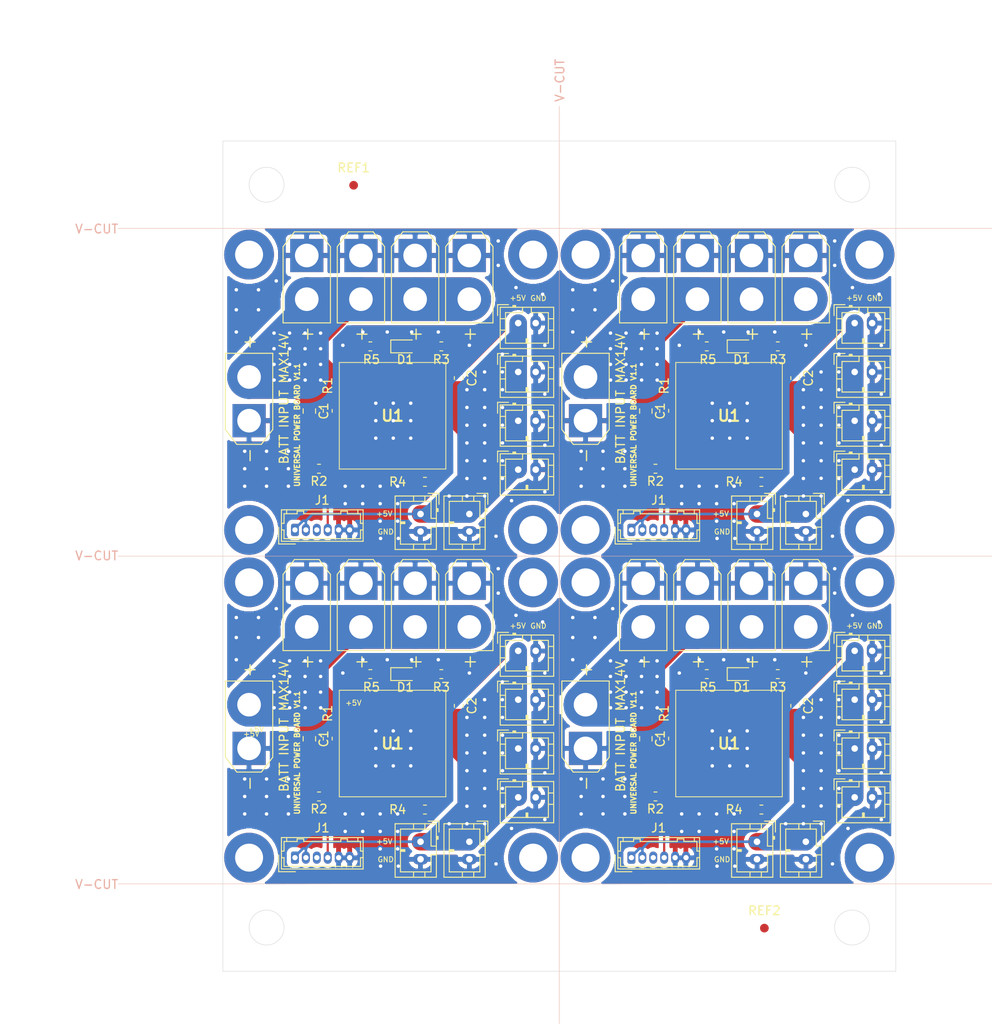
<source format=kicad_pcb>
(kicad_pcb (version 20171130) (host pcbnew "(5.1.2)-1")
  (layers (0 F.Cu signal) (31 B.Cu signal hide) (34 B.Paste user) (35 F.Paste user) (36 B.SilkS user) (37 F.SilkS user) (38 B.Mask user) (39 F.Mask user) (44 Edge.Cuts user))
  (net 0 "")
  (net 1 GND)
  (net 2 +BATT)
  (net 3 +5V)
  (net 4 "Net-(D1-Pad1)")
  (net 5 "Net-(J1-Pad4)")
  (net 6 "Net-(J1-Pad3)")
  (net 7 "Net-(R4-Pad1)")
  (net 8 "Net-(U1-Pad12)")
  (net 9 "Net-(U1-Pad11)")
  (net 10 "Net-(U1-Pad10)")
  (net 11 "Net-(U1-Pad9)")
  (net 12 "Net-(U1-Pad8)")
  (module Fiducial:Fiducial_1mm_Mask2mm (layer F.Cu) (at 126.964 69.063)
    (fp_text reference REF1 (at 0 -2) (layer F.SilkS))
    (fp_text value Fiducial_1mm_Mask2mm)
    (pad "" smd circle (at 0 0) (size 1 1) (layers F.Cu F.Mask) (clearance 0.5))
  )
  (module Fiducial:Fiducial_1mm_Mask2mm (layer F.Cu) (at 173.964 154.063)
    (fp_text reference REF2 (at 0 -2) (layer F.SilkS))
    (fp_text value Fiducial_1mm_Mask2mm)
    (pad "" smd circle (at 0 0) (size 1 1) (layers F.Cu F.Mask) (clearance 0.5))
  )
  (module Connector_JST:JST_PH_B2B-PH-K_1x02_P2.00mm_Vertical (layer F.Cu) (at 173.12 144.18 270)
    (fp_text reference J9 hide)
    (fp_text value "5V OUTPUT")
    (pad 1 thru_hole roundrect (at 0 0 270) (size 1.2 1.75) (drill 0.75) (layers *.Cu *.Mask) (roundrect_rratio 0.208333) (net 3 +5V))
    (pad 2 thru_hole oval (at 2 0 270) (size 1.2 1.75) (drill 0.75) (layers *.Cu *.Mask) (net 1 GND))
  )
  (module Connector_JST:JST_PH_B2B-PH-K_1x02_P2.00mm_Vertical (layer F.Cu) (at 134.62 144.18 270)
    (fp_text reference J9 hide)
    (fp_text value "5V OUTPUT")
    (pad 1 thru_hole roundrect (at 0 0 270) (size 1.2 1.75) (drill 0.75) (layers *.Cu *.Mask) (roundrect_rratio 0.208333) (net 3 +5V))
    (pad 2 thru_hole oval (at 2 0 270) (size 1.2 1.75) (drill 0.75) (layers *.Cu *.Mask) (net 1 GND))
  )
  (module Connector_JST:JST_PH_B2B-PH-K_1x02_P2.00mm_Vertical (layer F.Cu) (at 173.12 106.68 270)
    (fp_text reference J9 hide)
    (fp_text value "5V OUTPUT")
    (pad 1 thru_hole roundrect (at 0 0 270) (size 1.2 1.75) (drill 0.75) (layers *.Cu *.Mask) (roundrect_rratio 0.208333) (net 3 +5V))
    (pad 2 thru_hole oval (at 2 0 270) (size 1.2 1.75) (drill 0.75) (layers *.Cu *.Mask) (net 1 GND))
  )
  (module Connector_JST:JST_PH_B2B-PH-K_1x02_P2.00mm_Vertical (layer F.Cu) (at 184.296 139.1)
    (fp_text reference J8 hide)
    (fp_text value "5V OUTPUT")
    (pad 1 thru_hole roundrect (at 0 0) (size 1.2 1.75) (drill 0.75) (layers *.Cu *.Mask) (roundrect_rratio 0.208333) (net 3 +5V))
    (pad 2 thru_hole oval (at 2 0) (size 1.2 1.75) (drill 0.75) (layers *.Cu *.Mask) (net 1 GND))
  )
  (module Connector_JST:JST_PH_B2B-PH-K_1x02_P2.00mm_Vertical (layer F.Cu) (at 145.796 139.1)
    (fp_text reference J8 hide)
    (fp_text value "5V OUTPUT")
    (pad 1 thru_hole roundrect (at 0 0) (size 1.2 1.75) (drill 0.75) (layers *.Cu *.Mask) (roundrect_rratio 0.208333) (net 3 +5V))
    (pad 2 thru_hole oval (at 2 0) (size 1.2 1.75) (drill 0.75) (layers *.Cu *.Mask) (net 1 GND))
  )
  (module Connector_JST:JST_PH_B2B-PH-K_1x02_P2.00mm_Vertical (layer F.Cu) (at 184.296 101.6)
    (fp_text reference J8 hide)
    (fp_text value "5V OUTPUT")
    (pad 1 thru_hole roundrect (at 0 0) (size 1.2 1.75) (drill 0.75) (layers *.Cu *.Mask) (roundrect_rratio 0.208333) (net 3 +5V))
    (pad 2 thru_hole oval (at 2 0) (size 1.2 1.75) (drill 0.75) (layers *.Cu *.Mask) (net 1 GND))
  )
  (module MountingHole:MountingHole_3.2mm_M3_ISO7380_Pad (layer F.Cu) (at 186 146)
    (fp_text reference H4 hide)
    (fp_text value MountingHole)
    (pad 1 thru_hole circle (at 0 0) (size 5.7 5.7) (drill 3.2) (layers *.Cu *.Mask))
  )
  (module MountingHole:MountingHole_3.2mm_M3_ISO7380_Pad (layer F.Cu) (at 147.5 146)
    (fp_text reference H4 hide)
    (fp_text value MountingHole)
    (pad 1 thru_hole circle (at 0 0) (size 5.7 5.7) (drill 3.2) (layers *.Cu *.Mask))
  )
  (module MountingHole:MountingHole_3.2mm_M3_ISO7380_Pad (layer F.Cu) (at 186 108.5)
    (fp_text reference H4 hide)
    (fp_text value MountingHole)
    (pad 1 thru_hole circle (at 0 0) (size 5.7 5.7) (drill 3.2) (layers *.Cu *.Mask))
  )
  (module Connector_AMASS:AMASS_XT30U-F_1x02_P5.0mm_Vertical (layer F.Cu) (at 166.3 114.6 270)
    (fp_text reference J3 hide)
    (fp_text value "BATT OUTPUT")
    (fp_text user + (at 9 0 90) (layer F.SilkS) (effects (font (size 1.5 1.5))))
    (pad 1 thru_hole rect (at 0 0 270) (size 3.8 3.8) (drill 2.7) (layers *.Cu *.Mask) (net 1 GND))
    (pad 2 thru_hole circle (at 5 0 270) (size 4 4) (drill 2.7) (layers *.Cu *.Mask) (net 2 +BATT))
  )
  (module Connector_AMASS:AMASS_XT30U-F_1x02_P5.0mm_Vertical (layer F.Cu) (at 127.8 114.6 270)
    (fp_text reference J3 hide)
    (fp_text value "BATT OUTPUT")
    (fp_text user + (at 9 0 90) (layer F.SilkS) (effects (font (size 1.5 1.5))))
    (pad 1 thru_hole rect (at 0 0 270) (size 3.8 3.8) (drill 2.7) (layers *.Cu *.Mask) (net 1 GND))
    (pad 2 thru_hole circle (at 5 0 270) (size 4 4) (drill 2.7) (layers *.Cu *.Mask) (net 2 +BATT))
  )
  (module Connector_AMASS:AMASS_XT30U-F_1x02_P5.0mm_Vertical (layer F.Cu) (at 166.3 77.1 270)
    (fp_text reference J3 hide)
    (fp_text value "BATT OUTPUT")
    (fp_text user + (at 9 0 90) (layer F.SilkS) (effects (font (size 1.5 1.5))))
    (pad 1 thru_hole rect (at 0 0 270) (size 3.8 3.8) (drill 2.7) (layers *.Cu *.Mask) (net 1 GND))
    (pad 2 thru_hole circle (at 5 0 270) (size 4 4) (drill 2.7) (layers *.Cu *.Mask) (net 2 +BATT))
  )
  (module Connector_AMASS:AMASS_XT30U-F_1x02_P5.0mm_Vertical (layer F.Cu) (at 160.1 114.6 270)
    (fp_text reference J6 hide)
    (fp_text value "BATT OUTPUT")
    (fp_text user + (at 9 0 90) (layer F.SilkS) (effects (font (size 1.5 1.5))))
    (pad 1 thru_hole rect (at 0 0 270) (size 3.8 3.8) (drill 2.7) (layers *.Cu *.Mask) (net 1 GND))
    (pad 2 thru_hole circle (at 5 0 270) (size 4 4) (drill 2.7) (layers *.Cu *.Mask) (net 2 +BATT))
  )
  (module Connector_AMASS:AMASS_XT30U-F_1x02_P5.0mm_Vertical (layer F.Cu) (at 121.6 114.6 270)
    (fp_text reference J6 hide)
    (fp_text value "BATT OUTPUT")
    (fp_text user + (at 9 0 90) (layer F.SilkS) (effects (font (size 1.5 1.5))))
    (pad 1 thru_hole rect (at 0 0 270) (size 3.8 3.8) (drill 2.7) (layers *.Cu *.Mask) (net 1 GND))
    (pad 2 thru_hole circle (at 5 0 270) (size 4 4) (drill 2.7) (layers *.Cu *.Mask) (net 2 +BATT))
  )
  (module Connector_AMASS:AMASS_XT30U-F_1x02_P5.0mm_Vertical (layer F.Cu) (at 160.1 77.1 270)
    (fp_text reference J6 hide)
    (fp_text value "BATT OUTPUT")
    (fp_text user + (at 9 0 90) (layer F.SilkS) (effects (font (size 1.5 1.5))))
    (pad 1 thru_hole rect (at 0 0 270) (size 3.8 3.8) (drill 2.7) (layers *.Cu *.Mask) (net 1 GND))
    (pad 2 thru_hole circle (at 5 0 270) (size 4 4) (drill 2.7) (layers *.Cu *.Mask) (net 2 +BATT))
  )
  (module Connector_AMASS:AMASS_XT30U-F_1x02_P5.0mm_Vertical (layer F.Cu) (at 172.5 114.6 270)
    (fp_text reference J11 hide)
    (fp_text value "BATT OUTPUT")
    (fp_text user + (at 9 0 90) (layer F.SilkS) (effects (font (size 1.5 1.5))))
    (pad 1 thru_hole rect (at 0 0 270) (size 3.8 3.8) (drill 2.7) (layers *.Cu *.Mask) (net 1 GND))
    (pad 2 thru_hole circle (at 5 0 270) (size 4 4) (drill 2.7) (layers *.Cu *.Mask) (net 2 +BATT))
  )
  (module Connector_AMASS:AMASS_XT30U-F_1x02_P5.0mm_Vertical (layer F.Cu) (at 134 114.6 270)
    (fp_text reference J11 hide)
    (fp_text value "BATT OUTPUT")
    (fp_text user + (at 9 0 90) (layer F.SilkS) (effects (font (size 1.5 1.5))))
    (pad 1 thru_hole rect (at 0 0 270) (size 3.8 3.8) (drill 2.7) (layers *.Cu *.Mask) (net 1 GND))
    (pad 2 thru_hole circle (at 5 0 270) (size 4 4) (drill 2.7) (layers *.Cu *.Mask) (net 2 +BATT))
  )
  (module Connector_AMASS:AMASS_XT30U-F_1x02_P5.0mm_Vertical (layer F.Cu) (at 172.5 77.1 270)
    (fp_text reference J11 hide)
    (fp_text value "BATT OUTPUT")
    (fp_text user + (at 9 0 90) (layer F.SilkS) (effects (font (size 1.5 1.5))))
    (pad 1 thru_hole rect (at 0 0 270) (size 3.8 3.8) (drill 2.7) (layers *.Cu *.Mask) (net 1 GND))
    (pad 2 thru_hole circle (at 5 0 270) (size 4 4) (drill 2.7) (layers *.Cu *.Mask) (net 2 +BATT))
  )
  (module Connector_AMASS:AMASS_XT30U-F_1x02_P5.0mm_Vertical (layer F.Cu) (at 178.7 114.6 270)
    (fp_text reference J12 hide)
    (fp_text value "BATT OUTPUT")
    (fp_text user + (at 9 0 90) (layer F.SilkS) (effects (font (size 1.5 1.5))))
    (pad 1 thru_hole rect (at 0 0 270) (size 3.8 3.8) (drill 2.7) (layers *.Cu *.Mask) (net 1 GND))
    (pad 2 thru_hole circle (at 5 0 270) (size 4 4) (drill 2.7) (layers *.Cu *.Mask) (net 2 +BATT))
  )
  (module Connector_AMASS:AMASS_XT30U-F_1x02_P5.0mm_Vertical (layer F.Cu) (at 140.2 114.6 270)
    (fp_text reference J12 hide)
    (fp_text value "BATT OUTPUT")
    (fp_text user + (at 9 0 90) (layer F.SilkS) (effects (font (size 1.5 1.5))))
    (pad 1 thru_hole rect (at 0 0 270) (size 3.8 3.8) (drill 2.7) (layers *.Cu *.Mask) (net 1 GND))
    (pad 2 thru_hole circle (at 5 0 270) (size 4 4) (drill 2.7) (layers *.Cu *.Mask) (net 2 +BATT))
  )
  (module Connector_AMASS:AMASS_XT30U-F_1x02_P5.0mm_Vertical (layer F.Cu) (at 178.7 77.1 270)
    (fp_text reference J12 hide)
    (fp_text value "BATT OUTPUT")
    (fp_text user + (at 9 0 90) (layer F.SilkS) (effects (font (size 1.5 1.5))))
    (pad 1 thru_hole rect (at 0 0 270) (size 3.8 3.8) (drill 2.7) (layers *.Cu *.Mask) (net 1 GND))
    (pad 2 thru_hole circle (at 5 0 270) (size 4 4) (drill 2.7) (layers *.Cu *.Mask) (net 2 +BATT))
  )
  (module Connector_JST:JST_PH_B2B-PH-K_1x02_P2.00mm_Vertical (layer F.Cu) (at 184.296 133.512)
    (fp_text reference J7 hide)
    (fp_text value "5V OUTPUT")
    (pad 1 thru_hole roundrect (at 0 0) (size 1.2 1.75) (drill 0.75) (layers *.Cu *.Mask) (roundrect_rratio 0.208333) (net 3 +5V))
    (pad 2 thru_hole oval (at 2 0) (size 1.2 1.75) (drill 0.75) (layers *.Cu *.Mask) (net 1 GND))
  )
  (module Connector_JST:JST_PH_B2B-PH-K_1x02_P2.00mm_Vertical (layer F.Cu) (at 145.796 133.512)
    (fp_text reference J7 hide)
    (fp_text value "5V OUTPUT")
    (pad 1 thru_hole roundrect (at 0 0) (size 1.2 1.75) (drill 0.75) (layers *.Cu *.Mask) (roundrect_rratio 0.208333) (net 3 +5V))
    (pad 2 thru_hole oval (at 2 0) (size 1.2 1.75) (drill 0.75) (layers *.Cu *.Mask) (net 1 GND))
  )
  (module Connector_JST:JST_PH_B2B-PH-K_1x02_P2.00mm_Vertical (layer F.Cu) (at 184.296 96.012)
    (fp_text reference J7 hide)
    (fp_text value "5V OUTPUT")
    (pad 1 thru_hole roundrect (at 0 0) (size 1.2 1.75) (drill 0.75) (layers *.Cu *.Mask) (roundrect_rratio 0.208333) (net 3 +5V))
    (pad 2 thru_hole oval (at 2 0) (size 1.2 1.75) (drill 0.75) (layers *.Cu *.Mask) (net 1 GND))
  )
  (module Inductor_SMD:L_0805_2012Metric_Pad1.15x1.40mm_HandSolder (layer F.Cu) (at 160.4 132.4 270)
    (fp_text reference C1 (at 0 -1.65 90) (layer F.SilkS))
    (fp_text value "22uF 25V")
    (pad 1 smd roundrect (at -1.025 0 270) (size 1.15 1.4) (layers F.Cu F.Paste F.Mask) (roundrect_rratio 0.217391) (net 2 +BATT))
    (pad 2 smd roundrect (at 1.025 0 270) (size 1.15 1.4) (layers F.Cu F.Paste F.Mask) (roundrect_rratio 0.217391) (net 1 GND))
  )
  (module Inductor_SMD:L_0805_2012Metric_Pad1.15x1.40mm_HandSolder (layer F.Cu) (at 121.9 132.4 270)
    (fp_text reference C1 (at 0 -1.65 90) (layer F.SilkS))
    (fp_text value "22uF 25V")
    (pad 1 smd roundrect (at -1.025 0 270) (size 1.15 1.4) (layers F.Cu F.Paste F.Mask) (roundrect_rratio 0.217391) (net 2 +BATT))
    (pad 2 smd roundrect (at 1.025 0 270) (size 1.15 1.4) (layers F.Cu F.Paste F.Mask) (roundrect_rratio 0.217391) (net 1 GND))
  )
  (module Inductor_SMD:L_0805_2012Metric_Pad1.15x1.40mm_HandSolder (layer F.Cu) (at 160.4 94.9 270)
    (fp_text reference C1 (at 0 -1.65 90) (layer F.SilkS))
    (fp_text value "22uF 25V")
    (pad 1 smd roundrect (at -1.025 0 270) (size 1.15 1.4) (layers F.Cu F.Paste F.Mask) (roundrect_rratio 0.217391) (net 2 +BATT))
    (pad 2 smd roundrect (at 1.025 0 270) (size 1.15 1.4) (layers F.Cu F.Paste F.Mask) (roundrect_rratio 0.217391) (net 1 GND))
  )
  (module Connector_JST:JST_PH_B2B-PH-K_1x02_P2.00mm_Vertical (layer F.Cu) (at 184.296 122.336)
    (fp_text reference J4 hide)
    (fp_text value "5V OUTPUT")
    (pad 1 thru_hole roundrect (at 0 0) (size 1.2 1.75) (drill 0.75) (layers *.Cu *.Mask) (roundrect_rratio 0.208333) (net 3 +5V))
    (pad 2 thru_hole oval (at 2 0) (size 1.2 1.75) (drill 0.75) (layers *.Cu *.Mask) (net 1 GND))
  )
  (module Connector_JST:JST_PH_B2B-PH-K_1x02_P2.00mm_Vertical (layer F.Cu) (at 145.796 122.336)
    (fp_text reference J4 hide)
    (fp_text value "5V OUTPUT")
    (pad 1 thru_hole roundrect (at 0 0) (size 1.2 1.75) (drill 0.75) (layers *.Cu *.Mask) (roundrect_rratio 0.208333) (net 3 +5V))
    (pad 2 thru_hole oval (at 2 0) (size 1.2 1.75) (drill 0.75) (layers *.Cu *.Mask) (net 1 GND))
  )
  (module Connector_JST:JST_PH_B2B-PH-K_1x02_P2.00mm_Vertical (layer F.Cu) (at 184.296 84.836)
    (fp_text reference J4 hide)
    (fp_text value "5V OUTPUT")
    (pad 1 thru_hole roundrect (at 0 0) (size 1.2 1.75) (drill 0.75) (layers *.Cu *.Mask) (roundrect_rratio 0.208333) (net 3 +5V))
    (pad 2 thru_hole oval (at 2 0) (size 1.2 1.75) (drill 0.75) (layers *.Cu *.Mask) (net 1 GND))
  )
  (module Connector_JST:JST_PH_B2B-PH-K_1x02_P2.00mm_Vertical (layer F.Cu) (at 184.296 127.924)
    (fp_text reference J5 hide)
    (fp_text value "5V OUTPUT")
    (pad 1 thru_hole roundrect (at 0 0) (size 1.2 1.75) (drill 0.75) (layers *.Cu *.Mask) (roundrect_rratio 0.208333) (net 3 +5V))
    (pad 2 thru_hole oval (at 2 0) (size 1.2 1.75) (drill 0.75) (layers *.Cu *.Mask) (net 1 GND))
  )
  (module Connector_JST:JST_PH_B2B-PH-K_1x02_P2.00mm_Vertical (layer F.Cu) (at 145.796 127.924)
    (fp_text reference J5 hide)
    (fp_text value "5V OUTPUT")
    (pad 1 thru_hole roundrect (at 0 0) (size 1.2 1.75) (drill 0.75) (layers *.Cu *.Mask) (roundrect_rratio 0.208333) (net 3 +5V))
    (pad 2 thru_hole oval (at 2 0) (size 1.2 1.75) (drill 0.75) (layers *.Cu *.Mask) (net 1 GND))
  )
  (module Connector_JST:JST_PH_B2B-PH-K_1x02_P2.00mm_Vertical (layer F.Cu) (at 184.296 90.424)
    (fp_text reference J5 hide)
    (fp_text value "5V OUTPUT")
    (pad 1 thru_hole roundrect (at 0 0) (size 1.2 1.75) (drill 0.75) (layers *.Cu *.Mask) (roundrect_rratio 0.208333) (net 3 +5V))
    (pad 2 thru_hole oval (at 2 0) (size 1.2 1.75) (drill 0.75) (layers *.Cu *.Mask) (net 1 GND))
  )
  (module Connector_JST:JST_PH_B2B-PH-K_1x02_P2.00mm_Vertical (layer F.Cu) (at 178.708 144.18 270)
    (fp_text reference J10 hide)
    (fp_text value "5V OUTPUT")
    (pad 1 thru_hole roundrect (at 0 0 270) (size 1.2 1.75) (drill 0.75) (layers *.Cu *.Mask) (roundrect_rratio 0.208333) (net 3 +5V))
    (pad 2 thru_hole oval (at 2 0 270) (size 1.2 1.75) (drill 0.75) (layers *.Cu *.Mask) (net 1 GND))
  )
  (module Connector_JST:JST_PH_B2B-PH-K_1x02_P2.00mm_Vertical (layer F.Cu) (at 140.208 144.18 270)
    (fp_text reference J10 hide)
    (fp_text value "5V OUTPUT")
    (pad 1 thru_hole roundrect (at 0 0 270) (size 1.2 1.75) (drill 0.75) (layers *.Cu *.Mask) (roundrect_rratio 0.208333) (net 3 +5V))
    (pad 2 thru_hole oval (at 2 0 270) (size 1.2 1.75) (drill 0.75) (layers *.Cu *.Mask) (net 1 GND))
  )
  (module Connector_JST:JST_PH_B2B-PH-K_1x02_P2.00mm_Vertical (layer F.Cu) (at 178.708 106.68 270)
    (fp_text reference J10 hide)
    (fp_text value "5V OUTPUT")
    (pad 1 thru_hole roundrect (at 0 0 270) (size 1.2 1.75) (drill 0.75) (layers *.Cu *.Mask) (roundrect_rratio 0.208333) (net 3 +5V))
    (pad 2 thru_hole oval (at 2 0 270) (size 1.2 1.75) (drill 0.75) (layers *.Cu *.Mask) (net 1 GND))
  )
  (module MountingHole:MountingHole_3.2mm_M3_ISO7380_Pad (layer F.Cu) (at 153.5 114.5)
    (fp_text reference H1 hide)
    (fp_text value MountingHole)
    (pad 1 thru_hole circle (at 0 0) (size 5.7 5.7) (drill 3.2) (layers *.Cu *.Mask))
  )
  (module MountingHole:MountingHole_3.2mm_M3_ISO7380_Pad (layer F.Cu) (at 115 114.5)
    (fp_text reference H1 hide)
    (fp_text value MountingHole)
    (pad 1 thru_hole circle (at 0 0) (size 5.7 5.7) (drill 3.2) (layers *.Cu *.Mask))
  )
  (module MountingHole:MountingHole_3.2mm_M3_ISO7380_Pad (layer F.Cu) (at 153.5 77)
    (fp_text reference H1 hide)
    (fp_text value MountingHole)
    (pad 1 thru_hole circle (at 0 0) (size 5.7 5.7) (drill 3.2) (layers *.Cu *.Mask))
  )
  (module Connector_AMASS:AMASS_XT30U-M_1x02_P5.0mm_Vertical (layer F.Cu) (at 153.5 133.5 90)
    (fp_text reference J2 hide)
    (fp_text value "BATT INPUT MAX14V" (at 2.5 4 90) (layer F.SilkS))
    (fp_text user + (at 9 0 90) (layer F.SilkS) (effects (font (size 1.5 1.5))))
    (fp_text user - (at -4 0 90) (layer F.SilkS) (effects (font (size 1.5 1.5))))
    (pad 1 thru_hole rect (at 0 0 90) (size 3.8 3.8) (drill 2.7) (layers *.Cu *.Mask) (net 1 GND))
    (pad 2 thru_hole circle (at 5 0 90) (size 3.8 3.8) (drill 2.7) (layers *.Cu *.Mask) (net 2 +BATT))
  )
  (module Connector_AMASS:AMASS_XT30U-M_1x02_P5.0mm_Vertical (layer F.Cu) (at 115 133.5 90)
    (fp_text reference J2 hide)
    (fp_text value "BATT INPUT MAX14V" (at 2.5 4 90) (layer F.SilkS))
    (fp_text user + (at 9 0 90) (layer F.SilkS) (effects (font (size 1.5 1.5))))
    (fp_text user - (at -4 0 90) (layer F.SilkS) (effects (font (size 1.5 1.5))))
    (pad 1 thru_hole rect (at 0 0 90) (size 3.8 3.8) (drill 2.7) (layers *.Cu *.Mask) (net 1 GND))
    (pad 2 thru_hole circle (at 5 0 90) (size 3.8 3.8) (drill 2.7) (layers *.Cu *.Mask) (net 2 +BATT))
  )
  (module Connector_AMASS:AMASS_XT30U-M_1x02_P5.0mm_Vertical (layer F.Cu) (at 153.5 96 90)
    (fp_text reference J2 hide)
    (fp_text value "BATT INPUT MAX14V" (at 2.5 4 90) (layer F.SilkS))
    (fp_text user + (at 9 0 90) (layer F.SilkS) (effects (font (size 1.5 1.5))))
    (fp_text user - (at -4 0 90) (layer F.SilkS) (effects (font (size 1.5 1.5))))
    (pad 1 thru_hole rect (at 0 0 90) (size 3.8 3.8) (drill 2.7) (layers *.Cu *.Mask) (net 1 GND))
    (pad 2 thru_hole circle (at 5 0 90) (size 3.8 3.8) (drill 2.7) (layers *.Cu *.Mask) (net 2 +BATT))
  )
  (module Resistor_SMD:R_0603_1608Metric_Pad1.05x0.95mm_HandSolder (layer F.Cu) (at 161.5 139 180)
    (fp_text reference R2 (at 0 -1.43) (layer F.SilkS))
    (fp_text value 150)
    (pad 1 smd roundrect (at -0.875 0 180) (size 1.05 0.95) (layers F.Cu F.Paste F.Mask) (net 5 "Net-(J1-Pad4)"))
    (pad 2 smd roundrect (at 0.875 0 180) (size 1.05 0.95) (layers F.Cu F.Paste F.Mask) (net 1 GND))
  )
  (module Resistor_SMD:R_0603_1608Metric_Pad1.05x0.95mm_HandSolder (layer F.Cu) (at 123 139 180)
    (fp_text reference R2 (at 0 -1.43) (layer F.SilkS))
    (fp_text value 150)
    (pad 1 smd roundrect (at -0.875 0 180) (size 1.05 0.95) (layers F.Cu F.Paste F.Mask) (net 5 "Net-(J1-Pad4)"))
    (pad 2 smd roundrect (at 0.875 0 180) (size 1.05 0.95) (layers F.Cu F.Paste F.Mask) (net 1 GND))
  )
  (module Resistor_SMD:R_0603_1608Metric_Pad1.05x0.95mm_HandSolder (layer F.Cu) (at 161.5 101.5 180)
    (fp_text reference R2 (at 0 -1.43) (layer F.SilkS))
    (fp_text value 150)
    (pad 1 smd roundrect (at -0.875 0 180) (size 1.05 0.95) (layers F.Cu F.Paste F.Mask) (net 5 "Net-(J1-Pad4)"))
    (pad 2 smd roundrect (at 0.875 0 180) (size 1.05 0.95) (layers F.Cu F.Paste F.Mask) (net 1 GND))
  )
  (module Resistor_SMD:R_0603_1608Metric_Pad1.05x0.95mm_HandSolder (layer F.Cu) (at 173.625 140.5 180)
    (fp_text reference R4 (at 3.125 0) (layer F.SilkS))
    (fp_text value 1.33K)
    (pad 1 smd roundrect (at -0.875 0 180) (size 1.05 0.95) (layers F.Cu F.Paste F.Mask) (net 7 "Net-(R4-Pad1)"))
    (pad 2 smd roundrect (at 0.875 0 180) (size 1.05 0.95) (layers F.Cu F.Paste F.Mask) (net 1 GND))
  )
  (module Resistor_SMD:R_0603_1608Metric_Pad1.05x0.95mm_HandSolder (layer F.Cu) (at 135.125 140.5 180)
    (fp_text reference R4 (at 3.125 0) (layer F.SilkS))
    (fp_text value 1.33K)
    (pad 1 smd roundrect (at -0.875 0 180) (size 1.05 0.95) (layers F.Cu F.Paste F.Mask) (net 7 "Net-(R4-Pad1)"))
    (pad 2 smd roundrect (at 0.875 0 180) (size 1.05 0.95) (layers F.Cu F.Paste F.Mask) (net 1 GND))
  )
  (module Resistor_SMD:R_0603_1608Metric_Pad1.05x0.95mm_HandSolder (layer F.Cu) (at 173.625 103 180)
    (fp_text reference R4 (at 3.125 0) (layer F.SilkS))
    (fp_text value 1.33K)
    (pad 1 smd roundrect (at -0.875 0 180) (size 1.05 0.95) (layers F.Cu F.Paste F.Mask) (net 7 "Net-(R4-Pad1)"))
    (pad 2 smd roundrect (at 0.875 0 180) (size 1.05 0.95) (layers F.Cu F.Paste F.Mask) (net 1 GND))
  )
  (module Resistor_SMD:R_0603_1608Metric_Pad1.05x0.95mm_HandSolder (layer F.Cu) (at 167.375 125 180)
    (fp_text reference R5 (at -0.125 -1.5) (layer F.SilkS))
    (fp_text value 300)
    (pad 1 smd roundrect (at -0.875 0 180) (size 1.05 0.95) (layers F.Cu F.Paste F.Mask) (net 4 "Net-(D1-Pad1)"))
    (pad 2 smd roundrect (at 0.875 0 180) (size 1.05 0.95) (layers F.Cu F.Paste F.Mask) (net 1 GND))
  )
  (module Resistor_SMD:R_0603_1608Metric_Pad1.05x0.95mm_HandSolder (layer F.Cu) (at 128.875 125 180)
    (fp_text reference R5 (at -0.125 -1.5) (layer F.SilkS))
    (fp_text value 300)
    (pad 1 smd roundrect (at -0.875 0 180) (size 1.05 0.95) (layers F.Cu F.Paste F.Mask) (net 4 "Net-(D1-Pad1)"))
    (pad 2 smd roundrect (at 0.875 0 180) (size 1.05 0.95) (layers F.Cu F.Paste F.Mask) (net 1 GND))
  )
  (module Resistor_SMD:R_0603_1608Metric_Pad1.05x0.95mm_HandSolder (layer F.Cu) (at 167.375 87.5 180)
    (fp_text reference R5 (at -0.125 -1.5) (layer F.SilkS))
    (fp_text value 300)
    (pad 1 smd roundrect (at -0.875 0 180) (size 1.05 0.95) (layers F.Cu F.Paste F.Mask) (net 4 "Net-(D1-Pad1)"))
    (pad 2 smd roundrect (at 0.875 0 180) (size 1.05 0.95) (layers F.Cu F.Paste F.Mask) (net 1 GND))
  )
  (module Connector_Hirose:Hirose_DF13-06P-1.25DSA_1x06_P1.25mm_Vertical (layer F.Cu) (at 158.75 146)
    (fp_text reference J1 (at 3.12 -3.4) (layer F.SilkS))
    (fp_text value "Pixhawk Power" hide)
    (pad 1 thru_hole roundrect (at 0 0) (size 0.9 1.4) (drill 0.6) (layers *.Cu *.Mask) (net 3 +5V))
    (pad 2 thru_hole oval (at 1.25 0) (size 0.9 1.4) (drill 0.6) (layers *.Cu *.Mask) (net 3 +5V))
    (pad 3 thru_hole oval (at 2.5 0) (size 0.9 1.4) (drill 0.6) (layers *.Cu *.Mask) (net 6 "Net-(J1-Pad3)"))
    (pad 4 thru_hole oval (at 3.75 0) (size 0.9 1.4) (drill 0.6) (layers *.Cu *.Mask) (net 5 "Net-(J1-Pad4)"))
    (pad 5 thru_hole oval (at 5 0) (size 0.9 1.4) (drill 0.6) (layers *.Cu *.Mask) (net 1 GND))
    (pad 6 thru_hole oval (at 6.25 0) (size 0.9 1.4) (drill 0.6) (layers *.Cu *.Mask) (net 1 GND))
  )
  (module Connector_Hirose:Hirose_DF13-06P-1.25DSA_1x06_P1.25mm_Vertical (layer F.Cu) (at 120.25 146)
    (fp_text reference J1 (at 3.12 -3.4) (layer F.SilkS))
    (fp_text value "Pixhawk Power" hide)
    (pad 1 thru_hole roundrect (at 0 0) (size 0.9 1.4) (drill 0.6) (layers *.Cu *.Mask) (net 3 +5V))
    (pad 2 thru_hole oval (at 1.25 0) (size 0.9 1.4) (drill 0.6) (layers *.Cu *.Mask) (net 3 +5V))
    (pad 3 thru_hole oval (at 2.5 0) (size 0.9 1.4) (drill 0.6) (layers *.Cu *.Mask) (net 6 "Net-(J1-Pad3)"))
    (pad 4 thru_hole oval (at 3.75 0) (size 0.9 1.4) (drill 0.6) (layers *.Cu *.Mask) (net 5 "Net-(J1-Pad4)"))
    (pad 5 thru_hole oval (at 5 0) (size 0.9 1.4) (drill 0.6) (layers *.Cu *.Mask) (net 1 GND))
    (pad 6 thru_hole oval (at 6.25 0) (size 0.9 1.4) (drill 0.6) (layers *.Cu *.Mask) (net 1 GND))
  )
  (module Connector_Hirose:Hirose_DF13-06P-1.25DSA_1x06_P1.25mm_Vertical (layer F.Cu) (at 158.75 108.5)
    (fp_text reference J1 (at 3.12 -3.4) (layer F.SilkS))
    (fp_text value "Pixhawk Power" hide)
    (pad 1 thru_hole roundrect (at 0 0) (size 0.9 1.4) (drill 0.6) (layers *.Cu *.Mask) (net 3 +5V))
    (pad 2 thru_hole oval (at 1.25 0) (size 0.9 1.4) (drill 0.6) (layers *.Cu *.Mask) (net 3 +5V))
    (pad 3 thru_hole oval (at 2.5 0) (size 0.9 1.4) (drill 0.6) (layers *.Cu *.Mask) (net 6 "Net-(J1-Pad3)"))
    (pad 4 thru_hole oval (at 3.75 0) (size 0.9 1.4) (drill 0.6) (layers *.Cu *.Mask) (net 5 "Net-(J1-Pad4)"))
    (pad 5 thru_hole oval (at 5 0) (size 0.9 1.4) (drill 0.6) (layers *.Cu *.Mask) (net 1 GND))
    (pad 6 thru_hole oval (at 6.25 0) (size 0.9 1.4) (drill 0.6) (layers *.Cu *.Mask) (net 1 GND))
  )
  (module Resistor_SMD:R_0603_1608Metric_Pad1.05x0.95mm_HandSolder (layer F.Cu) (at 162.5 132.375 270)
    (fp_text reference R1 (at -2.875 0 90) (layer F.SilkS))
    (fp_text value 1K)
    (pad 1 smd roundrect (at -0.875 0 270) (size 1.05 0.95) (layers F.Cu F.Paste F.Mask) (net 2 +BATT))
    (pad 2 smd roundrect (at 0.875 0 270) (size 1.05 0.95) (layers F.Cu F.Paste F.Mask) (net 5 "Net-(J1-Pad4)"))
  )
  (module Resistor_SMD:R_0603_1608Metric_Pad1.05x0.95mm_HandSolder (layer F.Cu) (at 124 132.375 270)
    (fp_text reference R1 (at -2.875 0 90) (layer F.SilkS))
    (fp_text value 1K)
    (pad 1 smd roundrect (at -0.875 0 270) (size 1.05 0.95) (layers F.Cu F.Paste F.Mask) (net 2 +BATT))
    (pad 2 smd roundrect (at 0.875 0 270) (size 1.05 0.95) (layers F.Cu F.Paste F.Mask) (net 5 "Net-(J1-Pad4)"))
  )
  (module Resistor_SMD:R_0603_1608Metric_Pad1.05x0.95mm_HandSolder (layer F.Cu) (at 162.5 94.875 270)
    (fp_text reference R1 (at -2.875 0 90) (layer F.SilkS))
    (fp_text value 1K)
    (pad 1 smd roundrect (at -0.875 0 270) (size 1.05 0.95) (layers F.Cu F.Paste F.Mask) (net 2 +BATT))
    (pad 2 smd roundrect (at 0.875 0 270) (size 1.05 0.95) (layers F.Cu F.Paste F.Mask) (net 5 "Net-(J1-Pad4)"))
  )
  (module Resistor_SMD:R_0603_1608Metric_Pad1.05x0.95mm_HandSolder (layer F.Cu) (at 175.5 125)
    (fp_text reference R3 (at 0 1.5) (layer F.SilkS))
    (fp_text value 20K)
    (pad 1 smd roundrect (at -0.875 0) (size 1.05 0.95) (layers F.Cu F.Paste F.Mask) (net 3 +5V))
    (pad 2 smd roundrect (at 0.875 0) (size 1.05 0.95) (layers F.Cu F.Paste F.Mask) (net 1 GND))
  )
  (module Resistor_SMD:R_0603_1608Metric_Pad1.05x0.95mm_HandSolder (layer F.Cu) (at 137 125)
    (fp_text reference R3 (at 0 1.5) (layer F.SilkS))
    (fp_text value 20K)
    (pad 1 smd roundrect (at -0.875 0) (size 1.05 0.95) (layers F.Cu F.Paste F.Mask) (net 3 +5V))
    (pad 2 smd roundrect (at 0.875 0) (size 1.05 0.95) (layers F.Cu F.Paste F.Mask) (net 1 GND))
  )
  (module Resistor_SMD:R_0603_1608Metric_Pad1.05x0.95mm_HandSolder (layer F.Cu) (at 175.5 87.5)
    (fp_text reference R3 (at 0 1.5) (layer F.SilkS))
    (fp_text value 20K)
    (pad 1 smd roundrect (at -0.875 0) (size 1.05 0.95) (layers F.Cu F.Paste F.Mask) (net 3 +5V))
    (pad 2 smd roundrect (at 0.875 0) (size 1.05 0.95) (layers F.Cu F.Paste F.Mask) (net 1 GND))
  )
  (module OKL-T_6-W12N-C:OKL-T_3-W5 (layer F.Cu) (at 176.015 139.035)
    (fp_text reference U1 (at -6.095 -6.095) (layer F.SilkS) (effects (font (size 1.27 1.27) (thickness 0.254))))
    (fp_text value OKL-T_6-W12N-C hide)
    (pad 1 smd rect (at -11.16657 -6.1 90) (size 1.27 2.159) (layers F.Cu F.Paste F.Mask) (net 1 GND))
    (pad 2 smd rect (at -9.53 -10.67 90) (size 2.03 4.32) (layers F.Cu F.Paste F.Mask) (net 2 +BATT))
    (pad 3 smd rect (at -4.95 -10.67 90) (size 2.03 4.32) (layers F.Cu F.Paste F.Mask) (net 1 GND))
    (pad 4 smd rect (at -1.52 -9.53) (size 2.03 4.32) (layers F.Cu F.Paste F.Mask) (net 3 +5V))
    (pad 5 smd rect (at -1.03613 -6.1 90) (size 1.27 2.159) (layers F.Cu F.Paste F.Mask) (net 3 +5V))
    (pad 6 smd rect (at -1.03613 -1.52 90) (size 1.27 2.159) (layers F.Cu F.Paste F.Mask) (net 7 "Net-(R4-Pad1)"))
    (pad 7 smd rect (at -6.09 -1.03359 90) (size 2.159 1.27) (layers F.Cu F.Paste F.Mask) (net 1 GND))
    (pad 8 smd rect (at -8.38 -1.03359 90) (size 2.159 1.27) (layers F.Cu F.Paste F.Mask) (net 12 "Net-(U1-Pad8)"))
    (pad 9 smd rect (at -11.16657 -1.52 90) (size 1.27 2.159) (layers F.Cu F.Paste F.Mask) (net 11 "Net-(U1-Pad9)"))
    (pad 10 smd rect (at -11.16657 -3.81 90) (size 1.27 2.159) (layers F.Cu F.Paste F.Mask) (net 10 "Net-(U1-Pad10)"))
    (pad 11 smd rect (at -1.03613 -3.81 90) (size 1.27 2.159) (layers F.Cu F.Paste F.Mask) (net 9 "Net-(U1-Pad11)"))
    (pad 12 smd rect (at -3.81 -1.03359 90) (size 2.159 1.27) (layers F.Cu F.Paste F.Mask) (net 8 "Net-(U1-Pad12)"))
    (pad 2 smd rect (at -11.16657 -10.668 90) (size 1.27 2.159) (layers F.Cu F.Paste F.Mask) (net 2 +BATT))
    (pad 2 smd rect (at -8.296072 -11.1677 180) (size 1.27 2.159) (layers F.Cu F.Paste F.Mask) (net 2 +BATT))
    (pad 4 smd rect (at -1.03613 -10.668 90) (size 1.27 2.159) (layers F.Cu F.Paste F.Mask) (net 3 +5V))
    (pad 3 smd rect (at -6.18446 -11.1677 180) (size 1.27 2.159) (layers F.Cu F.Paste F.Mask) (net 1 GND))
    (pad 3 smd rect (at -3.71646 -11.1677 180) (size 1.27 2.159) (layers F.Cu F.Paste F.Mask) (net 1 GND))
  )
  (module OKL-T_6-W12N-C:OKL-T_3-W5 (layer F.Cu) (at 137.515 139.035)
    (fp_text reference U1 (at -6.095 -6.095) (layer F.SilkS) (effects (font (size 1.27 1.27) (thickness 0.254))))
    (fp_text value OKL-T_6-W12N-C hide)
    (pad 1 smd rect (at -11.16657 -6.1 90) (size 1.27 2.159) (layers F.Cu F.Paste F.Mask) (net 1 GND))
    (pad 2 smd rect (at -9.53 -10.67 90) (size 2.03 4.32) (layers F.Cu F.Paste F.Mask) (net 2 +BATT))
    (pad 3 smd rect (at -4.95 -10.67 90) (size 2.03 4.32) (layers F.Cu F.Paste F.Mask) (net 1 GND))
    (pad 4 smd rect (at -1.52 -9.53) (size 2.03 4.32) (layers F.Cu F.Paste F.Mask) (net 3 +5V))
    (pad 5 smd rect (at -1.03613 -6.1 90) (size 1.27 2.159) (layers F.Cu F.Paste F.Mask) (net 3 +5V))
    (pad 6 smd rect (at -1.03613 -1.52 90) (size 1.27 2.159) (layers F.Cu F.Paste F.Mask) (net 7 "Net-(R4-Pad1)"))
    (pad 7 smd rect (at -6.09 -1.03359 90) (size 2.159 1.27) (layers F.Cu F.Paste F.Mask) (net 1 GND))
    (pad 8 smd rect (at -8.38 -1.03359 90) (size 2.159 1.27) (layers F.Cu F.Paste F.Mask) (net 12 "Net-(U1-Pad8)"))
    (pad 9 smd rect (at -11.16657 -1.52 90) (size 1.27 2.159) (layers F.Cu F.Paste F.Mask) (net 11 "Net-(U1-Pad9)"))
    (pad 10 smd rect (at -11.16657 -3.81 90) (size 1.27 2.159) (layers F.Cu F.Paste F.Mask) (net 10 "Net-(U1-Pad10)"))
    (pad 11 smd rect (at -1.03613 -3.81 90) (size 1.27 2.159) (layers F.Cu F.Paste F.Mask) (net 9 "Net-(U1-Pad11)"))
    (pad 12 smd rect (at -3.81 -1.03359 90) (size 2.159 1.27) (layers F.Cu F.Paste F.Mask) (net 8 "Net-(U1-Pad12)"))
    (pad 2 smd rect (at -11.16657 -10.668 90) (size 1.27 2.159) (layers F.Cu F.Paste F.Mask) (net 2 +BATT))
    (pad 2 smd rect (at -8.296072 -11.1677 180) (size 1.27 2.159) (layers F.Cu F.Paste F.Mask) (net 2 +BATT))
    (pad 4 smd rect (at -1.03613 -10.668 90) (size 1.27 2.159) (layers F.Cu F.Paste F.Mask) (net 3 +5V))
    (pad 3 smd rect (at -6.18446 -11.1677 180) (size 1.27 2.159) (layers F.Cu F.Paste F.Mask) (net 1 GND))
    (pad 3 smd rect (at -3.71646 -11.1677 180) (size 1.27 2.159) (layers F.Cu F.Paste F.Mask) (net 1 GND))
  )
  (module OKL-T_6-W12N-C:OKL-T_3-W5 (layer F.Cu) (at 176.015 101.535)
    (fp_text reference U1 (at -6.095 -6.095) (layer F.SilkS) (effects (font (size 1.27 1.27) (thickness 0.254))))
    (fp_text value OKL-T_6-W12N-C hide)
    (pad 1 smd rect (at -11.16657 -6.1 90) (size 1.27 2.159) (layers F.Cu F.Paste F.Mask) (net 1 GND))
    (pad 2 smd rect (at -9.53 -10.67 90) (size 2.03 4.32) (layers F.Cu F.Paste F.Mask) (net 2 +BATT))
    (pad 3 smd rect (at -4.95 -10.67 90) (size 2.03 4.32) (layers F.Cu F.Paste F.Mask) (net 1 GND))
    (pad 4 smd rect (at -1.52 -9.53) (size 2.03 4.32) (layers F.Cu F.Paste F.Mask) (net 3 +5V))
    (pad 5 smd rect (at -1.03613 -6.1 90) (size 1.27 2.159) (layers F.Cu F.Paste F.Mask) (net 3 +5V))
    (pad 6 smd rect (at -1.03613 -1.52 90) (size 1.27 2.159) (layers F.Cu F.Paste F.Mask) (net 7 "Net-(R4-Pad1)"))
    (pad 7 smd rect (at -6.09 -1.03359 90) (size 2.159 1.27) (layers F.Cu F.Paste F.Mask) (net 1 GND))
    (pad 8 smd rect (at -8.38 -1.03359 90) (size 2.159 1.27) (layers F.Cu F.Paste F.Mask) (net 12 "Net-(U1-Pad8)"))
    (pad 9 smd rect (at -11.16657 -1.52 90) (size 1.27 2.159) (layers F.Cu F.Paste F.Mask) (net 11 "Net-(U1-Pad9)"))
    (pad 10 smd rect (at -11.16657 -3.81 90) (size 1.27 2.159) (layers F.Cu F.Paste F.Mask) (net 10 "Net-(U1-Pad10)"))
    (pad 11 smd rect (at -1.03613 -3.81 90) (size 1.27 2.159) (layers F.Cu F.Paste F.Mask) (net 9 "Net-(U1-Pad11)"))
    (pad 12 smd rect (at -3.81 -1.03359 90) (size 2.159 1.27) (layers F.Cu F.Paste F.Mask) (net 8 "Net-(U1-Pad12)"))
    (pad 2 smd rect (at -11.16657 -10.668 90) (size 1.27 2.159) (layers F.Cu F.Paste F.Mask) (net 2 +BATT))
    (pad 2 smd rect (at -8.296072 -11.1677 180) (size 1.27 2.159) (layers F.Cu F.Paste F.Mask) (net 2 +BATT))
    (pad 4 smd rect (at -1.03613 -10.668 90) (size 1.27 2.159) (layers F.Cu F.Paste F.Mask) (net 3 +5V))
    (pad 3 smd rect (at -6.18446 -11.1677 180) (size 1.27 2.159) (layers F.Cu F.Paste F.Mask) (net 1 GND))
    (pad 3 smd rect (at -3.71646 -11.1677 180) (size 1.27 2.159) (layers F.Cu F.Paste F.Mask) (net 1 GND))
  )
  (module LED_SMD:LED_0603_1608Metric_Pad1.05x0.95mm_HandSolder (layer F.Cu) (at 171.375 125)
    (fp_text reference D1 (at 0 1.5) (layer F.SilkS))
    (fp_text value LED)
    (pad 1 smd roundrect (at -0.875 0) (size 1.05 0.95) (layers F.Cu F.Paste F.Mask) (net 4 "Net-(D1-Pad1)"))
    (pad 2 smd roundrect (at 0.875 0) (size 1.05 0.95) (layers F.Cu F.Paste F.Mask) (net 3 +5V))
  )
  (module LED_SMD:LED_0603_1608Metric_Pad1.05x0.95mm_HandSolder (layer F.Cu) (at 132.875 125)
    (fp_text reference D1 (at 0 1.5) (layer F.SilkS))
    (fp_text value LED)
    (pad 1 smd roundrect (at -0.875 0) (size 1.05 0.95) (layers F.Cu F.Paste F.Mask) (net 4 "Net-(D1-Pad1)"))
    (pad 2 smd roundrect (at 0.875 0) (size 1.05 0.95) (layers F.Cu F.Paste F.Mask) (net 3 +5V))
  )
  (module LED_SMD:LED_0603_1608Metric_Pad1.05x0.95mm_HandSolder (layer F.Cu) (at 171.375 87.5)
    (fp_text reference D1 (at 0 1.5) (layer F.SilkS))
    (fp_text value LED)
    (pad 1 smd roundrect (at -0.875 0) (size 1.05 0.95) (layers F.Cu F.Paste F.Mask) (net 4 "Net-(D1-Pad1)"))
    (pad 2 smd roundrect (at 0.875 0) (size 1.05 0.95) (layers F.Cu F.Paste F.Mask) (net 3 +5V))
  )
  (module Inductor_SMD:L_0603_1608Metric_Pad1.05x0.95mm_HandSolder (layer F.Cu) (at 177.5 128.625 90)
    (fp_text reference C2 (at 0 1.5 90) (layer F.SilkS))
    (fp_text value "10uF 10V")
    (pad 1 smd roundrect (at -0.875 0 90) (size 1.05 0.95) (layers F.Cu F.Paste F.Mask) (net 3 +5V))
    (pad 2 smd roundrect (at 0.875 0 90) (size 1.05 0.95) (layers F.Cu F.Paste F.Mask) (net 1 GND))
  )
  (module Inductor_SMD:L_0603_1608Metric_Pad1.05x0.95mm_HandSolder (layer F.Cu) (at 139 128.625 90)
    (fp_text reference C2 (at 0 1.5 90) (layer F.SilkS))
    (fp_text value "10uF 10V")
    (pad 1 smd roundrect (at -0.875 0 90) (size 1.05 0.95) (layers F.Cu F.Paste F.Mask) (net 3 +5V))
    (pad 2 smd roundrect (at 0.875 0 90) (size 1.05 0.95) (layers F.Cu F.Paste F.Mask) (net 1 GND))
  )
  (module Inductor_SMD:L_0603_1608Metric_Pad1.05x0.95mm_HandSolder (layer F.Cu) (at 177.5 91.125 90)
    (fp_text reference C2 (at 0 1.5 90) (layer F.SilkS))
    (fp_text value "10uF 10V")
    (pad 1 smd roundrect (at -0.875 0 90) (size 1.05 0.95) (layers F.Cu F.Paste F.Mask) (net 3 +5V))
    (pad 2 smd roundrect (at 0.875 0 90) (size 1.05 0.95) (layers F.Cu F.Paste F.Mask) (net 1 GND))
  )
  (module MountingHole:MountingHole_3.2mm_M3_ISO7380_Pad (layer F.Cu) (at 186 114.5)
    (fp_text reference H3 hide)
    (fp_text value MountingHole)
    (pad 1 thru_hole circle (at 0 0) (size 5.7 5.7) (drill 3.2) (layers *.Cu *.Mask))
  )
  (module MountingHole:MountingHole_3.2mm_M3_ISO7380_Pad (layer F.Cu) (at 147.5 114.5)
    (fp_text reference H3 hide)
    (fp_text value MountingHole)
    (pad 1 thru_hole circle (at 0 0) (size 5.7 5.7) (drill 3.2) (layers *.Cu *.Mask))
  )
  (module MountingHole:MountingHole_3.2mm_M3_ISO7380_Pad (layer F.Cu) (at 186 77)
    (fp_text reference H3 hide)
    (fp_text value MountingHole)
    (pad 1 thru_hole circle (at 0 0) (size 5.7 5.7) (drill 3.2) (layers *.Cu *.Mask))
  )
  (module MountingHole:MountingHole_3.2mm_M3_ISO7380_Pad (layer F.Cu) (at 153.5 146)
    (fp_text reference H2 hide)
    (fp_text value MountingHole)
    (pad 1 thru_hole circle (at 0 0) (size 5.7 5.7) (drill 3.2) (layers *.Cu *.Mask))
  )
  (module MountingHole:MountingHole_3.2mm_M3_ISO7380_Pad (layer F.Cu) (at 115 146)
    (fp_text reference H2 hide)
    (fp_text value MountingHole)
    (pad 1 thru_hole circle (at 0 0) (size 5.7 5.7) (drill 3.2) (layers *.Cu *.Mask))
  )
  (module MountingHole:MountingHole_3.2mm_M3_ISO7380_Pad (layer F.Cu) (at 153.5 108.5)
    (fp_text reference H2 hide)
    (fp_text value MountingHole)
    (pad 1 thru_hole circle (at 0 0) (size 5.7 5.7) (drill 3.2) (layers *.Cu *.Mask))
  )
  (module Connector_JST:JST_PH_B2B-PH-K_1x02_P2.00mm_Vertical (layer F.Cu) (at 140.208 106.68 270)
    (fp_text reference J10 hide)
    (fp_text value "5V OUTPUT")
    (pad 2 thru_hole oval (at 2 0 270) (size 1.2 1.75) (drill 0.75) (layers *.Cu *.Mask) (net 1 GND))
    (pad 1 thru_hole roundrect (at 0 0 270) (size 1.2 1.75) (drill 0.75) (layers *.Cu *.Mask) (roundrect_rratio 0.208333) (net 3 +5V))
  )
  (module Connector_JST:JST_PH_B2B-PH-K_1x02_P2.00mm_Vertical (layer F.Cu) (at 134.62 106.68 270)
    (fp_text reference J9 hide)
    (fp_text value "5V OUTPUT")
    (pad 2 thru_hole oval (at 2 0 270) (size 1.2 1.75) (drill 0.75) (layers *.Cu *.Mask) (net 1 GND))
    (pad 1 thru_hole roundrect (at 0 0 270) (size 1.2 1.75) (drill 0.75) (layers *.Cu *.Mask) (roundrect_rratio 0.208333) (net 3 +5V))
  )
  (module Connector_JST:JST_PH_B2B-PH-K_1x02_P2.00mm_Vertical (layer F.Cu) (at 145.796 101.6)
    (fp_text reference J8 hide)
    (fp_text value "5V OUTPUT")
    (pad 2 thru_hole oval (at 2 0) (size 1.2 1.75) (drill 0.75) (layers *.Cu *.Mask) (net 1 GND))
    (pad 1 thru_hole roundrect (at 0 0) (size 1.2 1.75) (drill 0.75) (layers *.Cu *.Mask) (roundrect_rratio 0.208333) (net 3 +5V))
  )
  (module Connector_JST:JST_PH_B2B-PH-K_1x02_P2.00mm_Vertical (layer F.Cu) (at 145.796 96.012)
    (fp_text reference J7 hide)
    (fp_text value "5V OUTPUT")
    (pad 2 thru_hole oval (at 2 0) (size 1.2 1.75) (drill 0.75) (layers *.Cu *.Mask) (net 1 GND))
    (pad 1 thru_hole roundrect (at 0 0) (size 1.2 1.75) (drill 0.75) (layers *.Cu *.Mask) (roundrect_rratio 0.208333) (net 3 +5V))
  )
  (module Connector_JST:JST_PH_B2B-PH-K_1x02_P2.00mm_Vertical (layer F.Cu) (at 145.796 90.424)
    (fp_text reference J5 hide)
    (fp_text value "5V OUTPUT")
    (pad 2 thru_hole oval (at 2 0) (size 1.2 1.75) (drill 0.75) (layers *.Cu *.Mask) (net 1 GND))
    (pad 1 thru_hole roundrect (at 0 0) (size 1.2 1.75) (drill 0.75) (layers *.Cu *.Mask) (roundrect_rratio 0.208333) (net 3 +5V))
  )
  (module Connector_JST:JST_PH_B2B-PH-K_1x02_P2.00mm_Vertical (layer F.Cu) (at 145.796 84.836)
    (fp_text reference J4 hide)
    (fp_text value "5V OUTPUT")
    (pad 2 thru_hole oval (at 2 0) (size 1.2 1.75) (drill 0.75) (layers *.Cu *.Mask) (net 1 GND))
    (pad 1 thru_hole roundrect (at 0 0) (size 1.2 1.75) (drill 0.75) (layers *.Cu *.Mask) (roundrect_rratio 0.208333) (net 3 +5V))
  )
  (module Inductor_SMD:L_0805_2012Metric_Pad1.15x1.40mm_HandSolder (layer F.Cu) (at 121.9 94.9 270)
    (fp_text reference C1 (at 0 -1.65 90) (layer F.SilkS))
    (fp_text value "22uF 25V")
    (pad 2 smd roundrect (at 1.025 0 270) (size 1.15 1.4) (layers F.Cu F.Paste F.Mask) (roundrect_rratio 0.217391) (net 1 GND))
    (pad 1 smd roundrect (at -1.025 0 270) (size 1.15 1.4) (layers F.Cu F.Paste F.Mask) (roundrect_rratio 0.217391) (net 2 +BATT))
  )
  (module Connector_AMASS:AMASS_XT30U-F_1x02_P5.0mm_Vertical (layer F.Cu) (at 140.2 77.1 270)
    (fp_text reference J12 hide)
    (fp_text value "BATT OUTPUT")
    (fp_text user + (at 9 0 90) (layer F.SilkS) (effects (font (size 1.5 1.5))))
    (pad 2 thru_hole circle (at 5 0 270) (size 4 4) (drill 2.7) (layers *.Cu *.Mask) (net 2 +BATT))
    (pad 1 thru_hole rect (at 0 0 270) (size 3.8 3.8) (drill 2.7) (layers *.Cu *.Mask) (net 1 GND))
  )
  (module Connector_AMASS:AMASS_XT30U-F_1x02_P5.0mm_Vertical (layer F.Cu) (at 134 77.1 270)
    (fp_text reference J11 hide)
    (fp_text value "BATT OUTPUT")
    (fp_text user + (at 9 0 90) (layer F.SilkS) (effects (font (size 1.5 1.5))))
    (pad 2 thru_hole circle (at 5 0 270) (size 4 4) (drill 2.7) (layers *.Cu *.Mask) (net 2 +BATT))
    (pad 1 thru_hole rect (at 0 0 270) (size 3.8 3.8) (drill 2.7) (layers *.Cu *.Mask) (net 1 GND))
  )
  (module Connector_AMASS:AMASS_XT30U-F_1x02_P5.0mm_Vertical (layer F.Cu) (at 121.6 77.1 270)
    (fp_text reference J6 hide)
    (fp_text value "BATT OUTPUT")
    (fp_text user + (at 9 0 90) (layer F.SilkS) (effects (font (size 1.5 1.5))))
    (pad 2 thru_hole circle (at 5 0 270) (size 4 4) (drill 2.7) (layers *.Cu *.Mask) (net 2 +BATT))
    (pad 1 thru_hole rect (at 0 0 270) (size 3.8 3.8) (drill 2.7) (layers *.Cu *.Mask) (net 1 GND))
  )
  (module Connector_AMASS:AMASS_XT30U-F_1x02_P5.0mm_Vertical (layer F.Cu) (at 127.8 77.1 270)
    (fp_text reference J3 hide)
    (fp_text value "BATT OUTPUT")
    (fp_text user + (at 9 0 90) (layer F.SilkS) (effects (font (size 1.5 1.5))))
    (pad 2 thru_hole circle (at 5 0 270) (size 4 4) (drill 2.7) (layers *.Cu *.Mask) (net 2 +BATT))
    (pad 1 thru_hole rect (at 0 0 270) (size 3.8 3.8) (drill 2.7) (layers *.Cu *.Mask) (net 1 GND))
  )
  (module MountingHole:MountingHole_3.2mm_M3_ISO7380_Pad (layer F.Cu) (at 147.5 108.5)
    (fp_text reference H4 hide)
    (fp_text value MountingHole)
    (pad 1 thru_hole circle (at 0 0) (size 5.7 5.7) (drill 3.2) (layers *.Cu *.Mask))
  )
  (module MountingHole:MountingHole_3.2mm_M3_ISO7380_Pad (layer F.Cu) (at 147.5 77)
    (fp_text reference H3 hide)
    (fp_text value MountingHole)
    (pad 1 thru_hole circle (at 0 0) (size 5.7 5.7) (drill 3.2) (layers *.Cu *.Mask))
  )
  (module MountingHole:MountingHole_3.2mm_M3_ISO7380_Pad (layer F.Cu) (at 115 108.5)
    (fp_text reference H2 hide)
    (fp_text value MountingHole)
    (pad 1 thru_hole circle (at 0 0) (size 5.7 5.7) (drill 3.2) (layers *.Cu *.Mask))
  )
  (module MountingHole:MountingHole_3.2mm_M3_ISO7380_Pad (layer F.Cu) (at 115 77)
    (fp_text reference H1 hide)
    (fp_text value MountingHole)
    (pad 1 thru_hole circle (at 0 0) (size 5.7 5.7) (drill 3.2) (layers *.Cu *.Mask))
  )
  (module Connector_AMASS:AMASS_XT30U-M_1x02_P5.0mm_Vertical (layer F.Cu) (at 115 96 90)
    (fp_text reference J2 hide)
    (fp_text value "BATT INPUT MAX14V" (at 2.5 4 90) (layer F.SilkS))
    (fp_text user - (at -4 0 90) (layer F.SilkS) (effects (font (size 1.5 1.5))))
    (fp_text user + (at 9 0 90) (layer F.SilkS) (effects (font (size 1.5 1.5))))
    (pad 2 thru_hole circle (at 5 0 90) (size 3.8 3.8) (drill 2.7) (layers *.Cu *.Mask) (net 2 +BATT))
    (pad 1 thru_hole rect (at 0 0 90) (size 3.8 3.8) (drill 2.7) (layers *.Cu *.Mask) (net 1 GND))
  )
  (module OKL-T_6-W12N-C:OKL-T_3-W5 (layer F.Cu) (at 137.515 101.535)
    (fp_text reference U1 (at -6.095 -6.095) (layer F.SilkS) (effects (font (size 1.27 1.27) (thickness 0.254))))
    (fp_text value OKL-T_6-W12N-C hide)
    (pad 3 smd rect (at -3.71646 -11.1677 180) (size 1.27 2.159) (layers F.Cu F.Paste F.Mask) (net 1 GND))
    (pad 3 smd rect (at -6.18446 -11.1677 180) (size 1.27 2.159) (layers F.Cu F.Paste F.Mask) (net 1 GND))
    (pad 4 smd rect (at -1.03613 -10.668 90) (size 1.27 2.159) (layers F.Cu F.Paste F.Mask) (net 3 +5V))
    (pad 2 smd rect (at -8.296072 -11.1677 180) (size 1.27 2.159) (layers F.Cu F.Paste F.Mask) (net 2 +BATT))
    (pad 2 smd rect (at -11.16657 -10.668 90) (size 1.27 2.159) (layers F.Cu F.Paste F.Mask) (net 2 +BATT))
    (pad 12 smd rect (at -3.81 -1.03359 90) (size 2.159 1.27) (layers F.Cu F.Paste F.Mask) (net 8 "Net-(U1-Pad12)"))
    (pad 11 smd rect (at -1.03613 -3.81 90) (size 1.27 2.159) (layers F.Cu F.Paste F.Mask) (net 9 "Net-(U1-Pad11)"))
    (pad 10 smd rect (at -11.16657 -3.81 90) (size 1.27 2.159) (layers F.Cu F.Paste F.Mask) (net 10 "Net-(U1-Pad10)"))
    (pad 9 smd rect (at -11.16657 -1.52 90) (size 1.27 2.159) (layers F.Cu F.Paste F.Mask) (net 11 "Net-(U1-Pad9)"))
    (pad 8 smd rect (at -8.38 -1.03359 90) (size 2.159 1.27) (layers F.Cu F.Paste F.Mask) (net 12 "Net-(U1-Pad8)"))
    (pad 7 smd rect (at -6.09 -1.03359 90) (size 2.159 1.27) (layers F.Cu F.Paste F.Mask) (net 1 GND))
    (pad 6 smd rect (at -1.03613 -1.52 90) (size 1.27 2.159) (layers F.Cu F.Paste F.Mask) (net 7 "Net-(R4-Pad1)"))
    (pad 5 smd rect (at -1.03613 -6.1 90) (size 1.27 2.159) (layers F.Cu F.Paste F.Mask) (net 3 +5V))
    (pad 4 smd rect (at -1.52 -9.53) (size 2.03 4.32) (layers F.Cu F.Paste F.Mask) (net 3 +5V))
    (pad 3 smd rect (at -4.95 -10.67 90) (size 2.03 4.32) (layers F.Cu F.Paste F.Mask) (net 1 GND))
    (pad 2 smd rect (at -9.53 -10.67 90) (size 2.03 4.32) (layers F.Cu F.Paste F.Mask) (net 2 +BATT))
    (pad 1 smd rect (at -11.16657 -6.1 90) (size 1.27 2.159) (layers F.Cu F.Paste F.Mask) (net 1 GND))
  )
  (module Resistor_SMD:R_0603_1608Metric_Pad1.05x0.95mm_HandSolder (layer F.Cu) (at 128.875 87.5 180)
    (fp_text reference R5 (at -0.125 -1.5) (layer F.SilkS))
    (fp_text value 300)
    (pad 2 smd roundrect (at 0.875 0 180) (size 1.05 0.95) (layers F.Cu F.Paste F.Mask) (net 1 GND))
    (pad 1 smd roundrect (at -0.875 0 180) (size 1.05 0.95) (layers F.Cu F.Paste F.Mask) (net 4 "Net-(D1-Pad1)"))
  )
  (module Resistor_SMD:R_0603_1608Metric_Pad1.05x0.95mm_HandSolder (layer F.Cu) (at 135.125 103 180)
    (fp_text reference R4 (at 3.125 0) (layer F.SilkS))
    (fp_text value 1.33K)
    (pad 2 smd roundrect (at 0.875 0 180) (size 1.05 0.95) (layers F.Cu F.Paste F.Mask) (net 1 GND))
    (pad 1 smd roundrect (at -0.875 0 180) (size 1.05 0.95) (layers F.Cu F.Paste F.Mask) (net 7 "Net-(R4-Pad1)"))
  )
  (module Resistor_SMD:R_0603_1608Metric_Pad1.05x0.95mm_HandSolder (layer F.Cu) (at 137 87.5)
    (fp_text reference R3 (at 0 1.5) (layer F.SilkS))
    (fp_text value 20K)
    (pad 2 smd roundrect (at 0.875 0) (size 1.05 0.95) (layers F.Cu F.Paste F.Mask) (net 1 GND))
    (pad 1 smd roundrect (at -0.875 0) (size 1.05 0.95) (layers F.Cu F.Paste F.Mask) (net 3 +5V))
  )
  (module Resistor_SMD:R_0603_1608Metric_Pad1.05x0.95mm_HandSolder (layer F.Cu) (at 123 101.5 180)
    (fp_text reference R2 (at 0 -1.43) (layer F.SilkS))
    (fp_text value 150)
    (pad 2 smd roundrect (at 0.875 0 180) (size 1.05 0.95) (layers F.Cu F.Paste F.Mask) (net 1 GND))
    (pad 1 smd roundrect (at -0.875 0 180) (size 1.05 0.95) (layers F.Cu F.Paste F.Mask) (net 5 "Net-(J1-Pad4)"))
  )
  (module Resistor_SMD:R_0603_1608Metric_Pad1.05x0.95mm_HandSolder (layer F.Cu) (at 124 94.875 270)
    (fp_text reference R1 (at -2.875 0 90) (layer F.SilkS))
    (fp_text value 1K)
    (pad 2 smd roundrect (at 0.875 0 270) (size 1.05 0.95) (layers F.Cu F.Paste F.Mask) (net 5 "Net-(J1-Pad4)"))
    (pad 1 smd roundrect (at -0.875 0 270) (size 1.05 0.95) (layers F.Cu F.Paste F.Mask) (net 2 +BATT))
  )
  (module Connector_Hirose:Hirose_DF13-06P-1.25DSA_1x06_P1.25mm_Vertical (layer F.Cu) (at 120.25 108.5)
    (fp_text reference J1 (at 3.12 -3.4) (layer F.SilkS))
    (fp_text value "Pixhawk Power" hide)
    (pad 6 thru_hole oval (at 6.25 0) (size 0.9 1.4) (drill 0.6) (layers *.Cu *.Mask) (net 1 GND))
    (pad 5 thru_hole oval (at 5 0) (size 0.9 1.4) (drill 0.6) (layers *.Cu *.Mask) (net 1 GND))
    (pad 4 thru_hole oval (at 3.75 0) (size 0.9 1.4) (drill 0.6) (layers *.Cu *.Mask) (net 5 "Net-(J1-Pad4)"))
    (pad 3 thru_hole oval (at 2.5 0) (size 0.9 1.4) (drill 0.6) (layers *.Cu *.Mask) (net 6 "Net-(J1-Pad3)"))
    (pad 2 thru_hole oval (at 1.25 0) (size 0.9 1.4) (drill 0.6) (layers *.Cu *.Mask) (net 3 +5V))
    (pad 1 thru_hole roundrect (at 0 0) (size 0.9 1.4) (drill 0.6) (layers *.Cu *.Mask) (net 3 +5V))
  )
  (module LED_SMD:LED_0603_1608Metric_Pad1.05x0.95mm_HandSolder (layer F.Cu) (at 132.875 87.5)
    (fp_text reference D1 (at 0 1.5) (layer F.SilkS))
    (fp_text value LED)
    (pad 2 smd roundrect (at 0.875 0) (size 1.05 0.95) (layers F.Cu F.Paste F.Mask) (net 3 +5V))
    (pad 1 smd roundrect (at -0.875 0) (size 1.05 0.95) (layers F.Cu F.Paste F.Mask) (net 4 "Net-(D1-Pad1)"))
  )
  (module Inductor_SMD:L_0603_1608Metric_Pad1.05x0.95mm_HandSolder (layer F.Cu) (at 139 91.125 90)
    (fp_text reference C2 (at 0 1.5 90) (layer F.SilkS))
    (fp_text value "10uF 10V")
    (pad 2 smd roundrect (at 0.875 0 90) (size 1.05 0.95) (layers F.Cu F.Paste F.Mask) (net 1 GND))
    (pad 1 smd roundrect (at -0.875 0 90) (size 1.05 0.95) (layers F.Cu F.Paste F.Mask) (net 3 +5V))
  )
  (gr_circle (center 184 69) (end 186 69) (layer Edge.Cuts) (width 0.05))
  (gr_circle (center 117 69) (end 119 69) (layer Edge.Cuts) (width 0.05))
  (gr_circle (center 117 154) (end 119 154) (layer Edge.Cuts) (width 0.05))
  (gr_circle (center 184 154) (end 186 154) (layer Edge.Cuts) (width 0.05))
  (gr_text V-CUT (at 150.564 57.063 90) (layer B.SilkS) (effects (font (size 1 1))))
  (gr_text V-CUT (at 97.564 149.063) (layer B.SilkS) (effects (font (size 1 1))))
  (gr_text V-CUT (at 97.564 111.463) (layer B.SilkS) (effects (font (size 1 1))))
  (gr_text V-CUT (at 97.564 74.063) (layer B.SilkS) (effects (font (size 1 1))))
  (gr_line (start 150.5 165) (end 150.5 60) (layer B.SilkS) (width 0.05))
  (gr_line (start 100 149) (end 200 149) (layer B.SilkS) (width 0.05))
  (gr_line (start 100 111.5) (end 200 111.5) (layer B.SilkS) (width 0.05))
  (gr_line (start 100 74) (end 200 74) (layer B.SilkS) (width 0.05))
  (gr_text +5V (at 168.9798 144.1546) (layer F.SilkS) (effects (font (size 0.6 0.6) (thickness 0.1))))
  (gr_text +5V (at 130.4798 144.1546) (layer F.SilkS) (effects (font (size 0.6 0.6) (thickness 0.1))))
  (gr_text +5V (at 168.9798 106.6546) (layer F.SilkS) (effects (font (size 0.6 0.6) (thickness 0.1))))
  (gr_text GND (at 186.6074 119.4912) (layer F.SilkS) (effects (font (size 0.6 0.6) (thickness 0.1))))
  (gr_text GND (at 148.1074 119.4912) (layer F.SilkS) (effects (font (size 0.6 0.6) (thickness 0.1))))
  (gr_text GND (at 186.6074 81.9912) (layer F.SilkS) (effects (font (size 0.6 0.6) (thickness 0.1))))
  (gr_text +5V (at 184.2452 119.4658) (layer F.SilkS) (effects (font (size 0.6 0.6) (thickness 0.1))))
  (gr_text +5V (at 145.7452 119.4658) (layer F.SilkS) (effects (font (size 0.6 0.6) (thickness 0.1))))
  (gr_text +5V (at 184.2452 81.9658) (layer F.SilkS) (effects (font (size 0.6 0.6) (thickness 0.1))))
  (gr_text "UNIVERSAL POWER BOARD V1.1\n" (at 159 134 90) (layer F.SilkS) (effects (font (size 0.6 0.6))))
  (gr_text "UNIVERSAL POWER BOARD V1.1\n" (at 120.5 134 90) (layer F.SilkS) (effects (font (size 0.6 0.6))))
  (gr_text "UNIVERSAL POWER BOARD V1.1\n" (at 159 96.5 90) (layer F.SilkS) (effects (font (size 0.6 0.6))))
  (gr_text GND (at 169.1322 146.212) (layer F.SilkS) (effects (font (size 0.6 0.6) (thickness 0.1))))
  (gr_text GND (at 130.6322 146.212) (layer F.SilkS) (effects (font (size 0.6 0.6) (thickness 0.1))))
  (gr_text GND (at 169.1322 108.712) (layer F.SilkS) (effects (font (size 0.6 0.6) (thickness 0.1))))
  (gr_line (start 189 159) (end 189 64) (layer Edge.Cuts) (width 0.05))
  (gr_poly (pts (xy 162.198 126.146) (xy 163.722 127.67) (xy 162.452 127.67) (xy 162.198 127.67)) (layer F.Cu) (width 0.1))
  (gr_poly (pts (xy 123.698 126.146) (xy 125.222 127.67) (xy 123.952 127.67) (xy 123.698 127.67)) (layer F.Cu) (width 0.1))
  (gr_poly (pts (xy 162.198 88.646) (xy 163.722 90.17) (xy 162.452 90.17) (xy 162.198 90.17)) (layer F.Cu) (width 0.1))
  (gr_poly (pts (xy 183.5975 123.5933) (xy 183.534 138.3507) (xy 177.9079 143.9387) (xy 173.4756 143.7355) (xy 177.4761 139.7731) (xy 177.5269 134.9217) (xy 175.5076 132.9532) (xy 174.4281 132.8135) (xy 174.4281 129.5877) (xy 177.6158 129.2575) (xy 183.4197 123.4917)) (layer F.Cu) (width 0.1))
  (gr_poly (pts (xy 145.0975 123.5933) (xy 145.034 138.3507) (xy 139.4079 143.9387) (xy 134.9756 143.7355) (xy 138.9761 139.7731) (xy 139.0269 134.9217) (xy 137.0076 132.9532) (xy 135.9281 132.8135) (xy 135.9281 129.5877) (xy 139.1158 129.2575) (xy 144.9197 123.4917)) (layer F.Cu) (width 0.1))
  (gr_poly (pts (xy 183.5975 86.0933) (xy 183.534 100.8507) (xy 177.9079 106.4387) (xy 173.4756 106.2355) (xy 177.4761 102.2731) (xy 177.5269 97.4217) (xy 175.5076 95.4532) (xy 174.4281 95.3135) (xy 174.4281 92.0877) (xy 177.6158 91.7575) (xy 183.4197 85.9917)) (layer F.Cu) (width 0.1))
  (gr_line (start 112 159) (end 189 159) (layer Edge.Cuts) (width 0.05))
  (gr_poly (pts (xy 159.912 131.9372) (xy 159.658 131.9372) (xy 157.88 129.9052) (xy 159.912 129.9052)) (layer F.Cu) (width 0.1))
  (gr_poly (pts (xy 121.412 131.9372) (xy 121.158 131.9372) (xy 119.38 129.9052) (xy 121.412 129.9052)) (layer F.Cu) (width 0.1))
  (gr_poly (pts (xy 159.912 94.4372) (xy 159.658 94.4372) (xy 157.88 92.4052) (xy 159.912 92.4052)) (layer F.Cu) (width 0.1))
  (gr_poly (pts (xy 173.9074 143.1894) (xy 177.39736 139.74262) (xy 177.37196 129.48102) (xy 183.38414 123.39518) (xy 183.3816 138.28466) (xy 178.31938 143.26306) (xy 173.81088 143.25544)) (layer B.Cu) (width 0.1))
  (gr_poly (pts (xy 135.4074 143.1894) (xy 138.89736 139.74262) (xy 138.87196 129.48102) (xy 144.88414 123.39518) (xy 144.8816 138.28466) (xy 139.81938 143.26306) (xy 135.31088 143.25544)) (layer B.Cu) (width 0.1))
  (gr_poly (pts (xy 173.9074 105.6894) (xy 177.39736 102.24262) (xy 177.37196 91.98102) (xy 183.38414 85.89518) (xy 183.3816 100.78466) (xy 178.31938 105.76306) (xy 173.81088 105.75544)) (layer B.Cu) (width 0.1))
  (gr_poly (pts (xy 168.6496 127.3398) (xy 168.6877 129.3972) (xy 162.8965 132.0134) (xy 159.6834 131.9372) (xy 159.6707 131.0101) (xy 162.4139 127.3525)) (layer F.Cu) (width 0.1))
  (gr_poly (pts (xy 130.1496 127.3398) (xy 130.1877 129.3972) (xy 124.3965 132.0134) (xy 121.1834 131.9372) (xy 121.1707 131.0101) (xy 123.9139 127.3525)) (layer F.Cu) (width 0.1))
  (gr_poly (pts (xy 168.6496 89.8398) (xy 168.6877 91.8972) (xy 162.8965 94.5134) (xy 159.6834 94.4372) (xy 159.6707 93.5101) (xy 162.4139 89.8525)) (layer F.Cu) (width 0.1))
  (gr_poly (pts (xy 135.4074 105.6894) (xy 138.89736 102.24262) (xy 138.87196 91.98102) (xy 144.88414 85.89518) (xy 144.8816 100.78466) (xy 139.81938 105.76306) (xy 135.31088 105.75544)) (layer B.Cu) (width 0.1))
  (gr_poly (pts (xy 121.412 94.4372) (xy 121.158 94.4372) (xy 119.38 92.4052) (xy 121.412 92.4052)) (layer F.Cu) (width 0.1))
  (gr_poly (pts (xy 123.698 88.646) (xy 125.222 90.17) (xy 123.952 90.17) (xy 123.698 90.17)) (layer F.Cu) (width 0.1))
  (gr_poly (pts (xy 145.0975 86.0933) (xy 145.034 100.8507) (xy 139.4079 106.4387) (xy 134.9756 106.2355) (xy 138.9761 102.2731) (xy 139.0269 97.4217) (xy 137.0076 95.4532) (xy 135.9281 95.3135) (xy 135.9281 92.0877) (xy 139.1158 91.7575) (xy 144.9197 85.9917)) (layer F.Cu) (width 0.1))
  (gr_poly (pts (xy 130.1496 89.8398) (xy 130.1877 91.8972) (xy 124.3965 94.5134) (xy 121.1834 94.4372) (xy 121.1707 93.5101) (xy 123.9139 89.8525)) (layer F.Cu) (width 0.1))
  (gr_text GND (at 148.1074 81.9912) (layer F.SilkS) (effects (font (size 0.6 0.6) (thickness 0.1))))
  (gr_text +5V (at 115.26 131.852) (layer F.SilkS) (effects (font (size 0.6 0.6) (thickness 0.1))))
  (gr_text +5V (at 126.944 128.296) (layer F.SilkS) (effects (font (size 0.6 0.6) (thickness 0.1))))
  (gr_text +5V (at 115.768 131.344) (layer F.SilkS) (effects (font (size 0.6 0.6) (thickness 0.1))))
  (gr_text +5V (at 145.7452 81.9658) (layer F.SilkS) (effects (font (size 0.6 0.6) (thickness 0.1))))
  (gr_line (start 112 64) (end 112 159) (layer Edge.Cuts) (width 0.05))
  (gr_line (start 189 64) (end 112 64) (layer Edge.Cuts) (width 0.05))
  (gr_text "UNIVERSAL POWER BOARD V1.1\n" (at 120.5 96.5 90) (layer F.SilkS) (effects (font (size 0.6 0.6))))
  (gr_text GND (at 130.6322 108.712) (layer F.SilkS) (effects (font (size 0.6 0.6) (thickness 0.1))))
  (gr_text +5V (at 130.4798 106.6546) (layer F.SilkS) (effects (font (size 0.6 0.6) (thickness 0.1))))
  (via (at 129.5 94) (size 0.8) (drill 0.4) (layers F.Cu B.Cu) (net 1))
  (via (at 131.5 94) (size 0.8) (drill 0.4) (layers F.Cu B.Cu) (net 1))
  (via (at 133.5 94) (size 0.8) (drill 0.4) (layers F.Cu B.Cu) (net 1))
  (via (at 133.5 96) (size 0.8) (drill 0.4) (layers F.Cu B.Cu) (net 1))
  (via (at 133.5 98) (size 0.8) (drill 0.4) (layers F.Cu B.Cu) (net 1))
  (via (at 131.5 98) (size 0.8) (drill 0.4) (layers F.Cu B.Cu) (net 1))
  (via (at 131.5 96) (size 0.8) (drill 0.4) (layers F.Cu B.Cu) (net 1))
  (via (at 129.5 96) (size 0.8) (drill 0.4) (layers F.Cu B.Cu) (net 1))
  (via (at 129.5 98) (size 0.8) (drill 0.4) (layers F.Cu B.Cu) (net 1))
  (segment (start 128.065 95.435) (end 129.5 94) (width 0.25) (layer F.Cu) (net 1))
  (segment (start 126.34843 95.435) (end 128.065 95.435) (width 0.25) (layer F.Cu) (net 1))
  (segment (start 133.5 91.8) (end 132.565 90.865) (width 0.25) (layer F.Cu) (net 1))
  (segment (start 133.5 94) (end 133.5 91.8) (width 0.25) (layer F.Cu) (net 1))
  (segment (start 131.5 90.53676) (end 131.33054 90.3673) (width 0.25) (layer F.Cu) (net 1))
  (segment (start 131.5 94) (end 131.5 90.53676) (width 0.25) (layer F.Cu) (net 1))
  (via (at 114.5 99.5) (size 0.8) (drill 0.4) (layers F.Cu B.Cu) (net 1))
  (via (at 117 99.5) (size 0.8) (drill 0.4) (layers F.Cu B.Cu) (net 1))
  (via (at 119.5 99.5) (size 0.8) (drill 0.4) (layers F.Cu B.Cu) (net 1))
  (via (at 119.5 101.5) (size 0.8) (drill 0.4) (layers F.Cu B.Cu) (net 1))
  (via (at 119.5 103.5) (size 0.8) (drill 0.4) (layers F.Cu B.Cu) (net 1))
  (via (at 117 103.5) (size 0.8) (drill 0.4) (layers F.Cu B.Cu) (net 1))
  (via (at 117 101.5) (size 0.8) (drill 0.4) (layers F.Cu B.Cu) (net 1))
  (via (at 114.5 101.5) (size 0.8) (drill 0.4) (layers F.Cu B.Cu) (net 1))
  (via (at 114.5 103.5) (size 0.8) (drill 0.4) (layers F.Cu B.Cu) (net 1))
  (via (at 126 103.5) (size 0.8) (drill 0.4) (layers F.Cu B.Cu) (net 1))
  (via (at 128 103.5) (size 0.8) (drill 0.4) (layers F.Cu B.Cu) (net 1))
  (via (at 130 103.5) (size 0.8) (drill 0.4) (layers F.Cu B.Cu) (net 1))
  (via (at 132 103.5) (size 0.8) (drill 0.4) (layers F.Cu B.Cu) (net 1))
  (via (at 132 105.5) (size 0.8) (drill 0.4) (layers F.Cu B.Cu) (net 1))
  (via (at 130 105.5) (size 0.8) (drill 0.4) (layers F.Cu B.Cu) (net 1))
  (via (at 128 105.5) (size 0.8) (drill 0.4) (layers F.Cu B.Cu) (net 1))
  (via (at 126 105.5) (size 0.8) (drill 0.4) (layers F.Cu B.Cu) (net 1))
  (via (at 130 107.5) (size 0.8) (drill 0.4) (layers F.Cu B.Cu) (net 1))
  (via (at 132 107.5) (size 0.8) (drill 0.4) (layers F.Cu B.Cu) (net 1))
  (via (at 128.016 85.852) (size 0.8) (drill 0.4) (layers F.Cu B.Cu) (net 1))
  (via (at 130.81 85.852) (size 0.8) (drill 0.4) (layers F.Cu B.Cu) (net 1))
  (via (at 125.73 87.376) (size 0.8) (drill 0.4) (layers F.Cu B.Cu) (net 1))
  (via (at 133.604 85.852) (size 0.8) (drill 0.4) (layers F.Cu B.Cu) (net 1))
  (via (at 136.652 85.852) (size 0.8) (drill 0.4) (layers F.Cu B.Cu) (net 1))
  (via (at 140.208 87.376) (size 0.8) (drill 0.4) (layers F.Cu B.Cu) (net 1))
  (via (at 148.59 81.534) (size 0.8) (drill 0.4) (layers F.Cu B.Cu) (net 1))
  (via (at 145.542 80.772) (size 0.8) (drill 0.4) (layers F.Cu B.Cu) (net 1))
  (via (at 143.51 78.232) (size 0.8) (drill 0.4) (layers F.Cu B.Cu) (net 1))
  (via (at 143.51 75.438) (size 0.8) (drill 0.4) (layers F.Cu B.Cu) (net 1))
  (via (at 118.11 80.01) (size 0.8) (drill 0.4) (layers F.Cu B.Cu) (net 1))
  (via (at 116.078 81.026) (size 0.8) (drill 0.4) (layers F.Cu B.Cu) (net 1))
  (via (at 113.538 81.026) (size 0.8) (drill 0.4) (layers F.Cu B.Cu) (net 1))
  (via (at 113.538 85.852) (size 0.8) (drill 0.4) (layers F.Cu B.Cu) (net 1))
  (via (at 116.078 83.312) (size 0.8) (drill 0.4) (layers F.Cu B.Cu) (net 1))
  (via (at 148.844 104.14) (size 0.8) (drill 0.4) (layers F.Cu B.Cu) (net 1))
  (via (at 145.034 105.156) (size 0.8) (drill 0.4) (layers F.Cu B.Cu) (net 1))
  (via (at 143.256 109.22) (size 0.8) (drill 0.4) (layers F.Cu B.Cu) (net 1))
  (via (at 148.844 87.376) (size 0.8) (drill 0.4) (layers F.Cu B.Cu) (net 1))
  (via (at 148.844 92.964) (size 0.8) (drill 0.4) (layers F.Cu B.Cu) (net 1))
  (via (at 148.844 98.806) (size 0.8) (drill 0.4) (layers F.Cu B.Cu) (net 1))
  (via (at 130.048 109.474) (size 0.8) (drill 0.4) (layers F.Cu B.Cu) (net 1))
  (via (at 132.08 109.474) (size 0.8) (drill 0.4) (layers F.Cu B.Cu) (net 1))
  (via (at 113.538 83.312) (size 0.8) (drill 0.4) (layers F.Cu B.Cu) (net 1))
  (via (at 172 94) (size 0.8) (drill 0.4) (layers F.Cu B.Cu) (net 1))
  (via (at 133.5 131.5) (size 0.8) (drill 0.4) (layers F.Cu B.Cu) (net 1))
  (via (at 172 131.5) (size 0.8) (drill 0.4) (layers F.Cu B.Cu) (net 1))
  (via (at 172 96) (size 0.8) (drill 0.4) (layers F.Cu B.Cu) (net 1))
  (via (at 133.5 133.5) (size 0.8) (drill 0.4) (layers F.Cu B.Cu) (net 1))
  (via (at 172 133.5) (size 0.8) (drill 0.4) (layers F.Cu B.Cu) (net 1))
  (via (at 170 94) (size 0.8) (drill 0.4) (layers F.Cu B.Cu) (net 1))
  (via (at 131.5 131.5) (size 0.8) (drill 0.4) (layers F.Cu B.Cu) (net 1))
  (via (at 170 131.5) (size 0.8) (drill 0.4) (layers F.Cu B.Cu) (net 1))
  (via (at 172 98) (size 0.8) (drill 0.4) (layers F.Cu B.Cu) (net 1))
  (via (at 133.5 135.5) (size 0.8) (drill 0.4) (layers F.Cu B.Cu) (net 1))
  (via (at 172 135.5) (size 0.8) (drill 0.4) (layers F.Cu B.Cu) (net 1))
  (via (at 170 98) (size 0.8) (drill 0.4) (layers F.Cu B.Cu) (net 1))
  (via (at 131.5 135.5) (size 0.8) (drill 0.4) (layers F.Cu B.Cu) (net 1))
  (via (at 170 135.5) (size 0.8) (drill 0.4) (layers F.Cu B.Cu) (net 1))
  (via (at 168 94) (size 0.8) (drill 0.4) (layers F.Cu B.Cu) (net 1))
  (via (at 129.5 131.5) (size 0.8) (drill 0.4) (layers F.Cu B.Cu) (net 1))
  (via (at 168 131.5) (size 0.8) (drill 0.4) (layers F.Cu B.Cu) (net 1))
  (via (at 158 101.5) (size 0.8) (drill 0.4) (layers F.Cu B.Cu) (net 1))
  (via (at 119.5 139) (size 0.8) (drill 0.4) (layers F.Cu B.Cu) (net 1))
  (via (at 158 139) (size 0.8) (drill 0.4) (layers F.Cu B.Cu) (net 1))
  (via (at 170.5 103.5) (size 0.8) (drill 0.4) (layers F.Cu B.Cu) (net 1))
  (via (at 132 141) (size 0.8) (drill 0.4) (layers F.Cu B.Cu) (net 1))
  (via (at 170.5 141) (size 0.8) (drill 0.4) (layers F.Cu B.Cu) (net 1))
  (via (at 169.31 85.852) (size 0.8) (drill 0.4) (layers F.Cu B.Cu) (net 1))
  (via (at 130.81 123.352) (size 0.8) (drill 0.4) (layers F.Cu B.Cu) (net 1))
  (via (at 169.31 123.352) (size 0.8) (drill 0.4) (layers F.Cu B.Cu) (net 1))
  (via (at 155.5 99.5) (size 0.8) (drill 0.4) (layers F.Cu B.Cu) (net 1))
  (via (at 117 137) (size 0.8) (drill 0.4) (layers F.Cu B.Cu) (net 1))
  (via (at 155.5 137) (size 0.8) (drill 0.4) (layers F.Cu B.Cu) (net 1))
  (via (at 170 96) (size 0.8) (drill 0.4) (layers F.Cu B.Cu) (net 1))
  (via (at 131.5 133.5) (size 0.8) (drill 0.4) (layers F.Cu B.Cu) (net 1))
  (via (at 170 133.5) (size 0.8) (drill 0.4) (layers F.Cu B.Cu) (net 1))
  (via (at 153 99.5) (size 0.8) (drill 0.4) (layers F.Cu B.Cu) (net 1))
  (via (at 114.5 137) (size 0.8) (drill 0.4) (layers F.Cu B.Cu) (net 1))
  (via (at 153 137) (size 0.8) (drill 0.4) (layers F.Cu B.Cu) (net 1))
  (via (at 153 101.5) (size 0.8) (drill 0.4) (layers F.Cu B.Cu) (net 1))
  (via (at 114.5 139) (size 0.8) (drill 0.4) (layers F.Cu B.Cu) (net 1))
  (via (at 153 139) (size 0.8) (drill 0.4) (layers F.Cu B.Cu) (net 1))
  (via (at 168.5 103.5) (size 0.8) (drill 0.4) (layers F.Cu B.Cu) (net 1))
  (via (at 130 141) (size 0.8) (drill 0.4) (layers F.Cu B.Cu) (net 1))
  (via (at 168.5 141) (size 0.8) (drill 0.4) (layers F.Cu B.Cu) (net 1))
  (via (at 168.5 105.5) (size 0.8) (drill 0.4) (layers F.Cu B.Cu) (net 1))
  (via (at 130 143) (size 0.8) (drill 0.4) (layers F.Cu B.Cu) (net 1))
  (via (at 168.5 143) (size 0.8) (drill 0.4) (layers F.Cu B.Cu) (net 1))
  (via (at 155.5 101.5) (size 0.8) (drill 0.4) (layers F.Cu B.Cu) (net 1))
  (via (at 117 139) (size 0.8) (drill 0.4) (layers F.Cu B.Cu) (net 1))
  (via (at 155.5 139) (size 0.8) (drill 0.4) (layers F.Cu B.Cu) (net 1))
  (via (at 168 96) (size 0.8) (drill 0.4) (layers F.Cu B.Cu) (net 1))
  (via (at 129.5 133.5) (size 0.8) (drill 0.4) (layers F.Cu B.Cu) (net 1))
  (via (at 168 133.5) (size 0.8) (drill 0.4) (layers F.Cu B.Cu) (net 1))
  (via (at 158 103.5) (size 0.8) (drill 0.4) (layers F.Cu B.Cu) (net 1))
  (via (at 119.5 141) (size 0.8) (drill 0.4) (layers F.Cu B.Cu) (net 1))
  (via (at 158 141) (size 0.8) (drill 0.4) (layers F.Cu B.Cu) (net 1))
  (via (at 168 98) (size 0.8) (drill 0.4) (layers F.Cu B.Cu) (net 1))
  (via (at 129.5 135.5) (size 0.8) (drill 0.4) (layers F.Cu B.Cu) (net 1))
  (via (at 168 135.5) (size 0.8) (drill 0.4) (layers F.Cu B.Cu) (net 1))
  (via (at 158 99.5) (size 0.8) (drill 0.4) (layers F.Cu B.Cu) (net 1))
  (via (at 119.5 137) (size 0.8) (drill 0.4) (layers F.Cu B.Cu) (net 1))
  (via (at 158 137) (size 0.8) (drill 0.4) (layers F.Cu B.Cu) (net 1))
  (via (at 166.5 103.5) (size 0.8) (drill 0.4) (layers F.Cu B.Cu) (net 1))
  (via (at 128 141) (size 0.8) (drill 0.4) (layers F.Cu B.Cu) (net 1))
  (via (at 166.5 141) (size 0.8) (drill 0.4) (layers F.Cu B.Cu) (net 1))
  (via (at 166.5 105.5) (size 0.8) (drill 0.4) (layers F.Cu B.Cu) (net 1))
  (via (at 128 143) (size 0.8) (drill 0.4) (layers F.Cu B.Cu) (net 1))
  (via (at 166.5 143) (size 0.8) (drill 0.4) (layers F.Cu B.Cu) (net 1))
  (via (at 168.5 107.5) (size 0.8) (drill 0.4) (layers F.Cu B.Cu) (net 1))
  (via (at 130 145) (size 0.8) (drill 0.4) (layers F.Cu B.Cu) (net 1))
  (via (at 168.5 145) (size 0.8) (drill 0.4) (layers F.Cu B.Cu) (net 1))
  (via (at 170.5 107.5) (size 0.8) (drill 0.4) (layers F.Cu B.Cu) (net 1))
  (via (at 132 145) (size 0.8) (drill 0.4) (layers F.Cu B.Cu) (net 1))
  (via (at 170.5 145) (size 0.8) (drill 0.4) (layers F.Cu B.Cu) (net 1))
  (via (at 153 103.5) (size 0.8) (drill 0.4) (layers F.Cu B.Cu) (net 1))
  (via (at 114.5 141) (size 0.8) (drill 0.4) (layers F.Cu B.Cu) (net 1))
  (via (at 153 141) (size 0.8) (drill 0.4) (layers F.Cu B.Cu) (net 1))
  (via (at 164.5 103.5) (size 0.8) (drill 0.4) (layers F.Cu B.Cu) (net 1))
  (via (at 126 141) (size 0.8) (drill 0.4) (layers F.Cu B.Cu) (net 1))
  (via (at 164.5 141) (size 0.8) (drill 0.4) (layers F.Cu B.Cu) (net 1))
  (via (at 166.516 85.852) (size 0.8) (drill 0.4) (layers F.Cu B.Cu) (net 1))
  (via (at 128.016 123.352) (size 0.8) (drill 0.4) (layers F.Cu B.Cu) (net 1))
  (via (at 166.516 123.352) (size 0.8) (drill 0.4) (layers F.Cu B.Cu) (net 1))
  (via (at 170.5 105.5) (size 0.8) (drill 0.4) (layers F.Cu B.Cu) (net 1))
  (via (at 132 143) (size 0.8) (drill 0.4) (layers F.Cu B.Cu) (net 1))
  (via (at 170.5 143) (size 0.8) (drill 0.4) (layers F.Cu B.Cu) (net 1))
  (via (at 155.5 103.5) (size 0.8) (drill 0.4) (layers F.Cu B.Cu) (net 1))
  (via (at 117 141) (size 0.8) (drill 0.4) (layers F.Cu B.Cu) (net 1))
  (via (at 155.5 141) (size 0.8) (drill 0.4) (layers F.Cu B.Cu) (net 1))
  (via (at 164.5 105.5) (size 0.8) (drill 0.4) (layers F.Cu B.Cu) (net 1))
  (via (at 126 143) (size 0.8) (drill 0.4) (layers F.Cu B.Cu) (net 1))
  (via (at 164.5 143) (size 0.8) (drill 0.4) (layers F.Cu B.Cu) (net 1))
  (segment (start 170 94) (end 170 90.53676) (width 0.25) (layer F.Cu) (net 1))
  (segment (start 131.5 131.5) (end 131.5 128.03676) (width 0.25) (layer F.Cu) (net 1))
  (segment (start 170 131.5) (end 170 128.03676) (width 0.25) (layer F.Cu) (net 1))
  (segment (start 166.565 95.435) (end 168 94) (width 0.25) (layer F.Cu) (net 1))
  (segment (start 128.065 132.935) (end 129.5 131.5) (width 0.25) (layer F.Cu) (net 1))
  (segment (start 166.565 132.935) (end 168 131.5) (width 0.25) (layer F.Cu) (net 1))
  (segment (start 172 91.8) (end 171.065 90.865) (width 0.25) (layer F.Cu) (net 1))
  (segment (start 133.5 129.3) (end 132.565 128.365) (width 0.25) (layer F.Cu) (net 1))
  (segment (start 172 129.3) (end 171.065 128.365) (width 0.25) (layer F.Cu) (net 1))
  (segment (start 172 94) (end 172 91.8) (width 0.25) (layer F.Cu) (net 1))
  (segment (start 133.5 131.5) (end 133.5 129.3) (width 0.25) (layer F.Cu) (net 1))
  (segment (start 172 131.5) (end 172 129.3) (width 0.25) (layer F.Cu) (net 1))
  (segment (start 164.84843 95.435) (end 166.565 95.435) (width 0.25) (layer F.Cu) (net 1))
  (segment (start 126.34843 132.935) (end 128.065 132.935) (width 0.25) (layer F.Cu) (net 1))
  (segment (start 164.84843 132.935) (end 166.565 132.935) (width 0.25) (layer F.Cu) (net 1))
  (segment (start 170 90.53676) (end 169.83054 90.3673) (width 0.25) (layer F.Cu) (net 1))
  (segment (start 131.5 128.03676) (end 131.33054 127.8673) (width 0.25) (layer F.Cu) (net 1))
  (segment (start 170 128.03676) (end 169.83054 127.8673) (width 0.25) (layer F.Cu) (net 1))
  (via (at 187.344 98.806) (size 0.8) (drill 0.4) (layers F.Cu B.Cu) (net 1))
  (via (at 148.844 136.306) (size 0.8) (drill 0.4) (layers F.Cu B.Cu) (net 1))
  (via (at 187.344 136.306) (size 0.8) (drill 0.4) (layers F.Cu B.Cu) (net 1))
  (via (at 187.344 92.964) (size 0.8) (drill 0.4) (layers F.Cu B.Cu) (net 1))
  (via (at 148.844 130.464) (size 0.8) (drill 0.4) (layers F.Cu B.Cu) (net 1))
  (via (at 187.344 130.464) (size 0.8) (drill 0.4) (layers F.Cu B.Cu) (net 1))
  (via (at 181.756 109.22) (size 0.8) (drill 0.4) (layers F.Cu B.Cu) (net 1))
  (via (at 143.256 146.72) (size 0.8) (drill 0.4) (layers F.Cu B.Cu) (net 1))
  (via (at 181.756 146.72) (size 0.8) (drill 0.4) (layers F.Cu B.Cu) (net 1))
  (via (at 154.578 83.312) (size 0.8) (drill 0.4) (layers F.Cu B.Cu) (net 1))
  (via (at 116.078 120.812) (size 0.8) (drill 0.4) (layers F.Cu B.Cu) (net 1))
  (via (at 154.578 120.812) (size 0.8) (drill 0.4) (layers F.Cu B.Cu) (net 1))
  (via (at 182.01 75.438) (size 0.8) (drill 0.4) (layers F.Cu B.Cu) (net 1))
  (via (at 143.51 112.938) (size 0.8) (drill 0.4) (layers F.Cu B.Cu) (net 1))
  (via (at 182.01 112.938) (size 0.8) (drill 0.4) (layers F.Cu B.Cu) (net 1))
  (via (at 170.58 109.474) (size 0.8) (drill 0.4) (layers F.Cu B.Cu) (net 1))
  (via (at 132.08 146.974) (size 0.8) (drill 0.4) (layers F.Cu B.Cu) (net 1))
  (via (at 170.58 146.974) (size 0.8) (drill 0.4) (layers F.Cu B.Cu) (net 1))
  (via (at 182.01 78.232) (size 0.8) (drill 0.4) (layers F.Cu B.Cu) (net 1))
  (via (at 143.51 115.732) (size 0.8) (drill 0.4) (layers F.Cu B.Cu) (net 1))
  (via (at 182.01 115.732) (size 0.8) (drill 0.4) (layers F.Cu B.Cu) (net 1))
  (via (at 152.038 85.852) (size 0.8) (drill 0.4) (layers F.Cu B.Cu) (net 1))
  (via (at 113.538 123.352) (size 0.8) (drill 0.4) (layers F.Cu B.Cu) (net 1))
  (via (at 152.038 123.352) (size 0.8) (drill 0.4) (layers F.Cu B.Cu) (net 1))
  (via (at 168.548 109.474) (size 0.8) (drill 0.4) (layers F.Cu B.Cu) (net 1))
  (via (at 130.048 146.974) (size 0.8) (drill 0.4) (layers F.Cu B.Cu) (net 1))
  (via (at 168.548 146.974) (size 0.8) (drill 0.4) (layers F.Cu B.Cu) (net 1))
  (via (at 152.038 81.026) (size 0.8) (drill 0.4) (layers F.Cu B.Cu) (net 1))
  (via (at 113.538 118.526) (size 0.8) (drill 0.4) (layers F.Cu B.Cu) (net 1))
  (via (at 152.038 118.526) (size 0.8) (drill 0.4) (layers F.Cu B.Cu) (net 1))
  (via (at 175.152 85.852) (size 0.8) (drill 0.4) (layers F.Cu B.Cu) (net 1))
  (via (at 136.652 123.352) (size 0.8) (drill 0.4) (layers F.Cu B.Cu) (net 1))
  (via (at 175.152 123.352) (size 0.8) (drill 0.4) (layers F.Cu B.Cu) (net 1))
  (via (at 172.104 85.852) (size 0.8) (drill 0.4) (layers F.Cu B.Cu) (net 1))
  (via (at 133.604 123.352) (size 0.8) (drill 0.4) (layers F.Cu B.Cu) (net 1))
  (via (at 172.104 123.352) (size 0.8) (drill 0.4) (layers F.Cu B.Cu) (net 1))
  (via (at 183.534 105.156) (size 0.8) (drill 0.4) (layers F.Cu B.Cu) (net 1))
  (via (at 145.034 142.656) (size 0.8) (drill 0.4) (layers F.Cu B.Cu) (net 1))
  (via (at 183.534 142.656) (size 0.8) (drill 0.4) (layers F.Cu B.Cu) (net 1))
  (via (at 178.708 87.376) (size 0.8) (drill 0.4) (layers F.Cu B.Cu) (net 1))
  (via (at 140.208 124.876) (size 0.8) (drill 0.4) (layers F.Cu B.Cu) (net 1))
  (via (at 178.708 124.876) (size 0.8) (drill 0.4) (layers F.Cu B.Cu) (net 1))
  (via (at 184.042 80.772) (size 0.8) (drill 0.4) (layers F.Cu B.Cu) (net 1))
  (via (at 145.542 118.272) (size 0.8) (drill 0.4) (layers F.Cu B.Cu) (net 1))
  (via (at 184.042 118.272) (size 0.8) (drill 0.4) (layers F.Cu B.Cu) (net 1))
  (via (at 154.578 81.026) (size 0.8) (drill 0.4) (layers F.Cu B.Cu) (net 1))
  (via (at 116.078 118.526) (size 0.8) (drill 0.4) (layers F.Cu B.Cu) (net 1))
  (via (at 154.578 118.526) (size 0.8) (drill 0.4) (layers F.Cu B.Cu) (net 1))
  (via (at 164.23 87.376) (size 0.8) (drill 0.4) (layers F.Cu B.Cu) (net 1))
  (via (at 125.73 124.876) (size 0.8) (drill 0.4) (layers F.Cu B.Cu) (net 1))
  (via (at 164.23 124.876) (size 0.8) (drill 0.4) (layers F.Cu B.Cu) (net 1))
  (via (at 187.344 104.14) (size 0.8) (drill 0.4) (layers F.Cu B.Cu) (net 1))
  (via (at 148.844 141.64) (size 0.8) (drill 0.4) (layers F.Cu B.Cu) (net 1))
  (via (at 187.344 141.64) (size 0.8) (drill 0.4) (layers F.Cu B.Cu) (net 1))
  (via (at 152.038 83.312) (size 0.8) (drill 0.4) (layers F.Cu B.Cu) (net 1))
  (via (at 113.538 120.812) (size 0.8) (drill 0.4) (layers F.Cu B.Cu) (net 1))
  (via (at 152.038 120.812) (size 0.8) (drill 0.4) (layers F.Cu B.Cu) (net 1))
  (via (at 187.344 87.376) (size 0.8) (drill 0.4) (layers F.Cu B.Cu) (net 1))
  (via (at 148.844 124.876) (size 0.8) (drill 0.4) (layers F.Cu B.Cu) (net 1))
  (via (at 187.344 124.876) (size 0.8) (drill 0.4) (layers F.Cu B.Cu) (net 1))
  (via (at 187.09 81.534) (size 0.8) (drill 0.4) (layers F.Cu B.Cu) (net 1))
  (via (at 148.59 119.034) (size 0.8) (drill 0.4) (layers F.Cu B.Cu) (net 1))
  (via (at 187.09 119.034) (size 0.8) (drill 0.4) (layers F.Cu B.Cu) (net 1))
  (via (at 156.61 80.01) (size 0.8) (drill 0.4) (layers F.Cu B.Cu) (net 1))
  (via (at 118.11 117.51) (size 0.8) (drill 0.4) (layers F.Cu B.Cu) (net 1))
  (via (at 156.61 117.51) (size 0.8) (drill 0.4) (layers F.Cu B.Cu) (net 1))
  (via (at 117.86108 91.3511) (size 0.8) (drill 0.4) (layers F.Cu B.Cu) (net 2))
  (via (at 123.19508 91.35618) (size 0.8) (drill 0.4) (layers F.Cu B.Cu) (net 2))
  (via (at 121.41708 91.35364) (size 0.8) (drill 0.4) (layers F.Cu B.Cu) (net 2))
  (via (at 119.64416 91.3511) (size 0.8) (drill 0.4) (layers F.Cu B.Cu) (net 2))
  (via (at 117.85092 89.55532) (size 0.8) (drill 0.4) (layers F.Cu B.Cu) (net 2))
  (via (at 123.18492 89.5604) (size 0.8) (drill 0.4) (layers F.Cu B.Cu) (net 2))
  (via (at 121.40692 89.55786) (size 0.8) (drill 0.4) (layers F.Cu B.Cu) (net 2))
  (via (at 119.634 89.55532) (size 0.8) (drill 0.4) (layers F.Cu B.Cu) (net 2))
  (via (at 123.18492 87.7697) (size 0.8) (drill 0.4) (layers F.Cu B.Cu) (net 2))
  (via (at 121.40692 87.76716) (size 0.8) (drill 0.4) (layers F.Cu B.Cu) (net 2))
  (via (at 119.634 87.76462) (size 0.8) (drill 0.4) (layers F.Cu B.Cu) (net 2))
  (via (at 117.85092 87.76462) (size 0.8) (drill 0.4) (layers F.Cu B.Cu) (net 2))
  (via (at 123.18492 85.98408) (size 0.8) (drill 0.4) (layers F.Cu B.Cu) (net 2))
  (via (at 121.40692 85.98154) (size 0.8) (drill 0.4) (layers F.Cu B.Cu) (net 2))
  (via (at 119.634 85.979) (size 0.8) (drill 0.4) (layers F.Cu B.Cu) (net 2))
  (segment (start 121.6 91) (end 121.7991 91) (width 5) (layer F.Cu) (net 2))
  (segment (start 121.7991 91) (end 123.2871 92.4879) (width 2) (layer F.Cu) (net 2))
  (segment (start 115 91) (end 119.058 91) (width 5) (layer F.Cu) (net 2))
  (segment (start 121.6 91) (end 121.6 88.458) (width 5) (layer F.Cu) (net 2))
  (segment (start 124 92.0996) (end 126.7504 92.0996) (width 2) (layer F.Cu) (net 2))
  (segment (start 123.6754 92.0996) (end 124 92.0996) (width 2) (layer F.Cu) (net 2))
  (segment (start 124 92.0998) (end 124 92.0996) (width 2) (layer F.Cu) (net 2))
  (segment (start 126.7504 92.0996) (end 127.985 90.865) (width 2.0298) (layer F.Cu) (net 2))
  (segment (start 123.2871 92.4879) (end 121.9 93.875) (width 1.1518) (layer F.Cu) (net 2))
  (segment (start 123.6754 92.0996) (end 123.2871 92.4879) (width 1.1518) (layer F.Cu) (net 2))
  (segment (start 124 92.0998) (end 124 94) (width 0.9516) (layer F.Cu) (net 2))
  (segment (start 121.6 84.4) (end 120.5895 85.4105) (width 5) (layer F.Cu) (net 2))
  (segment (start 121.6 82.1) (end 121.6 84.4) (width 5) (layer F.Cu) (net 2))
  (segment (start 123.9 82.1) (end 121.6 84.4) (width 5) (layer F.Cu) (net 2))
  (segment (start 127.8 82.1) (end 123.9 82.1) (width 5) (layer F.Cu) (net 2))
  (segment (start 124 92.0996) (end 124 92.0996) (width 2) (layer F.Cu) (net 2))
  (segment (start 121.6 85.918) (end 121.6 82.1) (width 5) (layer F.Cu) (net 2))
  (segment (start 121.6 88.458) (end 121.6 85.918) (width 5) (layer F.Cu) (net 2))
  (segment (start 121.598 91) (end 121.6 91) (width 5) (layer F.Cu) (net 2))
  (segment (start 119.058 91) (end 121.598 91) (width 5) (layer F.Cu) (net 2))
  (segment (start 127.8 82.1) (end 134 82.1) (width 5) (layer B.Cu) (net 2))
  (segment (start 134 82.1) (end 140.2 82.1) (width 5) (layer B.Cu) (net 2))
  (segment (start 121.6 84.4) (end 115 91) (width 5) (layer B.Cu) (net 2))
  (segment (start 121.6 82.1) (end 121.6 84.4) (width 5) (layer B.Cu) (net 2))
  (segment (start 121.598 91) (end 115 91) (width 5) (layer B.Cu) (net 2))
  (segment (start 121.598 82.102) (end 121.6 82.1) (width 5) (layer B.Cu) (net 2))
  (segment (start 121.598 91) (end 121.598 82.102) (width 5) (layer B.Cu) (net 2))
  (segment (start 127.8 82.1) (end 140.2 82.1) (width 5) (layer F.Cu) (net 2))
  (segment (start 125.418 82.1) (end 121.6 85.918) (width 5) (layer F.Cu) (net 2))
  (segment (start 127.8 82.1) (end 125.418 82.1) (width 5) (layer F.Cu) (net 2))
  (segment (start 120.5895 85.4105) (end 119.1925 86.8075) (width 5) (layer F.Cu) (net 2))
  (segment (start 119.1925 86.8075) (end 117.4145 88.5855) (width 5) (layer F.Cu) (net 2))
  (via (at 117.856 85.979) (size 0.8) (drill 0.4) (layers F.Cu B.Cu) (net 2))
  (segment (start 117.4145 88.5855) (end 115 91) (width 5) (layer F.Cu) (net 2))
  (segment (start 123.9 82.1) (end 115 91) (width 5) (layer B.Cu) (net 2))
  (segment (start 127.8 82.1) (end 123.9 82.1) (width 5) (layer B.Cu) (net 2))
  (segment (start 121.598 85.473573) (end 121.598 91) (width 5) (layer B.Cu) (net 2))
  (segment (start 124.971573 82.1) (end 121.598 85.473573) (width 5) (layer B.Cu) (net 2))
  (segment (start 127.8 82.1) (end 124.971573 82.1) (width 5) (layer B.Cu) (net 2))
  (segment (start 121.6 82.1) (end 127.8 82.1) (width 5) (layer B.Cu) (net 2))
  (segment (start 140.2 82.1) (end 121.6 82.1) (width 5) (layer F.Cu) (net 2))
  (via (at 158.134 85.979) (size 0.8) (drill 0.4) (layers F.Cu B.Cu) (net 2))
  (via (at 119.634 123.479) (size 0.8) (drill 0.4) (layers F.Cu B.Cu) (net 2))
  (via (at 158.134 123.479) (size 0.8) (drill 0.4) (layers F.Cu B.Cu) (net 2))
  (via (at 161.69508 91.35618) (size 0.8) (drill 0.4) (layers F.Cu B.Cu) (net 2))
  (via (at 123.19508 128.85618) (size 0.8) (drill 0.4) (layers F.Cu B.Cu) (net 2))
  (via (at 161.69508 128.85618) (size 0.8) (drill 0.4) (layers F.Cu B.Cu) (net 2))
  (via (at 156.35092 89.55532) (size 0.8) (drill 0.4) (layers F.Cu B.Cu) (net 2))
  (via (at 117.85092 127.05532) (size 0.8) (drill 0.4) (layers F.Cu B.Cu) (net 2))
  (via (at 156.35092 127.05532) (size 0.8) (drill 0.4) (layers F.Cu B.Cu) (net 2))
  (via (at 159.90692 89.55786) (size 0.8) (drill 0.4) (layers F.Cu B.Cu) (net 2))
  (via (at 121.40692 127.05786) (size 0.8) (drill 0.4) (layers F.Cu B.Cu) (net 2))
  (via (at 159.90692 127.05786) (size 0.8) (drill 0.4) (layers F.Cu B.Cu) (net 2))
  (via (at 158.14416 91.3511) (size 0.8) (drill 0.4) (layers F.Cu B.Cu) (net 2))
  (via (at 119.64416 128.8511) (size 0.8) (drill 0.4) (layers F.Cu B.Cu) (net 2))
  (via (at 158.14416 128.8511) (size 0.8) (drill 0.4) (layers F.Cu B.Cu) (net 2))
  (via (at 161.68492 87.7697) (size 0.8) (drill 0.4) (layers F.Cu B.Cu) (net 2))
  (via (at 123.18492 125.2697) (size 0.8) (drill 0.4) (layers F.Cu B.Cu) (net 2))
  (via (at 161.68492 125.2697) (size 0.8) (drill 0.4) (layers F.Cu B.Cu) (net 2))
  (via (at 159.90692 87.76716) (size 0.8) (drill 0.4) (layers F.Cu B.Cu) (net 2))
  (via (at 121.40692 125.26716) (size 0.8) (drill 0.4) (layers F.Cu B.Cu) (net 2))
  (via (at 159.90692 125.26716) (size 0.8) (drill 0.4) (layers F.Cu B.Cu) (net 2))
  (via (at 161.68492 85.98408) (size 0.8) (drill 0.4) (layers F.Cu B.Cu) (net 2))
  (via (at 123.18492 123.48408) (size 0.8) (drill 0.4) (layers F.Cu B.Cu) (net 2))
  (via (at 161.68492 123.48408) (size 0.8) (drill 0.4) (layers F.Cu B.Cu) (net 2))
  (via (at 159.90692 85.98154) (size 0.8) (drill 0.4) (layers F.Cu B.Cu) (net 2))
  (via (at 121.40692 123.48154) (size 0.8) (drill 0.4) (layers F.Cu B.Cu) (net 2))
  (via (at 159.90692 123.48154) (size 0.8) (drill 0.4) (layers F.Cu B.Cu) (net 2))
  (via (at 158.134 87.76462) (size 0.8) (drill 0.4) (layers F.Cu B.Cu) (net 2))
  (via (at 119.634 125.26462) (size 0.8) (drill 0.4) (layers F.Cu B.Cu) (net 2))
  (via (at 158.134 125.26462) (size 0.8) (drill 0.4) (layers F.Cu B.Cu) (net 2))
  (via (at 158.134 89.55532) (size 0.8) (drill 0.4) (layers F.Cu B.Cu) (net 2))
  (via (at 119.634 127.05532) (size 0.8) (drill 0.4) (layers F.Cu B.Cu) (net 2))
  (via (at 158.134 127.05532) (size 0.8) (drill 0.4) (layers F.Cu B.Cu) (net 2))
  (via (at 159.91708 91.35364) (size 0.8) (drill 0.4) (layers F.Cu B.Cu) (net 2))
  (via (at 121.41708 128.85364) (size 0.8) (drill 0.4) (layers F.Cu B.Cu) (net 2))
  (via (at 159.91708 128.85364) (size 0.8) (drill 0.4) (layers F.Cu B.Cu) (net 2))
  (via (at 161.68492 89.5604) (size 0.8) (drill 0.4) (layers F.Cu B.Cu) (net 2))
  (via (at 123.18492 127.0604) (size 0.8) (drill 0.4) (layers F.Cu B.Cu) (net 2))
  (via (at 161.68492 127.0604) (size 0.8) (drill 0.4) (layers F.Cu B.Cu) (net 2))
  (via (at 156.35092 87.76462) (size 0.8) (drill 0.4) (layers F.Cu B.Cu) (net 2))
  (via (at 117.85092 125.26462) (size 0.8) (drill 0.4) (layers F.Cu B.Cu) (net 2))
  (via (at 156.35092 125.26462) (size 0.8) (drill 0.4) (layers F.Cu B.Cu) (net 2))
  (via (at 156.36108 91.3511) (size 0.8) (drill 0.4) (layers F.Cu B.Cu) (net 2))
  (via (at 117.86108 128.8511) (size 0.8) (drill 0.4) (layers F.Cu B.Cu) (net 2))
  (via (at 156.36108 128.8511) (size 0.8) (drill 0.4) (layers F.Cu B.Cu) (net 2))
  (segment (start 160.1 91) (end 160.1 88.458) (width 5) (layer F.Cu) (net 2))
  (segment (start 121.6 128.5) (end 121.6 125.958) (width 5) (layer F.Cu) (net 2))
  (segment (start 160.1 128.5) (end 160.1 125.958) (width 5) (layer F.Cu) (net 2))
  (segment (start 160.1 84.4) (end 159.0895 85.4105) (width 5) (layer F.Cu) (net 2))
  (segment (start 121.6 121.9) (end 120.5895 122.9105) (width 5) (layer F.Cu) (net 2))
  (segment (start 160.1 121.9) (end 159.0895 122.9105) (width 5) (layer F.Cu) (net 2))
  (segment (start 160.1 82.1) (end 160.1 84.4) (width 5) (layer F.Cu) (net 2))
  (segment (start 121.6 119.6) (end 121.6 121.9) (width 5) (layer F.Cu) (net 2))
  (segment (start 160.1 119.6) (end 160.1 121.9) (width 5) (layer F.Cu) (net 2))
  (segment (start 162.4 82.1) (end 160.1 84.4) (width 5) (layer F.Cu) (net 2))
  (segment (start 123.9 119.6) (end 121.6 121.9) (width 5) (layer F.Cu) (net 2))
  (segment (start 162.4 119.6) (end 160.1 121.9) (width 5) (layer F.Cu) (net 2))
  (segment (start 162.5 92.0998) (end 162.5 92.0996) (width 2) (layer F.Cu) (net 2))
  (segment (start 124 129.5998) (end 124 129.5996) (width 2) (layer F.Cu) (net 2))
  (segment (start 162.5 129.5998) (end 162.5 129.5996) (width 2) (layer F.Cu) (net 2))
  (segment (start 162.1754 92.0996) (end 161.7871 92.4879) (width 1.1518) (layer F.Cu) (net 2))
  (segment (start 123.6754 129.5996) (end 123.2871 129.9879) (width 1.1518) (layer F.Cu) (net 2))
  (segment (start 162.1754 129.5996) (end 161.7871 129.9879) (width 1.1518) (layer F.Cu) (net 2))
  (segment (start 166.3 82.1) (end 162.4 82.1) (width 5) (layer F.Cu) (net 2))
  (segment (start 127.8 119.6) (end 123.9 119.6) (width 5) (layer F.Cu) (net 2))
  (segment (start 166.3 119.6) (end 162.4 119.6) (width 5) (layer F.Cu) (net 2))
  (segment (start 162.5 92.0996) (end 162.5 92.0996) (width 2) (layer F.Cu) (net 2))
  (segment (start 124 129.5996) (end 124 129.5996) (width 2) (layer F.Cu) (net 2))
  (segment (start 162.5 129.5996) (end 162.5 129.5996) (width 2) (layer F.Cu) (net 2))
  (segment (start 162.5 92.0996) (end 165.2504 92.0996) (width 2) (layer F.Cu) (net 2))
  (segment (start 124 129.5996) (end 126.7504 129.5996) (width 2) (layer F.Cu) (net 2))
  (segment (start 162.5 129.5996) (end 165.2504 129.5996) (width 2) (layer F.Cu) (net 2))
  (segment (start 165.2504 92.0996) (end 166.485 90.865) (width 2.0298) (layer F.Cu) (net 2))
  (segment (start 126.7504 129.5996) (end 127.985 128.365) (width 2.0298) (layer F.Cu) (net 2))
  (segment (start 165.2504 129.5996) (end 166.485 128.365) (width 2.0298) (layer F.Cu) (net 2))
  (segment (start 160.1 91) (end 160.2991 91) (width 5) (layer F.Cu) (net 2))
  (segment (start 121.6 128.5) (end 121.7991 128.5) (width 5) (layer F.Cu) (net 2))
  (segment (start 160.1 128.5) (end 160.2991 128.5) (width 5) (layer F.Cu) (net 2))
  (segment (start 160.2991 91) (end 161.7871 92.4879) (width 2) (layer F.Cu) (net 2))
  (segment (start 121.7991 128.5) (end 123.2871 129.9879) (width 2) (layer F.Cu) (net 2))
  (segment (start 160.2991 128.5) (end 161.7871 129.9879) (width 2) (layer F.Cu) (net 2))
  (segment (start 153.5 91) (end 157.558 91) (width 5) (layer F.Cu) (net 2))
  (segment (start 115 128.5) (end 119.058 128.5) (width 5) (layer F.Cu) (net 2))
  (segment (start 153.5 128.5) (end 157.558 128.5) (width 5) (layer F.Cu) (net 2))
  (segment (start 162.1754 92.0996) (end 162.5 92.0996) (width 2) (layer F.Cu) (net 2))
  (segment (start 123.6754 129.5996) (end 124 129.5996) (width 2) (layer F.Cu) (net 2))
  (segment (start 162.1754 129.5996) (end 162.5 129.5996) (width 2) (layer F.Cu) (net 2))
  (segment (start 161.7871 92.4879) (end 160.4 93.875) (width 1.1518) (layer F.Cu) (net 2))
  (segment (start 123.2871 129.9879) (end 121.9 131.375) (width 1.1518) (layer F.Cu) (net 2))
  (segment (start 161.7871 129.9879) (end 160.4 131.375) (width 1.1518) (layer F.Cu) (net 2))
  (segment (start 162.5 92.0998) (end 162.5 94) (width 0.9516) (layer F.Cu) (net 2))
  (segment (start 124 129.5998) (end 124 131.5) (width 0.9516) (layer F.Cu) (net 2))
  (segment (start 162.5 129.5998) (end 162.5 131.5) (width 0.9516) (layer F.Cu) (net 2))
  (segment (start 159.0895 85.4105) (end 157.6925 86.8075) (width 5) (layer F.Cu) (net 2))
  (segment (start 120.5895 122.9105) (end 119.1925 124.3075) (width 5) (layer F.Cu) (net 2))
  (segment (start 159.0895 122.9105) (end 157.6925 124.3075) (width 5) (layer F.Cu) (net 2))
  (segment (start 160.098 85.473573) (end 160.098 91) (width 5) (layer B.Cu) (net 2))
  (segment (start 121.598 122.973573) (end 121.598 128.5) (width 5) (layer B.Cu) (net 2))
  (segment (start 160.098 122.973573) (end 160.098 128.5) (width 5) (layer B.Cu) (net 2))
  (segment (start 166.3 82.1) (end 178.7 82.1) (width 5) (layer F.Cu) (net 2))
  (segment (start 127.8 119.6) (end 140.2 119.6) (width 5) (layer F.Cu) (net 2))
  (segment (start 166.3 119.6) (end 178.7 119.6) (width 5) (layer F.Cu) (net 2))
  (segment (start 157.6925 86.8075) (end 155.9145 88.5855) (width 5) (layer F.Cu) (net 2))
  (segment (start 119.1925 124.3075) (end 117.4145 126.0855) (width 5) (layer F.Cu) (net 2))
  (segment (start 157.6925 124.3075) (end 155.9145 126.0855) (width 5) (layer F.Cu) (net 2))
  (segment (start 160.098 82.102) (end 160.1 82.1) (width 5) (layer B.Cu) (net 2))
  (segment (start 121.598 119.602) (end 121.6 119.6) (width 5) (layer B.Cu) (net 2))
  (segment (start 160.098 119.602) (end 160.1 119.6) (width 5) (layer B.Cu) (net 2))
  (segment (start 166.3 82.1) (end 163.918 82.1) (width 5) (layer F.Cu) (net 2))
  (segment (start 127.8 119.6) (end 125.418 119.6) (width 5) (layer F.Cu) (net 2))
  (segment (start 166.3 119.6) (end 163.918 119.6) (width 5) (layer F.Cu) (net 2))
  (segment (start 166.3 82.1) (end 172.5 82.1) (width 5) (layer B.Cu) (net 2))
  (segment (start 127.8 119.6) (end 134 119.6) (width 5) (layer B.Cu) (net 2))
  (segment (start 166.3 119.6) (end 172.5 119.6) (width 5) (layer B.Cu) (net 2))
  (segment (start 160.1 82.1) (end 166.3 82.1) (width 5) (layer B.Cu) (net 2))
  (segment (start 121.6 119.6) (end 127.8 119.6) (width 5) (layer B.Cu) (net 2))
  (segment (start 160.1 119.6) (end 166.3 119.6) (width 5) (layer B.Cu) (net 2))
  (segment (start 160.1 85.918) (end 160.1 82.1) (width 5) (layer F.Cu) (net 2))
  (segment (start 121.6 123.418) (end 121.6 119.6) (width 5) (layer F.Cu) (net 2))
  (segment (start 160.1 123.418) (end 160.1 119.6) (width 5) (layer F.Cu) (net 2))
  (segment (start 160.1 88.458) (end 160.1 85.918) (width 5) (layer F.Cu) (net 2))
  (segment (start 121.6 125.958) (end 121.6 123.418) (width 5) (layer F.Cu) (net 2))
  (segment (start 160.1 125.958) (end 160.1 123.418) (width 5) (layer F.Cu) (net 2))
  (segment (start 160.1 82.1) (end 160.1 84.4) (width 5) (layer B.Cu) (net 2))
  (segment (start 121.6 119.6) (end 121.6 121.9) (width 5) (layer B.Cu) (net 2))
  (segment (start 160.1 119.6) (end 160.1 121.9) (width 5) (layer B.Cu) (net 2))
  (segment (start 160.1 84.4) (end 153.5 91) (width 5) (layer B.Cu) (net 2))
  (segment (start 121.6 121.9) (end 115 128.5) (width 5) (layer B.Cu) (net 2))
  (segment (start 160.1 121.9) (end 153.5 128.5) (width 5) (layer B.Cu) (net 2))
  (segment (start 160.098 91) (end 160.098 82.102) (width 5) (layer B.Cu) (net 2))
  (segment (start 121.598 128.5) (end 121.598 119.602) (width 5) (layer B.Cu) (net 2))
  (segment (start 160.098 128.5) (end 160.098 119.602) (width 5) (layer B.Cu) (net 2))
  (segment (start 163.471573 82.1) (end 160.098 85.473573) (width 5) (layer B.Cu) (net 2))
  (segment (start 124.971573 119.6) (end 121.598 122.973573) (width 5) (layer B.Cu) (net 2))
  (segment (start 163.471573 119.6) (end 160.098 122.973573) (width 5) (layer B.Cu) (net 2))
  (segment (start 163.918 82.1) (end 160.1 85.918) (width 5) (layer F.Cu) (net 2))
  (segment (start 125.418 119.6) (end 121.6 123.418) (width 5) (layer F.Cu) (net 2))
  (segment (start 163.918 119.6) (end 160.1 123.418) (width 5) (layer F.Cu) (net 2))
  (segment (start 166.3 82.1) (end 162.4 82.1) (width 5) (layer B.Cu) (net 2))
  (segment (start 127.8 119.6) (end 123.9 119.6) (width 5) (layer B.Cu) (net 2))
  (segment (start 166.3 119.6) (end 162.4 119.6) (width 5) (layer B.Cu) (net 2))
  (segment (start 166.3 82.1) (end 163.471573 82.1) (width 5) (layer B.Cu) (net 2))
  (segment (start 127.8 119.6) (end 124.971573 119.6) (width 5) (layer B.Cu) (net 2))
  (segment (start 166.3 119.6) (end 163.471573 119.6) (width 5) (layer B.Cu) (net 2))
  (segment (start 160.098 91) (end 153.5 91) (width 5) (layer B.Cu) (net 2))
  (segment (start 121.598 128.5) (end 115 128.5) (width 5) (layer B.Cu) (net 2))
  (segment (start 160.098 128.5) (end 153.5 128.5) (width 5) (layer B.Cu) (net 2))
  (segment (start 178.7 82.1) (end 160.1 82.1) (width 5) (layer F.Cu) (net 2))
  (segment (start 140.2 119.6) (end 121.6 119.6) (width 5) (layer F.Cu) (net 2))
  (segment (start 178.7 119.6) (end 160.1 119.6) (width 5) (layer F.Cu) (net 2))
  (segment (start 157.558 91) (end 160.098 91) (width 5) (layer F.Cu) (net 2))
  (segment (start 119.058 128.5) (end 121.598 128.5) (width 5) (layer F.Cu) (net 2))
  (segment (start 157.558 128.5) (end 160.098 128.5) (width 5) (layer F.Cu) (net 2))
  (segment (start 155.9145 88.5855) (end 153.5 91) (width 5) (layer F.Cu) (net 2))
  (segment (start 117.4145 126.0855) (end 115 128.5) (width 5) (layer F.Cu) (net 2))
  (segment (start 155.9145 126.0855) (end 153.5 128.5) (width 5) (layer F.Cu) (net 2))
  (segment (start 162.4 82.1) (end 153.5 91) (width 5) (layer B.Cu) (net 2))
  (segment (start 123.9 119.6) (end 115 128.5) (width 5) (layer B.Cu) (net 2))
  (segment (start 162.4 119.6) (end 153.5 128.5) (width 5) (layer B.Cu) (net 2))
  (segment (start 160.098 91) (end 160.1 91) (width 5) (layer F.Cu) (net 2))
  (segment (start 121.598 128.5) (end 121.6 128.5) (width 5) (layer F.Cu) (net 2))
  (segment (start 160.098 128.5) (end 160.1 128.5) (width 5) (layer F.Cu) (net 2))
  (segment (start 172.5 82.1) (end 178.7 82.1) (width 5) (layer B.Cu) (net 2))
  (segment (start 134 119.6) (end 140.2 119.6) (width 5) (layer B.Cu) (net 2))
  (segment (start 172.5 119.6) (end 178.7 119.6) (width 5) (layer B.Cu) (net 2))
  (via (at 156.356 85.979) (size 0.8) (drill 0.4) (layers F.Cu B.Cu) (net 2))
  (via (at 117.856 123.479) (size 0.8) (drill 0.4) (layers F.Cu B.Cu) (net 2))
  (via (at 156.356 123.479) (size 0.8) (drill 0.4) (layers F.Cu B.Cu) (net 2))
  (via (at 139.9286 102.616) (size 0.8) (drill 0.4) (layers F.Cu B.Cu) (net 3))
  (via (at 141.9606 102.5906) (size 0.8) (drill 0.4) (layers F.Cu B.Cu) (net 3))
  (via (at 139.9286 104.6226) (size 0.8) (drill 0.4) (layers F.Cu B.Cu) (net 3))
  (via (at 137.8966 104.6226) (size 0.8) (drill 0.4) (layers F.Cu B.Cu) (net 3))
  (via (at 141.9606 104.6226) (size 0.8) (drill 0.4) (layers F.Cu B.Cu) (net 3))
  (via (at 143.9926 102.616) (size 0.8) (drill 0.4) (layers F.Cu B.Cu) (net 3))
  (via (at 143.98244 90.424) (size 0.8) (drill 0.4) (layers F.Cu B.Cu) (net 3))
  (via (at 143.98244 88.392) (size 0.8) (drill 0.4) (layers F.Cu B.Cu) (net 3))
  (via (at 141.95044 90.424) (size 0.8) (drill 0.4) (layers F.Cu B.Cu) (net 3))
  (via (at 139.9286 98.552) (size 0.8) (drill 0.4) (layers F.Cu B.Cu) (net 3))
  (via (at 143.9926 98.552) (size 0.8) (drill 0.4) (layers F.Cu B.Cu) (net 3))
  (via (at 141.9606 98.552) (size 0.8) (drill 0.4) (layers F.Cu B.Cu) (net 3))
  (via (at 143.9926 100.584) (size 0.8) (drill 0.4) (layers F.Cu B.Cu) (net 3))
  (via (at 141.9606 100.584) (size 0.8) (drill 0.4) (layers F.Cu B.Cu) (net 3))
  (via (at 139.9286 100.584) (size 0.8) (drill 0.4) (layers F.Cu B.Cu) (net 3))
  (via (at 143.9926 96.52) (size 0.8) (drill 0.4) (layers F.Cu B.Cu) (net 3))
  (via (at 139.9286 96.52) (size 0.8) (drill 0.4) (layers F.Cu B.Cu) (net 3))
  (via (at 141.9606 96.52) (size 0.8) (drill 0.4) (layers F.Cu B.Cu) (net 3))
  (via (at 139.9286 92.456) (size 0.8) (drill 0.4) (layers F.Cu B.Cu) (net 3))
  (segment (start 135.995 92.005) (end 135.995 94.4495) (width 0.3004) (layer F.Cu) (net 3))
  (segment (start 136.125 92) (end 136 92) (width 0.3004) (layer F.Cu) (net 3))
  (segment (start 135.995 95.435) (end 135.995 94.4495) (width 0.3004) (layer F.Cu) (net 3))
  (segment (start 136.125 92) (end 136.125 88.919) (width 0.3004) (layer F.Cu) (net 3))
  (segment (start 133.75 87.5) (end 136.125 87.5) (width 0.3004) (layer F.Cu) (net 3))
  (segment (start 140.208 106.68) (end 145.288 101.6) (width 2) (layer F.Cu) (net 3))
  (segment (start 145.288 101.6) (end 145.796 101.6) (width 0.3004) (layer F.Cu) (net 3))
  (segment (start 120.25 108.5) (end 120.25 108.3679) (width 0.3004) (layer B.Cu) (net 3))
  (segment (start 120.25 108.3679) (end 121.1684 107.4495) (width 0.3004) (layer B.Cu) (net 3))
  (segment (start 121.1684 107.4495) (end 121.5 107.4495) (width 0.3004) (layer B.Cu) (net 3))
  (segment (start 121.5 108.5) (end 121.5 107.4495) (width 0.3004) (layer B.Cu) (net 3))
  (segment (start 134.62 106.68) (end 122.2695 106.68) (width 0.3004) (layer B.Cu) (net 3))
  (segment (start 122.2695 106.68) (end 121.5 107.4495) (width 0.3004) (layer B.Cu) (net 3))
  (segment (start 140.208 105.98) (end 140.208 106.68) (width 0.300387) (layer F.Cu) (net 3))
  (segment (start 138.995 92.005) (end 139 92) (width 0.300387) (layer F.Cu) (net 3))
  (segment (start 145.796 90.424) (end 145.796 90.424) (width 2) (layer F.Cu) (net 3))
  (segment (start 141.784 92) (end 145.796 96.012) (width 0.300387) (layer F.Cu) (net 3))
  (segment (start 139 92) (end 141.784 92) (width 0.300387) (layer F.Cu) (net 3))
  (segment (start 139 94.804) (end 139.7 95.504) (width 0.300387) (layer F.Cu) (net 3))
  (segment (start 139 92) (end 139 94.804) (width 0.300387) (layer F.Cu) (net 3))
  (segment (start 145.219 95.435) (end 145.796 96.012) (width 0.300387) (layer F.Cu) (net 3))
  (segment (start 135.995 95.435) (end 141.928 95.435) (width 0.300387) (layer F.Cu) (net 3))
  (segment (start 139 102.3) (end 134.62 106.68) (width 0.300387) (layer F.Cu) (net 3))
  (segment (start 136 92) (end 135.995 92.005) (width 0.300387) (layer F.Cu) (net 3))
  (segment (start 139 92) (end 136 92) (width 1) (layer F.Cu) (net 3))
  (segment (start 139 97.504613) (end 139 97.7504) (width 0.300387) (layer F.Cu) (net 3))
  (segment (start 136.930387 95.435) (end 139 97.504613) (width 0.300387) (layer F.Cu) (net 3))
  (segment (start 135.995 95.435) (end 136.930387 95.435) (width 0.300387) (layer F.Cu) (net 3))
  (segment (start 139 92) (end 139 97.7504) (width 0.300387) (layer F.Cu) (net 3))
  (segment (start 139 97.7504) (end 139 102.3) (width 0.300387) (layer F.Cu) (net 3))
  (segment (start 139 92) (end 139.9171 92) (width 0.300387) (layer F.Cu) (net 3))
  (segment (start 145.796 85.204) (end 145.796 84.836) (width 0.300387) (layer F.Cu) (net 3))
  (segment (start 139 92) (end 145.796 85.204) (width 0.300387) (layer F.Cu) (net 3))
  (via (at 145.796 90.424) (size 0.8) (drill 0.4) (layers F.Cu B.Cu) (net 3))
  (segment (start 140.97 96.774) (end 141.9225 97.7265) (width 0.300387) (layer F.Cu) (net 3))
  (segment (start 145.796 84.836) (end 145.796 85.811) (width 0.300387) (layer F.Cu) (net 3))
  (segment (start 145.796 96.012) (end 145.796 96.987) (width 0.300387) (layer F.Cu) (net 3))
  (segment (start 145.796 84.836) (end 145.796 85.811) (width 0.300387) (layer B.Cu) (net 3))
  (segment (start 145.796 90.424) (end 145.796 91.399) (width 0.300387) (layer B.Cu) (net 3))
  (segment (start 145.288 93.472) (end 145.796 92.964) (width 0.300387) (layer B.Cu) (net 3))
  (segment (start 145.796 84.836) (end 145.796 92.964) (width 2) (layer B.Cu) (net 3))
  (segment (start 145.034 96.774) (end 145.796 97.536) (width 0.300387) (layer B.Cu) (net 3))
  (segment (start 145.796 92.964) (end 145.796 97.536) (width 2) (layer B.Cu) (net 3))
  (segment (start 145.796 97.536) (end 145.796 101.6) (width 2) (layer B.Cu) (net 3))
  (segment (start 136.125 88.919) (end 136.125 87.5) (width 0.3004) (layer F.Cu) (net 3))
  (segment (start 145.796 84.836) (end 145.796 101.6) (width 2) (layer F.Cu) (net 3))
  (via (at 141.9606 92.456) (size 0.8) (drill 0.4) (layers F.Cu B.Cu) (net 3))
  (via (at 143.9926 92.456) (size 0.8) (drill 0.4) (layers F.Cu B.Cu) (net 3))
  (segment (start 141.928 95.435) (end 143.833 95.435) (width 0.300387) (layer F.Cu) (net 3))
  (via (at 141.9606 94.488) (size 0.8) (drill 0.4) (layers F.Cu B.Cu) (net 3))
  (segment (start 143.833 95.435) (end 145.219 95.435) (width 0.300387) (layer F.Cu) (net 3))
  (via (at 143.9926 94.488) (size 0.8) (drill 0.4) (layers F.Cu B.Cu) (net 3))
  (segment (start 139.7 95.504) (end 140.97 96.774) (width 0.300387) (layer F.Cu) (net 3))
  (via (at 139.9286 94.488) (size 0.8) (drill 0.4) (layers F.Cu B.Cu) (net 3))
  (segment (start 141.9225 97.7265) (end 143.9545 99.7585) (width 0.300387) (layer F.Cu) (net 3))
  (segment (start 143.9545 99.7585) (end 145.796 101.6) (width 0.300387) (layer F.Cu) (net 3))
  (segment (start 145.288 101.6) (end 145.796 101.6) (width 0.300387) (layer B.Cu) (net 3))
  (segment (start 140.208 106.68) (end 145.288 101.6) (width 2) (layer B.Cu) (net 3))
  (segment (start 144.05864 102.96144) (end 144.0688 102.9716) (width 0.300387) (layer B.Cu) (net 3))
  (segment (start 142.0368 90.78976) (end 142.02664 90.7796) (width 0.300387) (layer B.Cu) (net 3))
  (segment (start 143.98244 102.60584) (end 143.9926 102.616) (width 0.300387) (layer B.Cu) (net 3))
  (segment (start 143.98244 88.392) (end 143.98244 102.60584) (width 0.300387) (layer B.Cu) (net 3))
  (segment (start 141.95044 104.61244) (end 141.9606 104.6226) (width 0.300387) (layer B.Cu) (net 3))
  (segment (start 141.95044 90.424) (end 141.95044 104.61244) (width 0.300387) (layer B.Cu) (net 3))
  (segment (start 139.9286 104.6226) (end 139.9286 92.456) (width 0.300387) (layer B.Cu) (net 3))
  (segment (start 137.8966 104.6226) (end 139.9286 104.6226) (width 0.300387) (layer B.Cu) (net 3))
  (segment (start 139.9286 92.456) (end 141.9606 92.456) (width 0.300387) (layer B.Cu) (net 3))
  (segment (start 135.595 106.68) (end 140.208 106.68) (width 2) (layer B.Cu) (net 3))
  (segment (start 134.62 106.68) (end 135.595 106.68) (width 0.300387) (layer B.Cu) (net 3))
  (segment (start 134.62 106.68) (end 140.208 106.68) (width 2) (layer F.Cu) (net 3))
  (via (at 182.4926 102.616) (size 0.8) (drill 0.4) (layers F.Cu B.Cu) (net 3))
  (via (at 143.9926 140.116) (size 0.8) (drill 0.4) (layers F.Cu B.Cu) (net 3))
  (via (at 182.4926 140.116) (size 0.8) (drill 0.4) (layers F.Cu B.Cu) (net 3))
  (via (at 180.4606 100.584) (size 0.8) (drill 0.4) (layers F.Cu B.Cu) (net 3))
  (via (at 141.9606 138.084) (size 0.8) (drill 0.4) (layers F.Cu B.Cu) (net 3))
  (via (at 180.4606 138.084) (size 0.8) (drill 0.4) (layers F.Cu B.Cu) (net 3))
  (via (at 182.4926 98.552) (size 0.8) (drill 0.4) (layers F.Cu B.Cu) (net 3))
  (via (at 143.9926 136.052) (size 0.8) (drill 0.4) (layers F.Cu B.Cu) (net 3))
  (via (at 182.4926 136.052) (size 0.8) (drill 0.4) (layers F.Cu B.Cu) (net 3))
  (via (at 182.48244 88.392) (size 0.8) (drill 0.4) (layers F.Cu B.Cu) (net 3))
  (via (at 143.98244 125.892) (size 0.8) (drill 0.4) (layers F.Cu B.Cu) (net 3))
  (via (at 182.48244 125.892) (size 0.8) (drill 0.4) (layers F.Cu B.Cu) (net 3))
  (via (at 178.4286 102.616) (size 0.8) (drill 0.4) (layers F.Cu B.Cu) (net 3))
  (via (at 139.9286 140.116) (size 0.8) (drill 0.4) (layers F.Cu B.Cu) (net 3))
  (via (at 178.4286 140.116) (size 0.8) (drill 0.4) (layers F.Cu B.Cu) (net 3))
  (via (at 180.4606 98.552) (size 0.8) (drill 0.4) (layers F.Cu B.Cu) (net 3))
  (via (at 141.9606 136.052) (size 0.8) (drill 0.4) (layers F.Cu B.Cu) (net 3))
  (via (at 180.4606 136.052) (size 0.8) (drill 0.4) (layers F.Cu B.Cu) (net 3))
  (via (at 178.4286 100.584) (size 0.8) (drill 0.4) (layers F.Cu B.Cu) (net 3))
  (via (at 139.9286 138.084) (size 0.8) (drill 0.4) (layers F.Cu B.Cu) (net 3))
  (via (at 178.4286 138.084) (size 0.8) (drill 0.4) (layers F.Cu B.Cu) (net 3))
  (via (at 180.4606 102.5906) (size 0.8) (drill 0.4) (layers F.Cu B.Cu) (net 3))
  (via (at 141.9606 140.0906) (size 0.8) (drill 0.4) (layers F.Cu B.Cu) (net 3))
  (via (at 180.4606 140.0906) (size 0.8) (drill 0.4) (layers F.Cu B.Cu) (net 3))
  (via (at 178.4286 104.6226) (size 0.8) (drill 0.4) (layers F.Cu B.Cu) (net 3))
  (via (at 139.9286 142.1226) (size 0.8) (drill 0.4) (layers F.Cu B.Cu) (net 3))
  (via (at 178.4286 142.1226) (size 0.8) (drill 0.4) (layers F.Cu B.Cu) (net 3))
  (via (at 176.3966 104.6226) (size 0.8) (drill 0.4) (layers F.Cu B.Cu) (net 3))
  (via (at 137.8966 142.1226) (size 0.8) (drill 0.4) (layers F.Cu B.Cu) (net 3))
  (via (at 176.3966 142.1226) (size 0.8) (drill 0.4) (layers F.Cu B.Cu) (net 3))
  (via (at 182.48244 90.424) (size 0.8) (drill 0.4) (layers F.Cu B.Cu) (net 3))
  (via (at 143.98244 127.924) (size 0.8) (drill 0.4) (layers F.Cu B.Cu) (net 3))
  (via (at 182.48244 127.924) (size 0.8) (drill 0.4) (layers F.Cu B.Cu) (net 3))
  (via (at 178.4286 98.552) (size 0.8) (drill 0.4) (layers F.Cu B.Cu) (net 3))
  (via (at 139.9286 136.052) (size 0.8) (drill 0.4) (layers F.Cu B.Cu) (net 3))
  (via (at 178.4286 136.052) (size 0.8) (drill 0.4) (layers F.Cu B.Cu) (net 3))
  (via (at 182.4926 100.584) (size 0.8) (drill 0.4) (layers F.Cu B.Cu) (net 3))
  (via (at 143.9926 138.084) (size 0.8) (drill 0.4) (layers F.Cu B.Cu) (net 3))
  (via (at 182.4926 138.084) (size 0.8) (drill 0.4) (layers F.Cu B.Cu) (net 3))
  (via (at 182.4926 96.52) (size 0.8) (drill 0.4) (layers F.Cu B.Cu) (net 3))
  (via (at 143.9926 134.02) (size 0.8) (drill 0.4) (layers F.Cu B.Cu) (net 3))
  (via (at 182.4926 134.02) (size 0.8) (drill 0.4) (layers F.Cu B.Cu) (net 3))
  (via (at 180.45044 90.424) (size 0.8) (drill 0.4) (layers F.Cu B.Cu) (net 3))
  (via (at 141.95044 127.924) (size 0.8) (drill 0.4) (layers F.Cu B.Cu) (net 3))
  (via (at 180.45044 127.924) (size 0.8) (drill 0.4) (layers F.Cu B.Cu) (net 3))
  (via (at 178.4286 96.52) (size 0.8) (drill 0.4) (layers F.Cu B.Cu) (net 3))
  (via (at 139.9286 134.02) (size 0.8) (drill 0.4) (layers F.Cu B.Cu) (net 3))
  (via (at 178.4286 134.02) (size 0.8) (drill 0.4) (layers F.Cu B.Cu) (net 3))
  (via (at 180.4606 96.52) (size 0.8) (drill 0.4) (layers F.Cu B.Cu) (net 3))
  (via (at 141.9606 134.02) (size 0.8) (drill 0.4) (layers F.Cu B.Cu) (net 3))
  (via (at 180.4606 134.02) (size 0.8) (drill 0.4) (layers F.Cu B.Cu) (net 3))
  (via (at 178.4286 92.456) (size 0.8) (drill 0.4) (layers F.Cu B.Cu) (net 3))
  (via (at 139.9286 129.956) (size 0.8) (drill 0.4) (layers F.Cu B.Cu) (net 3))
  (via (at 178.4286 129.956) (size 0.8) (drill 0.4) (layers F.Cu B.Cu) (net 3))
  (via (at 180.4606 104.6226) (size 0.8) (drill 0.4) (layers F.Cu B.Cu) (net 3))
  (via (at 141.9606 142.1226) (size 0.8) (drill 0.4) (layers F.Cu B.Cu) (net 3))
  (via (at 180.4606 142.1226) (size 0.8) (drill 0.4) (layers F.Cu B.Cu) (net 3))
  (segment (start 160 108.5) (end 160 107.4495) (width 0.3004) (layer B.Cu) (net 3))
  (segment (start 121.5 146) (end 121.5 144.9495) (width 0.3004) (layer B.Cu) (net 3))
  (segment (start 160 146) (end 160 144.9495) (width 0.3004) (layer B.Cu) (net 3))
  (segment (start 174.625 92) (end 174.625 88.919) (width 0.3004) (layer F.Cu) (net 3))
  (segment (start 136.125 129.5) (end 136.125 126.419) (width 0.3004) (layer F.Cu) (net 3))
  (segment (start 174.625 129.5) (end 174.625 126.419) (width 0.3004) (layer F.Cu) (net 3))
  (segment (start 158.75 108.5) (end 158.75 108.3679) (width 0.3004) (layer B.Cu) (net 3))
  (segment (start 120.25 146) (end 120.25 145.8679) (width 0.3004) (layer B.Cu) (net 3))
  (segment (start 158.75 146) (end 158.75 145.8679) (width 0.3004) (layer B.Cu) (net 3))
  (segment (start 160.7695 106.68) (end 160 107.4495) (width 0.3004) (layer B.Cu) (net 3))
  (segment (start 122.2695 144.18) (end 121.5 144.9495) (width 0.3004) (layer B.Cu) (net 3))
  (segment (start 160.7695 144.18) (end 160 144.9495) (width 0.3004) (layer B.Cu) (net 3))
  (segment (start 178.708 105.98) (end 178.708 106.68) (width 0.300387) (layer F.Cu) (net 3))
  (segment (start 140.208 143.48) (end 140.208 144.18) (width 0.300387) (layer F.Cu) (net 3))
  (segment (start 178.708 143.48) (end 178.708 144.18) (width 0.300387) (layer F.Cu) (net 3))
  (segment (start 177.495 92.005) (end 177.5 92) (width 0.300387) (layer F.Cu) (net 3))
  (segment (start 138.995 129.505) (end 139 129.5) (width 0.300387) (layer F.Cu) (net 3))
  (segment (start 177.495 129.505) (end 177.5 129.5) (width 0.300387) (layer F.Cu) (net 3))
  (segment (start 184.296 90.424) (end 184.296 90.424) (width 2) (layer F.Cu) (net 3))
  (segment (start 145.796 127.924) (end 145.796 127.924) (width 2) (layer F.Cu) (net 3))
  (segment (start 184.296 127.924) (end 184.296 127.924) (width 2) (layer F.Cu) (net 3))
  (segment (start 180.284 92) (end 184.296 96.012) (width 0.300387) (layer F.Cu) (net 3))
  (segment (start 141.784 129.5) (end 145.796 133.512) (width 0.300387) (layer F.Cu) (net 3))
  (segment (start 180.284 129.5) (end 184.296 133.512) (width 0.300387) (layer F.Cu) (net 3))
  (segment (start 172.25 87.5) (end 174.625 87.5) (width 0.3004) (layer F.Cu) (net 3))
  (segment (start 133.75 125) (end 136.125 125) (width 0.3004) (layer F.Cu) (net 3))
  (segment (start 172.25 125) (end 174.625 125) (width 0.3004) (layer F.Cu) (net 3))
  (segment (start 178.708 106.68) (end 183.788 101.6) (width 2) (layer F.Cu) (net 3))
  (segment (start 140.208 144.18) (end 145.288 139.1) (width 2) (layer F.Cu) (net 3))
  (segment (start 178.708 144.18) (end 183.788 139.1) (width 2) (layer F.Cu) (net 3))
  (segment (start 174.495 92.005) (end 174.495 94.4495) (width 0.3004) (layer F.Cu) (net 3))
  (segment (start 135.995 129.505) (end 135.995 131.9495) (width 0.3004) (layer F.Cu) (net 3))
  (segment (start 174.495 129.505) (end 174.495 131.9495) (width 0.3004) (layer F.Cu) (net 3))
  (segment (start 174.625 92) (end 174.5 92) (width 0.3004) (layer F.Cu) (net 3))
  (segment (start 136.125 129.5) (end 136 129.5) (width 0.3004) (layer F.Cu) (net 3))
  (segment (start 174.625 129.5) (end 174.5 129.5) (width 0.3004) (layer F.Cu) (net 3))
  (segment (start 158.75 108.3679) (end 159.6684 107.4495) (width 0.3004) (layer B.Cu) (net 3))
  (segment (start 120.25 145.8679) (end 121.1684 144.9495) (width 0.3004) (layer B.Cu) (net 3))
  (segment (start 158.75 145.8679) (end 159.6684 144.9495) (width 0.3004) (layer B.Cu) (net 3))
  (segment (start 183.788 101.6) (end 184.296 101.6) (width 0.3004) (layer F.Cu) (net 3))
  (segment (start 145.288 139.1) (end 145.796 139.1) (width 0.3004) (layer F.Cu) (net 3))
  (segment (start 183.788 139.1) (end 184.296 139.1) (width 0.3004) (layer F.Cu) (net 3))
  (segment (start 159.6684 107.4495) (end 160 107.4495) (width 0.3004) (layer B.Cu) (net 3))
  (segment (start 121.1684 144.9495) (end 121.5 144.9495) (width 0.3004) (layer B.Cu) (net 3))
  (segment (start 159.6684 144.9495) (end 160 144.9495) (width 0.3004) (layer B.Cu) (net 3))
  (segment (start 173.12 106.68) (end 160.7695 106.68) (width 0.3004) (layer B.Cu) (net 3))
  (segment (start 134.62 144.18) (end 122.2695 144.18) (width 0.3004) (layer B.Cu) (net 3))
  (segment (start 173.12 144.18) (end 160.7695 144.18) (width 0.3004) (layer B.Cu) (net 3))
  (segment (start 174.495 95.435) (end 174.495 94.4495) (width 0.3004) (layer F.Cu) (net 3))
  (segment (start 135.995 132.935) (end 135.995 131.9495) (width 0.3004) (layer F.Cu) (net 3))
  (segment (start 174.495 132.935) (end 174.495 131.9495) (width 0.3004) (layer F.Cu) (net 3))
  (segment (start 174.495 95.435) (end 175.430387 95.435) (width 0.300387) (layer F.Cu) (net 3))
  (segment (start 135.995 132.935) (end 136.930387 132.935) (width 0.300387) (layer F.Cu) (net 3))
  (segment (start 174.495 132.935) (end 175.430387 132.935) (width 0.300387) (layer F.Cu) (net 3))
  (segment (start 174.625 88.919) (end 174.625 87.5) (width 0.3004) (layer F.Cu) (net 3))
  (segment (start 136.125 126.419) (end 136.125 125) (width 0.3004) (layer F.Cu) (net 3))
  (segment (start 174.625 126.419) (end 174.625 125) (width 0.3004) (layer F.Cu) (net 3))
  (segment (start 180.428 95.435) (end 182.333 95.435) (width 0.300387) (layer F.Cu) (net 3))
  (segment (start 141.928 132.935) (end 143.833 132.935) (width 0.300387) (layer F.Cu) (net 3))
  (segment (start 180.428 132.935) (end 182.333 132.935) (width 0.300387) (layer F.Cu) (net 3))
  (segment (start 178.708 106.68) (end 183.788 101.6) (width 2) (layer B.Cu) (net 3))
  (segment (start 140.208 144.18) (end 145.288 139.1) (width 2) (layer B.Cu) (net 3))
  (segment (start 178.708 144.18) (end 183.788 139.1) (width 2) (layer B.Cu) (net 3))
  (segment (start 177.5 92) (end 178.4171 92) (width 0.300387) (layer F.Cu) (net 3))
  (segment (start 139 129.5) (end 139.9171 129.5) (width 0.300387) (layer F.Cu) (net 3))
  (segment (start 177.5 129.5) (end 178.4171 129.5) (width 0.300387) (layer F.Cu) (net 3))
  (segment (start 180.45044 104.61244) (end 180.4606 104.6226) (width 0.300387) (layer B.Cu) (net 3))
  (segment (start 141.95044 142.11244) (end 141.9606 142.1226) (width 0.300387) (layer B.Cu) (net 3))
  (segment (start 180.45044 142.11244) (end 180.4606 142.1226) (width 0.300387) (layer B.Cu) (net 3))
  (segment (start 180.45044 90.424) (end 180.45044 104.61244) (width 0.300387) (layer B.Cu) (net 3))
  (segment (start 141.95044 127.924) (end 141.95044 142.11244) (width 0.300387) (layer B.Cu) (net 3))
  (segment (start 180.45044 127.924) (end 180.45044 142.11244) (width 0.300387) (layer B.Cu) (net 3))
  (segment (start 183.719 95.435) (end 184.296 96.012) (width 0.300387) (layer F.Cu) (net 3))
  (segment (start 145.219 132.935) (end 145.796 133.512) (width 0.300387) (layer F.Cu) (net 3))
  (segment (start 183.719 132.935) (end 184.296 133.512) (width 0.300387) (layer F.Cu) (net 3))
  (segment (start 177.5 94.804) (end 178.2 95.504) (width 0.300387) (layer F.Cu) (net 3))
  (segment (start 139 132.304) (end 139.7 133.004) (width 0.300387) (layer F.Cu) (net 3))
  (segment (start 177.5 132.304) (end 178.2 133.004) (width 0.300387) (layer F.Cu) (net 3))
  (segment (start 177.5 97.504613) (end 177.5 97.7504) (width 0.300387) (layer F.Cu) (net 3))
  (segment (start 139 135.004613) (end 139 135.2504) (width 0.300387) (layer F.Cu) (net 3))
  (segment (start 177.5 135.004613) (end 177.5 135.2504) (width 0.300387) (layer F.Cu) (net 3))
  (segment (start 180.4225 97.7265) (end 182.4545 99.7585) (width 0.300387) (layer F.Cu) (net 3))
  (segment (start 141.9225 135.2265) (end 143.9545 137.2585) (width 0.300387) (layer F.Cu) (net 3))
  (segment (start 180.4225 135.2265) (end 182.4545 137.2585) (width 0.300387) (layer F.Cu) (net 3))
  (segment (start 173.12 106.68) (end 174.095 106.68) (width 0.300387) (layer B.Cu) (net 3))
  (segment (start 134.62 144.18) (end 135.595 144.18) (width 0.300387) (layer B.Cu) (net 3))
  (segment (start 173.12 144.18) (end 174.095 144.18) (width 0.300387) (layer B.Cu) (net 3))
  (segment (start 174.495 95.435) (end 180.428 95.435) (width 0.300387) (layer F.Cu) (net 3))
  (segment (start 135.995 132.935) (end 141.928 132.935) (width 0.300387) (layer F.Cu) (net 3))
  (segment (start 174.495 132.935) (end 180.428 132.935) (width 0.300387) (layer F.Cu) (net 3))
  (segment (start 175.430387 95.435) (end 177.5 97.504613) (width 0.300387) (layer F.Cu) (net 3))
  (segment (start 136.930387 132.935) (end 139 135.004613) (width 0.300387) (layer F.Cu) (net 3))
  (segment (start 175.430387 132.935) (end 177.5 135.004613) (width 0.300387) (layer F.Cu) (net 3))
  (segment (start 177.5 92) (end 184.296 85.204) (width 0.300387) (layer F.Cu) (net 3))
  (segment (start 139 129.5) (end 145.796 122.704) (width 0.300387) (layer F.Cu) (net 3))
  (segment (start 177.5 129.5) (end 184.296 122.704) (width 0.300387) (layer F.Cu) (net 3))
  (segment (start 178.4286 92.456) (end 180.4606 92.456) (width 0.300387) (layer B.Cu) (net 3))
  (segment (start 139.9286 129.956) (end 141.9606 129.956) (width 0.300387) (layer B.Cu) (net 3))
  (segment (start 178.4286 129.956) (end 180.4606 129.956) (width 0.300387) (layer B.Cu) (net 3))
  (segment (start 180.5368 90.78976) (end 180.52664 90.7796) (width 0.300387) (layer B.Cu) (net 3))
  (segment (start 142.0368 128.28976) (end 142.02664 128.2796) (width 0.300387) (layer B.Cu) (net 3))
  (segment (start 180.5368 128.28976) (end 180.52664 128.2796) (width 0.300387) (layer B.Cu) (net 3))
  (segment (start 177.5 92) (end 177.5 94.804) (width 0.300387) (layer F.Cu) (net 3))
  (segment (start 139 129.5) (end 139 132.304) (width 0.300387) (layer F.Cu) (net 3))
  (segment (start 177.5 129.5) (end 177.5 132.304) (width 0.300387) (layer F.Cu) (net 3))
  (segment (start 183.788 101.6) (end 184.296 101.6) (width 0.300387) (layer B.Cu) (net 3))
  (segment (start 145.288 139.1) (end 145.796 139.1) (width 0.300387) (layer B.Cu) (net 3))
  (segment (start 183.788 139.1) (end 184.296 139.1) (width 0.300387) (layer B.Cu) (net 3))
  (segment (start 184.296 84.836) (end 184.296 101.6) (width 2) (layer F.Cu) (net 3))
  (segment (start 145.796 122.336) (end 145.796 139.1) (width 2) (layer F.Cu) (net 3))
  (segment (start 184.296 122.336) (end 184.296 139.1) (width 2) (layer F.Cu) (net 3))
  (segment (start 184.296 90.424) (end 184.296 91.399) (width 0.300387) (layer B.Cu) (net 3))
  (segment (start 145.796 127.924) (end 145.796 128.899) (width 0.300387) (layer B.Cu) (net 3))
  (segment (start 184.296 127.924) (end 184.296 128.899) (width 0.300387) (layer B.Cu) (net 3))
  (segment (start 177.5 92) (end 180.284 92) (width 0.300387) (layer F.Cu) (net 3))
  (segment (start 139 129.5) (end 141.784 129.5) (width 0.300387) (layer F.Cu) (net 3))
  (segment (start 177.5 129.5) (end 180.284 129.5) (width 0.300387) (layer F.Cu) (net 3))
  (segment (start 184.296 84.836) (end 184.296 85.811) (width 0.300387) (layer B.Cu) (net 3))
  (segment (start 145.796 122.336) (end 145.796 123.311) (width 0.300387) (layer B.Cu) (net 3))
  (segment (start 184.296 122.336) (end 184.296 123.311) (width 0.300387) (layer B.Cu) (net 3))
  (segment (start 177.5 92) (end 177.5 97.7504) (width 0.300387) (layer F.Cu) (net 3))
  (segment (start 139 129.5) (end 139 135.2504) (width 0.300387) (layer F.Cu) (net 3))
  (segment (start 177.5 129.5) (end 177.5 135.2504) (width 0.300387) (layer F.Cu) (net 3))
  (segment (start 177.5 102.3) (end 173.12 106.68) (width 0.300387) (layer F.Cu) (net 3))
  (segment (start 139 139.8) (end 134.62 144.18) (width 0.300387) (layer F.Cu) (net 3))
  (segment (start 177.5 139.8) (end 173.12 144.18) (width 0.300387) (layer F.Cu) (net 3))
  (segment (start 179.47 96.774) (end 180.4225 97.7265) (width 0.300387) (layer F.Cu) (net 3))
  (segment (start 140.97 134.274) (end 141.9225 135.2265) (width 0.300387) (layer F.Cu) (net 3))
  (segment (start 179.47 134.274) (end 180.4225 135.2265) (width 0.300387) (layer F.Cu) (net 3))
  (segment (start 184.296 84.836) (end 184.296 85.811) (width 0.300387) (layer F.Cu) (net 3))
  (segment (start 145.796 122.336) (end 145.796 123.311) (width 0.300387) (layer F.Cu) (net 3))
  (segment (start 184.296 122.336) (end 184.296 123.311) (width 0.300387) (layer F.Cu) (net 3))
  (segment (start 184.296 92.964) (end 184.296 97.536) (width 2) (layer B.Cu) (net 3))
  (segment (start 145.796 130.464) (end 145.796 135.036) (width 2) (layer B.Cu) (net 3))
  (segment (start 184.296 130.464) (end 184.296 135.036) (width 2) (layer B.Cu) (net 3))
  (segment (start 183.788 93.472) (end 184.296 92.964) (width 0.300387) (layer B.Cu) (net 3))
  (segment (start 145.288 130.972) (end 145.796 130.464) (width 0.300387) (layer B.Cu) (net 3))
  (segment (start 183.788 130.972) (end 184.296 130.464) (width 0.300387) (layer B.Cu) (net 3))
  (segment (start 182.333 95.435) (end 183.719 95.435) (width 0.300387) (layer F.Cu) (net 3))
  (segment (start 143.833 132.935) (end 145.219 132.935) (width 0.300387) (layer F.Cu) (net 3))
  (segment (start 182.333 132.935) (end 183.719 132.935) (width 0.300387) (layer F.Cu) (net 3))
  (segment (start 182.48244 102.60584) (end 182.4926 102.616) (width 0.300387) (layer B.Cu) (net 3))
  (segment (start 143.98244 140.10584) (end 143.9926 140.116) (width 0.300387) (layer B.Cu) (net 3))
  (segment (start 182.48244 140.10584) (end 182.4926 140.116) (width 0.300387) (layer B.Cu) (net 3))
  (segment (start 177.5 97.7504) (end 177.5 102.3) (width 0.300387) (layer F.Cu) (net 3))
  (segment (start 139 135.2504) (end 139 139.8) (width 0.300387) (layer F.Cu) (net 3))
  (segment (start 177.5 135.2504) (end 177.5 139.8) (width 0.300387) (layer F.Cu) (net 3))
  (segment (start 184.296 96.012) (end 184.296 96.987) (width 0.300387) (layer F.Cu) (net 3))
  (segment (start 145.796 133.512) (end 145.796 134.487) (width 0.300387) (layer F.Cu) (net 3))
  (segment (start 184.296 133.512) (end 184.296 134.487) (width 0.300387) (layer F.Cu) (net 3))
  (segment (start 184.296 84.836) (end 184.296 92.964) (width 2) (layer B.Cu) (net 3))
  (segment (start 145.796 122.336) (end 145.796 130.464) (width 2) (layer B.Cu) (net 3))
  (segment (start 184.296 122.336) (end 184.296 130.464) (width 2) (layer B.Cu) (net 3))
  (segment (start 184.296 85.204) (end 184.296 84.836) (width 0.300387) (layer F.Cu) (net 3))
  (segment (start 145.796 122.704) (end 145.796 122.336) (width 0.300387) (layer F.Cu) (net 3))
  (segment (start 184.296 122.704) (end 184.296 122.336) (width 0.300387) (layer F.Cu) (net 3))
  (segment (start 177.5 92) (end 174.5 92) (width 1) (layer F.Cu) (net 3))
  (segment (start 139 129.5) (end 136 129.5) (width 1) (layer F.Cu) (net 3))
  (segment (start 177.5 129.5) (end 174.5 129.5) (width 1) (layer F.Cu) (net 3))
  (segment (start 183.534 96.774) (end 184.296 97.536) (width 0.300387) (layer B.Cu) (net 3))
  (segment (start 145.034 134.274) (end 145.796 135.036) (width 0.300387) (layer B.Cu) (net 3))
  (segment (start 183.534 134.274) (end 184.296 135.036) (width 0.300387) (layer B.Cu) (net 3))
  (segment (start 178.2 95.504) (end 179.47 96.774) (width 0.300387) (layer F.Cu) (net 3))
  (segment (start 139.7 133.004) (end 140.97 134.274) (width 0.300387) (layer F.Cu) (net 3))
  (segment (start 178.2 133.004) (end 179.47 134.274) (width 0.300387) (layer F.Cu) (net 3))
  (segment (start 184.296 97.536) (end 184.296 101.6) (width 2) (layer B.Cu) (net 3))
  (segment (start 145.796 135.036) (end 145.796 139.1) (width 2) (layer B.Cu) (net 3))
  (segment (start 184.296 135.036) (end 184.296 139.1) (width 2) (layer B.Cu) (net 3))
  (segment (start 182.4545 99.7585) (end 184.296 101.6) (width 0.300387) (layer F.Cu) (net 3))
  (segment (start 143.9545 137.2585) (end 145.796 139.1) (width 0.300387) (layer F.Cu) (net 3))
  (segment (start 182.4545 137.2585) (end 184.296 139.1) (width 0.300387) (layer F.Cu) (net 3))
  (segment (start 182.48244 88.392) (end 182.48244 102.60584) (width 0.300387) (layer B.Cu) (net 3))
  (segment (start 143.98244 125.892) (end 143.98244 140.10584) (width 0.300387) (layer B.Cu) (net 3))
  (segment (start 182.48244 125.892) (end 182.48244 140.10584) (width 0.300387) (layer B.Cu) (net 3))
  (segment (start 178.4286 104.6226) (end 178.4286 92.456) (width 0.300387) (layer B.Cu) (net 3))
  (segment (start 139.9286 142.1226) (end 139.9286 129.956) (width 0.300387) (layer B.Cu) (net 3))
  (segment (start 178.4286 142.1226) (end 178.4286 129.956) (width 0.300387) (layer B.Cu) (net 3))
  (segment (start 176.3966 104.6226) (end 178.4286 104.6226) (width 0.300387) (layer B.Cu) (net 3))
  (segment (start 137.8966 142.1226) (end 139.9286 142.1226) (width 0.300387) (layer B.Cu) (net 3))
  (segment (start 176.3966 142.1226) (end 178.4286 142.1226) (width 0.300387) (layer B.Cu) (net 3))
  (segment (start 174.095 106.68) (end 178.708 106.68) (width 2) (layer B.Cu) (net 3))
  (segment (start 135.595 144.18) (end 140.208 144.18) (width 2) (layer B.Cu) (net 3))
  (segment (start 174.095 144.18) (end 178.708 144.18) (width 2) (layer B.Cu) (net 3))
  (segment (start 173.12 106.68) (end 178.708 106.68) (width 2) (layer F.Cu) (net 3))
  (segment (start 134.62 144.18) (end 140.208 144.18) (width 2) (layer F.Cu) (net 3))
  (segment (start 173.12 144.18) (end 178.708 144.18) (width 2) (layer F.Cu) (net 3))
  (segment (start 174.5 92) (end 174.495 92.005) (width 0.300387) (layer F.Cu) (net 3))
  (segment (start 136 129.5) (end 135.995 129.505) (width 0.300387) (layer F.Cu) (net 3))
  (segment (start 174.5 129.5) (end 174.495 129.505) (width 0.300387) (layer F.Cu) (net 3))
  (segment (start 182.55864 102.96144) (end 182.5688 102.9716) (width 0.300387) (layer B.Cu) (net 3))
  (segment (start 144.05864 140.46144) (end 144.0688 140.4716) (width 0.300387) (layer B.Cu) (net 3))
  (segment (start 182.55864 140.46144) (end 182.5688 140.4716) (width 0.300387) (layer B.Cu) (net 3))
  (via (at 178.4286 94.488) (size 0.8) (drill 0.4) (layers F.Cu B.Cu) (net 3))
  (via (at 139.9286 131.988) (size 0.8) (drill 0.4) (layers F.Cu B.Cu) (net 3))
  (via (at 178.4286 131.988) (size 0.8) (drill 0.4) (layers F.Cu B.Cu) (net 3))
  (via (at 184.296 90.424) (size 0.8) (drill 0.4) (layers F.Cu B.Cu) (net 3))
  (via (at 145.796 127.924) (size 0.8) (drill 0.4) (layers F.Cu B.Cu) (net 3))
  (via (at 184.296 127.924) (size 0.8) (drill 0.4) (layers F.Cu B.Cu) (net 3))
  (via (at 182.4926 92.456) (size 0.8) (drill 0.4) (layers F.Cu B.Cu) (net 3))
  (via (at 143.9926 129.956) (size 0.8) (drill 0.4) (layers F.Cu B.Cu) (net 3))
  (via (at 182.4926 129.956) (size 0.8) (drill 0.4) (layers F.Cu B.Cu) (net 3))
  (via (at 180.4606 94.488) (size 0.8) (drill 0.4) (layers F.Cu B.Cu) (net 3))
  (via (at 141.9606 131.988) (size 0.8) (drill 0.4) (layers F.Cu B.Cu) (net 3))
  (via (at 180.4606 131.988) (size 0.8) (drill 0.4) (layers F.Cu B.Cu) (net 3))
  (via (at 180.4606 92.456) (size 0.8) (drill 0.4) (layers F.Cu B.Cu) (net 3))
  (via (at 141.9606 129.956) (size 0.8) (drill 0.4) (layers F.Cu B.Cu) (net 3))
  (via (at 180.4606 129.956) (size 0.8) (drill 0.4) (layers F.Cu B.Cu) (net 3))
  (via (at 182.4926 94.488) (size 0.8) (drill 0.4) (layers F.Cu B.Cu) (net 3))
  (via (at 143.9926 131.988) (size 0.8) (drill 0.4) (layers F.Cu B.Cu) (net 3))
  (via (at 182.4926 131.988) (size 0.8) (drill 0.4) (layers F.Cu B.Cu) (net 3))
  (segment (start 132 87.5) (end 129.75 87.5) (width 0.25) (layer F.Cu) (net 4))
  (segment (start 170.5 87.5) (end 168.25 87.5) (width 0.25) (layer F.Cu) (net 4))
  (segment (start 132 125) (end 129.75 125) (width 0.25) (layer F.Cu) (net 4))
  (segment (start 170.5 125) (end 168.25 125) (width 0.25) (layer F.Cu) (net 4))
  (segment (start 124 95.75) (end 123.875 95.875) (width 0.25) (layer F.Cu) (net 5))
  (segment (start 123.875 95.875) (end 123.875 101.5) (width 0.25) (layer F.Cu) (net 5))
  (segment (start 124 108.5) (end 124 101.625) (width 0.25) (layer F.Cu) (net 5))
  (segment (start 124 101.625) (end 123.875 101.5) (width 0.25) (layer F.Cu) (net 5))
  (segment (start 162.5 95.75) (end 162.375 95.875) (width 0.25) (layer F.Cu) (net 5))
  (segment (start 124 133.25) (end 123.875 133.375) (width 0.25) (layer F.Cu) (net 5))
  (segment (start 162.5 133.25) (end 162.375 133.375) (width 0.25) (layer F.Cu) (net 5))
  (segment (start 162.375 95.875) (end 162.375 101.5) (width 0.25) (layer F.Cu) (net 5))
  (segment (start 123.875 133.375) (end 123.875 139) (width 0.25) (layer F.Cu) (net 5))
  (segment (start 162.375 133.375) (end 162.375 139) (width 0.25) (layer F.Cu) (net 5))
  (segment (start 162.5 108.5) (end 162.5 101.625) (width 0.25) (layer F.Cu) (net 5))
  (segment (start 124 146) (end 124 139.125) (width 0.25) (layer F.Cu) (net 5))
  (segment (start 162.5 146) (end 162.5 139.125) (width 0.25) (layer F.Cu) (net 5))
  (segment (start 162.5 101.625) (end 162.375 101.5) (width 0.25) (layer F.Cu) (net 5))
  (segment (start 124 139.125) (end 123.875 139) (width 0.25) (layer F.Cu) (net 5))
  (segment (start 162.5 139.125) (end 162.375 139) (width 0.25) (layer F.Cu) (net 5))
  (segment (start 135.995 100.015) (end 135.995 100.9753) (width 0.25) (layer F.Cu) (net 7))
  (segment (start 136 103) (end 136 100.9803) (width 0.25) (layer F.Cu) (net 7))
  (segment (start 136 100.9803) (end 135.995 100.9753) (width 0.25) (layer F.Cu) (net 7))
  (segment (start 174.495 100.015) (end 174.495 100.9753) (width 0.25) (layer F.Cu) (net 7))
  (segment (start 135.995 137.515) (end 135.995 138.4753) (width 0.25) (layer F.Cu) (net 7))
  (segment (start 174.495 137.515) (end 174.495 138.4753) (width 0.25) (layer F.Cu) (net 7))
  (segment (start 174.5 103) (end 174.5 100.9803) (width 0.25) (layer F.Cu) (net 7))
  (segment (start 136 140.5) (end 136 138.4803) (width 0.25) (layer F.Cu) (net 7))
  (segment (start 174.5 140.5) (end 174.5 138.4803) (width 0.25) (layer F.Cu) (net 7))
  (segment (start 174.5 100.9803) (end 174.495 100.9753) (width 0.25) (layer F.Cu) (net 7))
  (segment (start 136 138.4803) (end 135.995 138.4753) (width 0.25) (layer F.Cu) (net 7))
  (segment (start 174.5 138.4803) (end 174.495 138.4753) (width 0.25) (layer F.Cu) (net 7))
  (zone (net 1) (net_name GND) (layer F.Cu) (connect_pads (clearance 0.508)) (min_thickness 0.254) (fill yes (arc_segments 32) (thermal_gap 0.508) (thermal_bridge_width 0.508))
    (polygon (pts (xy 112 74) (xy 150.5 74) (xy 150.5 111.5) (xy 112 111.5)))
  )
  (zone (net 1) (net_name GND) (layer B.Cu) (connect_pads (clearance 0.508)) (min_thickness 0.254) (fill yes (arc_segments 32) (thermal_gap 0.508) (thermal_bridge_width 0.508))
    (polygon (pts (xy 112 74) (xy 150.5 74) (xy 150.5 111.5) (xy 112 111.5)))
  )
  (zone (net 1) (net_name GND) (layer F.Cu) (connect_pads (clearance 0.508)) (min_thickness 0.254) (fill yes (arc_segments 32) (thermal_gap 0.508) (thermal_bridge_width 0.508))
    (polygon (pts (xy 112 74) (xy 150.5 74) (xy 150.5 111.5) (xy 112 111.5)))
  )
  (zone (net 1) (net_name GND) (layer B.Cu) (connect_pads (clearance 0.508)) (min_thickness 0.254) (fill yes (arc_segments 32) (thermal_gap 0.508) (thermal_bridge_width 0.508))
    (polygon (pts (xy 112 74) (xy 150.5 74) (xy 150.5 111.5) (xy 112 111.5)))
  )
  (zone (net 1) (net_name GND) (layer F.Cu) (connect_pads (clearance 0.508)) (min_thickness 0.254) (fill yes (arc_segments 32) (thermal_gap 0.508) (thermal_bridge_width 0.508))
    (polygon (pts (xy 112.014 73.9902) (xy 150.495 73.9902) (xy 150.495 111.506) (xy 112.014 111.506)))
  )
  (zone (net 1) (net_name GND) (layer B.Cu) (connect_pads (clearance 0.508)) (min_thickness 0.254) (fill yes (arc_segments 32) (thermal_gap 0.508) (thermal_bridge_width 0.508))
    (polygon (pts (xy 111.9886 73.9902) (xy 150.495 73.9902) (xy 150.495 111.506) (xy 111.9886 111.506)))
  )
  (zone (net 1) (net_name GND) (layer F.Cu) (connect_pads (clearance 0.508)) (min_thickness 0.254) (fill yes (arc_segments 32) (thermal_gap 0.508) (thermal_bridge_width 0.508))
    (polygon (pts (xy 150.5 74) (xy 112 74) (xy 112 111.5) (xy 150.5 111.5)))
  )
  (zone (net 1) (net_name GND) (layer B.Cu) (connect_pads (clearance 0.508)) (min_thickness 0.254) (fill yes (arc_segments 32) (thermal_gap 0.508) (thermal_bridge_width 0.508))
    (polygon (pts (xy 150.5 74) (xy 150.5 111.5) (xy 112 111.5) (xy 112 74)))
  )
  (zone (net 1) (net_name GND) (layer F.Cu) (connect_pads (clearance 0.508)) (min_thickness 0.254) (fill yes (arc_segments 32) (thermal_gap 0.508) (thermal_bridge_width 0.508))
    (polygon (pts (xy 112 74) (xy 150.5 74) (xy 150.5 111.5) (xy 112 111.5)))
  )
  (zone (net 1) (net_name GND) (layer F.Cu) (connect_pads (clearance 0.508)) (min_thickness 0.254) (fill yes (arc_segments 32) (thermal_gap 0.508) (thermal_bridge_width 0.508))
    (polygon (pts (xy 112 74) (xy 150.5 74) (xy 150.5 111.5) (xy 112 111.5)))
  )
  (zone (net 1) (net_name GND) (layer B.Cu) (connect_pads (clearance 0.508)) (min_thickness 0.254) (fill yes (arc_segments 32) (thermal_gap 0.508) (thermal_bridge_width 0.508))
    (polygon (pts (xy 112 74) (xy 150.5 74) (xy 150.5 111.5) (xy 112 111.5)))
  )
  (zone (net 1) (net_name GND) (layer F.Cu) (connect_pads (clearance 0.508)) (min_thickness 0.254) (fill yes (arc_segments 32) (thermal_gap 0.508) (thermal_bridge_width 0.508))
    (polygon (pts (xy 112 74) (xy 150.5 74) (xy 150.5 111.5) (xy 112 111.5)))
  )
  (zone (net 1) (net_name GND) (layer F.Cu) (connect_pads (clearance 0.508)) (min_thickness 0.254) (fill yes (arc_segments 32) (thermal_gap 0.508) (thermal_bridge_width 0.508))
    (polygon (pts (xy 111.9632 73.9648) (xy 150.4696 73.9902) (xy 150.495 111.506) (xy 111.9886 111.4806)))
  )
  (zone (net 1) (net_name GND) (layer B.Cu) (connect_pads (clearance 0.508)) (min_thickness 0.254) (fill yes (arc_segments 32) (thermal_gap 0.508) (thermal_bridge_width 0.508))
    (polygon (pts (xy 112.014 74.0156) (xy 150.495 73.9648) (xy 150.4696 111.4806) (xy 111.9632 111.5314)))
  )
  (zone (net 1) (net_name GND) (layer F.Cu) (connect_pads (clearance 0.508)) (min_thickness 0.254) (fill yes (arc_segments 32) (thermal_gap 0.508) (thermal_bridge_width 0.508))
    (polygon (pts (xy 150.50516 73.98258) (xy 111.98606 73.98512) (xy 111.99622 111.50854) (xy 150.48484 111.48314)))
  )
  (zone (net 1) (net_name GND) (layer B.Cu) (connect_pads (clearance 0.508)) (min_thickness 0.254) (fill yes (arc_segments 32) (thermal_gap 0.508) (thermal_bridge_width 0.508))
    (polygon (pts (xy 150.47468 111.42218) (xy 150.49246 73.99782) (xy 111.99876 73.9902) (xy 111.99876 111.49838)))
  )
  (zone (net 1) (net_name GND) (layer F.Cu) (connect_pads (clearance 0.508)) (min_thickness 0.254) (fill yes (arc_segments 32) (thermal_gap 0.508) (thermal_bridge_width 0.508))
    (polygon (pts (xy 112.03432 74.04862) (xy 150.50262 73.9902) (xy 150.5077 111.50854) (xy 111.99114 111.506)))
  )
  (zone (net 1) (net_name GND) (layer B.Cu) (connect_pads (clearance 0.508)) (min_thickness 0.254) (fill yes (arc_segments 32) (thermal_gap 0.508) (thermal_bridge_width 0.508))
    (polygon (pts (xy 111.93526 74.03846) (xy 150.44166 73.98766) (xy 150.44166 111.48314) (xy 111.9886 111.53648)))
  )
  (zone (net 1) (net_name GND) (layer F.Cu) (connect_pads (clearance 0.508)) (min_thickness 0.254) (fill yes (arc_segments 32) (thermal_gap 0.508) (thermal_bridge_width 0.508))
    (polygon (pts (xy 112.0013 74.04354) (xy 150.40356 73.9902) (xy 150.51024 111.4044) (xy 111.94796 111.43234)))
  )
  (zone (net 1) (net_name GND) (layer B.Cu) (connect_pads (clearance 0.508)) (min_thickness 0.254) (fill yes (arc_segments 32) (thermal_gap 0.508) (thermal_bridge_width 0.508))
    (polygon (pts (xy 150.5 74) (xy 189 74) (xy 189 111.5) (xy 150.5 111.5)))
  )
  (zone (net 1) (net_name GND) (layer B.Cu) (connect_pads (clearance 0.508)) (min_thickness 0.254) (fill yes (arc_segments 32) (thermal_gap 0.508) (thermal_bridge_width 0.508))
    (polygon (pts (xy 112 111.5) (xy 150.5 111.5) (xy 150.5 149) (xy 112 149)))
  )
  (zone (net 1) (net_name GND) (layer B.Cu) (connect_pads (clearance 0.508)) (min_thickness 0.254) (fill yes (arc_segments 32) (thermal_gap 0.508) (thermal_bridge_width 0.508))
    (polygon (pts (xy 150.5 111.5) (xy 189 111.5) (xy 189 149) (xy 150.5 149)))
  )
  (zone (net 1) (net_name GND) (layer F.Cu) (connect_pads (clearance 0.508)) (min_thickness 0.254) (fill yes (arc_segments 32) (thermal_gap 0.508) (thermal_bridge_width 0.508))
    (polygon (pts (xy 150.5 74) (xy 189 74) (xy 189 111.5) (xy 150.5 111.5)))
  )
  (zone (net 1) (net_name GND) (layer F.Cu) (connect_pads (clearance 0.508)) (min_thickness 0.254) (fill yes (arc_segments 32) (thermal_gap 0.508) (thermal_bridge_width 0.508))
    (polygon (pts (xy 112 111.5) (xy 150.5 111.5) (xy 150.5 149) (xy 112 149)))
  )
  (zone (net 1) (net_name GND) (layer F.Cu) (connect_pads (clearance 0.508)) (min_thickness 0.254) (fill yes (arc_segments 32) (thermal_gap 0.508) (thermal_bridge_width 0.508))
    (polygon (pts (xy 150.5 111.5) (xy 189 111.5) (xy 189 149) (xy 150.5 149)))
  )
  (zone (net 1) (net_name GND) (layer F.Cu) (connect_pads (clearance 0.508)) (min_thickness 0.254) (fill yes (arc_segments 32) (thermal_gap 0.508) (thermal_bridge_width 0.508))
    (polygon (pts (xy 150.5 74) (xy 189 74) (xy 189 111.5) (xy 150.5 111.5)))
  )
  (zone (net 1) (net_name GND) (layer F.Cu) (connect_pads (clearance 0.508)) (min_thickness 0.254) (fill yes (arc_segments 32) (thermal_gap 0.508) (thermal_bridge_width 0.508))
    (polygon (pts (xy 112 111.5) (xy 150.5 111.5) (xy 150.5 149) (xy 112 149)))
  )
  (zone (net 1) (net_name GND) (layer F.Cu) (connect_pads (clearance 0.508)) (min_thickness 0.254) (fill yes (arc_segments 32) (thermal_gap 0.508) (thermal_bridge_width 0.508))
    (polygon (pts (xy 150.5 111.5) (xy 189 111.5) (xy 189 149) (xy 150.5 149)))
  )
  (zone (net 1) (net_name GND) (layer B.Cu) (connect_pads (clearance 0.508)) (min_thickness 0.254) (fill yes (arc_segments 32) (thermal_gap 0.508) (thermal_bridge_width 0.508))
    (polygon (pts (xy 150.5 74) (xy 189 74) (xy 189 111.5) (xy 150.5 111.5)))
  )
  (zone (net 1) (net_name GND) (layer B.Cu) (connect_pads (clearance 0.508)) (min_thickness 0.254) (fill yes (arc_segments 32) (thermal_gap 0.508) (thermal_bridge_width 0.508))
    (polygon (pts (xy 112 111.5) (xy 150.5 111.5) (xy 150.5 149) (xy 112 149)))
  )
  (zone (net 1) (net_name GND) (layer B.Cu) (connect_pads (clearance 0.508)) (min_thickness 0.254) (fill yes (arc_segments 32) (thermal_gap 0.508) (thermal_bridge_width 0.508))
    (polygon (pts (xy 150.5 111.5) (xy 189 111.5) (xy 189 149) (xy 150.5 149)))
  )
  (zone (net 1) (net_name GND) (layer F.Cu) (connect_pads (clearance 0.508)) (min_thickness 0.254) (fill yes (arc_segments 32) (thermal_gap 0.508) (thermal_bridge_width 0.508))
    (polygon (pts (xy 150.514 73.9902) (xy 188.995 73.9902) (xy 188.995 111.506) (xy 150.514 111.506)))
  )
  (zone (net 1) (net_name GND) (layer F.Cu) (connect_pads (clearance 0.508)) (min_thickness 0.254) (fill yes (arc_segments 32) (thermal_gap 0.508) (thermal_bridge_width 0.508))
    (polygon (pts (xy 112.014 111.4902) (xy 150.495 111.4902) (xy 150.495 149.006) (xy 112.014 149.006)))
  )
  (zone (net 1) (net_name GND) (layer F.Cu) (connect_pads (clearance 0.508)) (min_thickness 0.254) (fill yes (arc_segments 32) (thermal_gap 0.508) (thermal_bridge_width 0.508))
    (polygon (pts (xy 150.514 111.4902) (xy 188.995 111.4902) (xy 188.995 149.006) (xy 150.514 149.006)))
  )
  (zone (net 1) (net_name GND) (layer B.Cu) (connect_pads (clearance 0.508)) (min_thickness 0.254) (fill yes (arc_segments 32) (thermal_gap 0.508) (thermal_bridge_width 0.508))
    (polygon (pts (xy 150.4886 73.9902) (xy 188.995 73.9902) (xy 188.995 111.506) (xy 150.4886 111.506)))
  )
  (zone (net 1) (net_name GND) (layer B.Cu) (connect_pads (clearance 0.508)) (min_thickness 0.254) (fill yes (arc_segments 32) (thermal_gap 0.508) (thermal_bridge_width 0.508))
    (polygon (pts (xy 111.9886 111.4902) (xy 150.495 111.4902) (xy 150.495 149.006) (xy 111.9886 149.006)))
  )
  (zone (net 1) (net_name GND) (layer B.Cu) (connect_pads (clearance 0.508)) (min_thickness 0.254) (fill yes (arc_segments 32) (thermal_gap 0.508) (thermal_bridge_width 0.508))
    (polygon (pts (xy 150.4886 111.4902) (xy 188.995 111.4902) (xy 188.995 149.006) (xy 150.4886 149.006)))
  )
  (zone (net 1) (net_name GND) (layer F.Cu) (connect_pads (clearance 0.508)) (min_thickness 0.254) (fill yes (arc_segments 32) (thermal_gap 0.508) (thermal_bridge_width 0.508))
    (polygon (pts (xy 150.53432 74.04862) (xy 189.00262 73.9902) (xy 189.0077 111.50854) (xy 150.49114 111.506)))
  )
  (zone (net 1) (net_name GND) (layer F.Cu) (connect_pads (clearance 0.508)) (min_thickness 0.254) (fill yes (arc_segments 32) (thermal_gap 0.508) (thermal_bridge_width 0.508))
    (polygon (pts (xy 112.03432 111.54862) (xy 150.50262 111.4902) (xy 150.5077 149.00854) (xy 111.99114 149.006)))
  )
  (zone (net 1) (net_name GND) (layer F.Cu) (connect_pads (clearance 0.508)) (min_thickness 0.254) (fill yes (arc_segments 32) (thermal_gap 0.508) (thermal_bridge_width 0.508))
    (polygon (pts (xy 150.53432 111.54862) (xy 189.00262 111.4902) (xy 189.0077 149.00854) (xy 150.49114 149.006)))
  )
  (zone (net 1) (net_name GND) (layer F.Cu) (connect_pads (clearance 0.508)) (min_thickness 0.254) (fill yes (arc_segments 32) (thermal_gap 0.508) (thermal_bridge_width 0.508))
    (polygon (pts (xy 150.5013 74.04354) (xy 188.90356 73.9902) (xy 189.01024 111.4044) (xy 150.44796 111.43234)))
  )
  (zone (net 1) (net_name GND) (layer F.Cu) (connect_pads (clearance 0.508)) (min_thickness 0.254) (fill yes (arc_segments 32) (thermal_gap 0.508) (thermal_bridge_width 0.508))
    (polygon (pts (xy 112.0013 111.54354) (xy 150.40356 111.4902) (xy 150.51024 148.9044) (xy 111.94796 148.93234)))
  )
  (zone (net 1) (net_name GND) (layer F.Cu) (connect_pads (clearance 0.508)) (min_thickness 0.254) (fill yes (arc_segments 32) (thermal_gap 0.508) (thermal_bridge_width 0.508))
    (polygon (pts (xy 150.5013 111.54354) (xy 188.90356 111.4902) (xy 189.01024 148.9044) (xy 150.44796 148.93234)))
  )
  (zone (net 1) (net_name GND) (layer B.Cu) (connect_pads (clearance 0.508)) (min_thickness 0.254) (fill yes (arc_segments 32) (thermal_gap 0.508) (thermal_bridge_width 0.508))
    (polygon (pts (xy 150.43526 74.03846) (xy 188.94166 73.98766) (xy 188.94166 111.48314) (xy 150.4886 111.53648)))
  )
  (zone (net 1) (net_name GND) (layer B.Cu) (connect_pads (clearance 0.508)) (min_thickness 0.254) (fill yes (arc_segments 32) (thermal_gap 0.508) (thermal_bridge_width 0.508))
    (polygon (pts (xy 111.93526 111.53846) (xy 150.44166 111.48766) (xy 150.44166 148.98314) (xy 111.9886 149.03648)))
  )
  (zone (net 1) (net_name GND) (layer B.Cu) (connect_pads (clearance 0.508)) (min_thickness 0.254) (fill yes (arc_segments 32) (thermal_gap 0.508) (thermal_bridge_width 0.508))
    (polygon (pts (xy 150.43526 111.53846) (xy 188.94166 111.48766) (xy 188.94166 148.98314) (xy 150.4886 149.03648)))
  )
  (zone (net 1) (net_name GND) (layer F.Cu) (connect_pads (clearance 0.508)) (min_thickness 0.254) (fill yes (arc_segments 32) (thermal_gap 0.508) (thermal_bridge_width 0.508))
    (polygon (pts (xy 189 74) (xy 150.5 74) (xy 150.5 111.5) (xy 189 111.5)))
  )
  (zone (net 1) (net_name GND) (layer F.Cu) (connect_pads (clearance 0.508)) (min_thickness 0.254) (fill yes (arc_segments 32) (thermal_gap 0.508) (thermal_bridge_width 0.508))
    (polygon (pts (xy 150.5 111.5) (xy 112 111.5) (xy 112 149) (xy 150.5 149)))
  )
  (zone (net 1) (net_name GND) (layer F.Cu) (connect_pads (clearance 0.508)) (min_thickness 0.254) (fill yes (arc_segments 32) (thermal_gap 0.508) (thermal_bridge_width 0.508))
    (polygon (pts (xy 189 111.5) (xy 150.5 111.5) (xy 150.5 149) (xy 189 149)))
  )
  (zone (net 1) (net_name GND) (layer F.Cu) (connect_pads (clearance 0.508)) (min_thickness 0.254) (fill yes (arc_segments 32) (thermal_gap 0.508) (thermal_bridge_width 0.508))
    (polygon (pts (xy 189.00516 73.98258) (xy 150.48606 73.98512) (xy 150.49622 111.50854) (xy 188.98484 111.48314)))
  )
  (zone (net 1) (net_name GND) (layer F.Cu) (connect_pads (clearance 0.508)) (min_thickness 0.254) (fill yes (arc_segments 32) (thermal_gap 0.508) (thermal_bridge_width 0.508))
    (polygon (pts (xy 150.50516 111.48258) (xy 111.98606 111.48512) (xy 111.99622 149.00854) (xy 150.48484 148.98314)))
  )
  (zone (net 1) (net_name GND) (layer F.Cu) (connect_pads (clearance 0.508)) (min_thickness 0.254) (fill yes (arc_segments 32) (thermal_gap 0.508) (thermal_bridge_width 0.508))
    (polygon (pts (xy 189.00516 111.48258) (xy 150.48606 111.48512) (xy 150.49622 149.00854) (xy 188.98484 148.98314)))
  )
  (zone (net 1) (net_name GND) (layer F.Cu) (connect_pads (clearance 0.508)) (min_thickness 0.254) (fill yes (arc_segments 32) (thermal_gap 0.508) (thermal_bridge_width 0.508))
    (polygon (pts (xy 150.4632 73.9648) (xy 188.9696 73.9902) (xy 188.995 111.506) (xy 150.4886 111.4806)))
  )
  (zone (net 1) (net_name GND) (layer F.Cu) (connect_pads (clearance 0.508)) (min_thickness 0.254) (fill yes (arc_segments 32) (thermal_gap 0.508) (thermal_bridge_width 0.508))
    (polygon (pts (xy 111.9632 111.4648) (xy 150.4696 111.4902) (xy 150.495 149.006) (xy 111.9886 148.9806)))
  )
  (zone (net 1) (net_name GND) (layer F.Cu) (connect_pads (clearance 0.508)) (min_thickness 0.254) (fill yes (arc_segments 32) (thermal_gap 0.508) (thermal_bridge_width 0.508))
    (polygon (pts (xy 150.4632 111.4648) (xy 188.9696 111.4902) (xy 188.995 149.006) (xy 150.4886 148.9806)))
  )
  (zone (net 1) (net_name GND) (layer B.Cu) (connect_pads (clearance 0.508)) (min_thickness 0.254) (fill yes (arc_segments 32) (thermal_gap 0.508) (thermal_bridge_width 0.508))
    (polygon (pts (xy 188.97468 111.42218) (xy 188.99246 73.99782) (xy 150.49876 73.9902) (xy 150.49876 111.49838)))
  )
  (zone (net 1) (net_name GND) (layer B.Cu) (connect_pads (clearance 0.508)) (min_thickness 0.254) (fill yes (arc_segments 32) (thermal_gap 0.508) (thermal_bridge_width 0.508))
    (polygon (pts (xy 150.47468 148.92218) (xy 150.49246 111.49782) (xy 111.99876 111.4902) (xy 111.99876 148.99838)))
  )
  (zone (net 1) (net_name GND) (layer B.Cu) (connect_pads (clearance 0.508)) (min_thickness 0.254) (fill yes (arc_segments 32) (thermal_gap 0.508) (thermal_bridge_width 0.508))
    (polygon (pts (xy 188.97468 148.92218) (xy 188.99246 111.49782) (xy 150.49876 111.4902) (xy 150.49876 148.99838)))
  )
  (zone (net 1) (net_name GND) (layer F.Cu) (connect_pads (clearance 0.508)) (min_thickness 0.254) (fill yes (arc_segments 32) (thermal_gap 0.508) (thermal_bridge_width 0.508))
    (polygon (pts (xy 150.5 74) (xy 189 74) (xy 189 111.5) (xy 150.5 111.5)))
  )
  (zone (net 1) (net_name GND) (layer F.Cu) (connect_pads (clearance 0.508)) (min_thickness 0.254) (fill yes (arc_segments 32) (thermal_gap 0.508) (thermal_bridge_width 0.508))
    (polygon (pts (xy 112 111.5) (xy 150.5 111.5) (xy 150.5 149) (xy 112 149)))
  )
  (zone (net 1) (net_name GND) (layer F.Cu) (connect_pads (clearance 0.508)) (min_thickness 0.254) (fill yes (arc_segments 32) (thermal_gap 0.508) (thermal_bridge_width 0.508))
    (polygon (pts (xy 150.5 111.5) (xy 189 111.5) (xy 189 149) (xy 150.5 149)))
  )
  (zone (net 1) (net_name GND) (layer B.Cu) (connect_pads (clearance 0.508)) (min_thickness 0.254) (fill yes (arc_segments 32) (thermal_gap 0.508) (thermal_bridge_width 0.508))
    (polygon (pts (xy 189 74) (xy 189 111.5) (xy 150.5 111.5) (xy 150.5 74)))
  )
  (zone (net 1) (net_name GND) (layer B.Cu) (connect_pads (clearance 0.508)) (min_thickness 0.254) (fill yes (arc_segments 32) (thermal_gap 0.508) (thermal_bridge_width 0.508))
    (polygon (pts (xy 150.5 111.5) (xy 150.5 149) (xy 112 149) (xy 112 111.5)))
  )
  (zone (net 1) (net_name GND) (layer B.Cu) (connect_pads (clearance 0.508)) (min_thickness 0.254) (fill yes (arc_segments 32) (thermal_gap 0.508) (thermal_bridge_width 0.508))
    (polygon (pts (xy 189 111.5) (xy 189 149) (xy 150.5 149) (xy 150.5 111.5)))
  )
  (zone (net 1) (net_name GND) (layer F.Cu) (connect_pads (clearance 0.508)) (min_thickness 0.254) (fill yes (arc_segments 32) (thermal_gap 0.508) (thermal_bridge_width 0.508))
    (polygon (pts (xy 150.5 74) (xy 189 74) (xy 189 111.5) (xy 150.5 111.5)))
  )
  (zone (net 1) (net_name GND) (layer F.Cu) (connect_pads (clearance 0.508)) (min_thickness 0.254) (fill yes (arc_segments 32) (thermal_gap 0.508) (thermal_bridge_width 0.508))
    (polygon (pts (xy 112 111.5) (xy 150.5 111.5) (xy 150.5 149) (xy 112 149)))
  )
  (zone (net 1) (net_name GND) (layer F.Cu) (connect_pads (clearance 0.508)) (min_thickness 0.254) (fill yes (arc_segments 32) (thermal_gap 0.508) (thermal_bridge_width 0.508))
    (polygon (pts (xy 150.5 111.5) (xy 189 111.5) (xy 189 149) (xy 150.5 149)))
  )
  (zone (net 1) (net_name GND) (layer B.Cu) (connect_pads (clearance 0.508)) (min_thickness 0.254) (fill yes (arc_segments 32) (thermal_gap 0.508) (thermal_bridge_width 0.508))
    (polygon (pts (xy 150.5 74) (xy 189 74) (xy 189 111.5) (xy 150.5 111.5)))
  )
  (zone (net 1) (net_name GND) (layer B.Cu) (connect_pads (clearance 0.508)) (min_thickness 0.254) (fill yes (arc_segments 32) (thermal_gap 0.508) (thermal_bridge_width 0.508))
    (polygon (pts (xy 112 111.5) (xy 150.5 111.5) (xy 150.5 149) (xy 112 149)))
  )
  (zone (net 1) (net_name GND) (layer B.Cu) (connect_pads (clearance 0.508)) (min_thickness 0.254) (fill yes (arc_segments 32) (thermal_gap 0.508) (thermal_bridge_width 0.508))
    (polygon (pts (xy 150.5 111.5) (xy 189 111.5) (xy 189 149) (xy 150.5 149)))
  )
  (zone (net 1) (net_name GND) (layer F.Cu) (connect_pads (clearance 0.508)) (min_thickness 0.254) (fill yes (arc_segments 32) (thermal_gap 0.508) (thermal_bridge_width 0.508))
    (polygon (pts (xy 150.5 74) (xy 189 74) (xy 189 111.5) (xy 150.5 111.5)))
  )
  (zone (net 1) (net_name GND) (layer F.Cu) (connect_pads (clearance 0.508)) (min_thickness 0.254) (fill yes (arc_segments 32) (thermal_gap 0.508) (thermal_bridge_width 0.508))
    (polygon (pts (xy 112 111.5) (xy 150.5 111.5) (xy 150.5 149) (xy 112 149)))
  )
  (zone (net 1) (net_name GND) (layer F.Cu) (connect_pads (clearance 0.508)) (min_thickness 0.254) (fill yes (arc_segments 32) (thermal_gap 0.508) (thermal_bridge_width 0.508))
    (polygon (pts (xy 150.5 111.5) (xy 189 111.5) (xy 189 149) (xy 150.5 149)))
  )
  (zone (net 1) (net_name GND) (layer B.Cu) (connect_pads (clearance 0.508)) (min_thickness 0.254) (fill yes (arc_segments 32) (thermal_gap 0.508) (thermal_bridge_width 0.508))
    (polygon (pts (xy 150.514 74.0156) (xy 188.995 73.9648) (xy 188.9696 111.4806) (xy 150.4632 111.5314)))
  )
  (zone (net 1) (net_name GND) (layer B.Cu) (connect_pads (clearance 0.508)) (min_thickness 0.254) (fill yes (arc_segments 32) (thermal_gap 0.508) (thermal_bridge_width 0.508))
    (polygon (pts (xy 112.014 111.5156) (xy 150.495 111.4648) (xy 150.4696 148.9806) (xy 111.9632 149.0314)))
  )
  (zone (net 1) (net_name GND) (layer B.Cu) (connect_pads (clearance 0.508)) (min_thickness 0.254) (fill yes (arc_segments 32) (thermal_gap 0.508) (thermal_bridge_width 0.508))
    (polygon (pts (xy 150.514 111.5156) (xy 188.995 111.4648) (xy 188.9696 148.9806) (xy 150.4632 149.0314)))
  )
)
</source>
